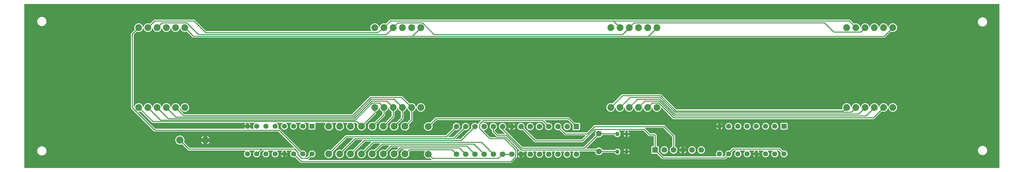
<source format=gtl>
G04 Layer: TopLayer*
G04 EasyEDA v6.1.34, Sun, 05 May 2019 19:16:01 GMT*
G04 77ecd07a251a4821b54f13b313e443d2,d2a06957bfed4711b46dd7a2d4eaa8b9,10*
G04 Gerber Generator version 0.2*
G04 Scale: 100 percent, Rotated: No, Reflected: No *
G04 Dimensions in millimeters *
G04 leading zeros omitted , absolute positions ,3 integer and 3 decimal *
%FSLAX33Y33*%
%MOMM*%
G90*
G71D02*

%ADD10C,0.254000*%
%ADD11C,1.879600*%
%ADD13C,1.397000*%
%ADD14C,1.499997*%
%ADD16C,1.599997*%
%ADD17C,1.193800*%
%ADD18C,1.574800*%
%ADD19R,1.574800X1.574800*%
%ADD20C,1.999996*%

%LPD*%
G36*
G01X268742Y45450D02*
G01X370Y45450D01*
G01X356Y45449D01*
G01X342Y45446D01*
G01X328Y45441D01*
G01X315Y45434D01*
G01X304Y45425D01*
G01X294Y45415D01*
G01X285Y45404D01*
G01X278Y45391D01*
G01X273Y45377D01*
G01X270Y45363D01*
G01X269Y45349D01*
G01X269Y370D01*
G01X270Y356D01*
G01X273Y342D01*
G01X278Y328D01*
G01X285Y315D01*
G01X294Y304D01*
G01X304Y294D01*
G01X315Y285D01*
G01X328Y278D01*
G01X342Y273D01*
G01X356Y270D01*
G01X370Y269D01*
G01X268742Y269D01*
G01X268756Y270D01*
G01X268770Y273D01*
G01X268784Y278D01*
G01X268797Y285D01*
G01X268808Y294D01*
G01X268818Y304D01*
G01X268827Y315D01*
G01X268834Y328D01*
G01X268839Y342D01*
G01X268842Y356D01*
G01X268843Y370D01*
G01X268843Y45349D01*
G01X268842Y45363D01*
G01X268839Y45377D01*
G01X268834Y45391D01*
G01X268827Y45404D01*
G01X268818Y45415D01*
G01X268808Y45425D01*
G01X268797Y45434D01*
G01X268784Y45441D01*
G01X268770Y45446D01*
G01X268756Y45449D01*
G01X268742Y45450D01*
G37*

%LPC*%
G36*
G01X46990Y41150D02*
G01X36118Y41150D01*
G01X36088Y41149D01*
G01X36058Y41145D01*
G01X36029Y41139D01*
G01X36000Y41131D01*
G01X35972Y41121D01*
G01X35944Y41108D01*
G01X35918Y41094D01*
G01X35893Y41077D01*
G01X35869Y41058D01*
G01X35847Y41038D01*
G01X34870Y40060D01*
G01X34857Y40050D01*
G01X34844Y40041D01*
G01X34829Y40035D01*
G01X34814Y40032D01*
G01X34798Y40030D01*
G01X34777Y40032D01*
G01X34758Y40039D01*
G01X34708Y40058D01*
G01X34658Y40076D01*
G01X34607Y40091D01*
G01X34555Y40104D01*
G01X34502Y40115D01*
G01X34449Y40123D01*
G01X34396Y40129D01*
G01X34343Y40133D01*
G01X34290Y40134D01*
G01X34240Y40133D01*
G01X34191Y40130D01*
G01X34142Y40125D01*
G01X34093Y40118D01*
G01X34044Y40109D01*
G01X33996Y40097D01*
G01X33948Y40084D01*
G01X33901Y40069D01*
G01X33855Y40052D01*
G01X33809Y40033D01*
G01X33764Y40013D01*
G01X33721Y39990D01*
G01X33678Y39966D01*
G01X33636Y39940D01*
G01X33595Y39912D01*
G01X33555Y39882D01*
G01X33517Y39851D01*
G01X33480Y39818D01*
G01X33444Y39784D01*
G01X33410Y39749D01*
G01X33377Y39712D01*
G01X33346Y39673D01*
G01X33316Y39634D01*
G01X33289Y39593D01*
G01X33262Y39551D01*
G01X33238Y39508D01*
G01X33215Y39464D01*
G01X33194Y39419D01*
G01X33175Y39374D01*
G01X33158Y39327D01*
G01X33143Y39280D01*
G01X33130Y39233D01*
G01X33119Y39185D01*
G01X33115Y39170D01*
G01X33108Y39156D01*
G01X33100Y39143D01*
G01X33089Y39132D01*
G01X33077Y39122D01*
G01X33064Y39114D01*
G01X33050Y39109D01*
G01X33035Y39105D01*
G01X33020Y39104D01*
G01X33004Y39105D01*
G01X32989Y39109D01*
G01X32975Y39114D01*
G01X32962Y39122D01*
G01X32950Y39132D01*
G01X32939Y39143D01*
G01X32931Y39156D01*
G01X32924Y39170D01*
G01X32920Y39185D01*
G01X32909Y39233D01*
G01X32896Y39280D01*
G01X32881Y39327D01*
G01X32864Y39374D01*
G01X32845Y39419D01*
G01X32824Y39464D01*
G01X32801Y39508D01*
G01X32777Y39551D01*
G01X32750Y39593D01*
G01X32723Y39634D01*
G01X32693Y39673D01*
G01X32662Y39712D01*
G01X32629Y39749D01*
G01X32595Y39784D01*
G01X32559Y39818D01*
G01X32522Y39851D01*
G01X32484Y39882D01*
G01X32444Y39912D01*
G01X32403Y39940D01*
G01X32361Y39966D01*
G01X32318Y39990D01*
G01X32275Y40013D01*
G01X32230Y40033D01*
G01X32184Y40052D01*
G01X32138Y40069D01*
G01X32091Y40084D01*
G01X32043Y40097D01*
G01X31995Y40109D01*
G01X31946Y40118D01*
G01X31897Y40125D01*
G01X31848Y40130D01*
G01X31799Y40133D01*
G01X31750Y40134D01*
G01X31700Y40133D01*
G01X31651Y40130D01*
G01X31602Y40125D01*
G01X31553Y40118D01*
G01X31504Y40109D01*
G01X31456Y40097D01*
G01X31408Y40084D01*
G01X31361Y40069D01*
G01X31315Y40052D01*
G01X31269Y40033D01*
G01X31224Y40012D01*
G01X31180Y39990D01*
G01X31137Y39965D01*
G01X31095Y39939D01*
G01X31054Y39911D01*
G01X31015Y39882D01*
G01X30976Y39851D01*
G01X30939Y39818D01*
G01X30904Y39784D01*
G01X30869Y39748D01*
G01X30837Y39711D01*
G01X30805Y39673D01*
G01X30776Y39633D01*
G01X30748Y39592D01*
G01X30722Y39550D01*
G01X30697Y39507D01*
G01X30675Y39463D01*
G01X30654Y39418D01*
G01X30635Y39373D01*
G01X30618Y39326D01*
G01X30603Y39279D01*
G01X30590Y39231D01*
G01X30579Y39183D01*
G01X30569Y39135D01*
G01X30562Y39086D01*
G01X30557Y39036D01*
G01X30554Y38987D01*
G01X30553Y38938D01*
G01X30554Y38884D01*
G01X30558Y38831D01*
G01X30564Y38778D01*
G01X30572Y38725D01*
G01X30583Y38673D01*
G01X30596Y38621D01*
G01X30611Y38569D01*
G01X30629Y38519D01*
G01X30649Y38469D01*
G01X30655Y38450D01*
G01X30657Y38429D01*
G01X30656Y38414D01*
G01X30652Y38398D01*
G01X30646Y38383D01*
G01X30637Y38370D01*
G01X30627Y38358D01*
G01X29700Y37431D01*
G01X29680Y37409D01*
G01X29661Y37385D01*
G01X29644Y37360D01*
G01X29630Y37334D01*
G01X29617Y37306D01*
G01X29607Y37278D01*
G01X29599Y37249D01*
G01X29593Y37220D01*
G01X29589Y37190D01*
G01X29588Y37160D01*
G01X29588Y16891D01*
G01X29589Y16860D01*
G01X29593Y16831D01*
G01X29599Y16801D01*
G01X29607Y16772D01*
G01X29617Y16744D01*
G01X29630Y16716D01*
G01X29644Y16690D01*
G01X29661Y16665D01*
G01X29680Y16641D01*
G01X29700Y16619D01*
G01X35923Y10396D01*
G01X35945Y10376D01*
G01X35969Y10357D01*
G01X35994Y10340D01*
G01X36020Y10326D01*
G01X36048Y10313D01*
G01X36076Y10303D01*
G01X36105Y10295D01*
G01X36135Y10289D01*
G01X36164Y10285D01*
G01X36194Y10284D01*
G01X70211Y10284D01*
G01X70226Y10283D01*
G01X70242Y10279D01*
G01X70257Y10273D01*
G01X70270Y10265D01*
G01X70282Y10254D01*
G01X74519Y6017D01*
G01X74529Y6005D01*
G01X74538Y5992D01*
G01X74544Y5977D01*
G01X74548Y5962D01*
G01X74549Y5946D01*
G01X74548Y5931D01*
G01X74545Y5917D01*
G01X74540Y5903D01*
G01X74533Y5891D01*
G01X74524Y5879D01*
G01X74514Y5869D01*
G01X74502Y5860D01*
G01X74489Y5853D01*
G01X74476Y5848D01*
G01X74462Y5845D01*
G01X74447Y5844D01*
G01X45779Y5844D01*
G01X45764Y5845D01*
G01X45748Y5849D01*
G01X45733Y5855D01*
G01X45720Y5863D01*
G01X45708Y5874D01*
G01X44268Y7314D01*
G01X44257Y7326D01*
G01X44249Y7339D01*
G01X44243Y7354D01*
G01X44239Y7370D01*
G01X44238Y7386D01*
G01X44240Y7407D01*
G01X44247Y7427D01*
G01X44267Y7476D01*
G01X44286Y7525D01*
G01X44302Y7575D01*
G01X44316Y7626D01*
G01X44328Y7678D01*
G01X44338Y7729D01*
G01X44346Y7782D01*
G01X44352Y7834D01*
G01X44355Y7887D01*
G01X44356Y7940D01*
G01X44355Y7990D01*
G01X44352Y8041D01*
G01X44347Y8091D01*
G01X44340Y8141D01*
G01X44331Y8191D01*
G01X44320Y8240D01*
G01X44306Y8289D01*
G01X44291Y8337D01*
G01X44274Y8385D01*
G01X44255Y8432D01*
G01X44235Y8478D01*
G01X44212Y8523D01*
G01X44188Y8568D01*
G01X44162Y8611D01*
G01X44134Y8653D01*
G01X44104Y8694D01*
G01X44073Y8734D01*
G01X44040Y8773D01*
G01X44006Y8810D01*
G01X43970Y8846D01*
G01X43933Y8880D01*
G01X43894Y8913D01*
G01X43854Y8944D01*
G01X43813Y8974D01*
G01X43771Y9002D01*
G01X43728Y9028D01*
G01X43683Y9052D01*
G01X43638Y9075D01*
G01X43592Y9096D01*
G01X43545Y9114D01*
G01X43497Y9131D01*
G01X43449Y9146D01*
G01X43400Y9160D01*
G01X43351Y9171D01*
G01X43301Y9180D01*
G01X43251Y9187D01*
G01X43201Y9192D01*
G01X43150Y9195D01*
G01X43099Y9196D01*
G01X43049Y9195D01*
G01X42998Y9192D01*
G01X42948Y9187D01*
G01X42898Y9180D01*
G01X42848Y9171D01*
G01X42799Y9160D01*
G01X42750Y9146D01*
G01X42702Y9131D01*
G01X42654Y9114D01*
G01X42607Y9096D01*
G01X42561Y9075D01*
G01X42516Y9052D01*
G01X42471Y9028D01*
G01X42428Y9002D01*
G01X42386Y8974D01*
G01X42345Y8944D01*
G01X42305Y8913D01*
G01X42266Y8880D01*
G01X42229Y8846D01*
G01X42193Y8810D01*
G01X42159Y8773D01*
G01X42126Y8734D01*
G01X42095Y8694D01*
G01X42065Y8653D01*
G01X42037Y8611D01*
G01X42011Y8568D01*
G01X41987Y8523D01*
G01X41964Y8478D01*
G01X41944Y8432D01*
G01X41925Y8385D01*
G01X41908Y8337D01*
G01X41893Y8289D01*
G01X41879Y8240D01*
G01X41868Y8191D01*
G01X41859Y8141D01*
G01X41852Y8091D01*
G01X41847Y8041D01*
G01X41844Y7990D01*
G01X41843Y7940D01*
G01X41844Y7889D01*
G01X41847Y7838D01*
G01X41852Y7788D01*
G01X41859Y7738D01*
G01X41868Y7688D01*
G01X41879Y7639D01*
G01X41893Y7590D01*
G01X41908Y7542D01*
G01X41925Y7494D01*
G01X41944Y7447D01*
G01X41964Y7401D01*
G01X41987Y7356D01*
G01X42011Y7311D01*
G01X42037Y7268D01*
G01X42065Y7226D01*
G01X42095Y7185D01*
G01X42126Y7145D01*
G01X42159Y7106D01*
G01X42193Y7069D01*
G01X42229Y7033D01*
G01X42266Y6999D01*
G01X42305Y6966D01*
G01X42345Y6935D01*
G01X42386Y6905D01*
G01X42428Y6878D01*
G01X42471Y6851D01*
G01X42516Y6827D01*
G01X42561Y6804D01*
G01X42607Y6784D01*
G01X42654Y6765D01*
G01X42702Y6748D01*
G01X42750Y6733D01*
G01X42799Y6720D01*
G01X42848Y6708D01*
G01X42898Y6699D01*
G01X42948Y6692D01*
G01X42998Y6687D01*
G01X43049Y6684D01*
G01X43099Y6683D01*
G01X43152Y6684D01*
G01X43205Y6687D01*
G01X43257Y6693D01*
G01X43310Y6701D01*
G01X43361Y6711D01*
G01X43413Y6723D01*
G01X43464Y6737D01*
G01X43514Y6753D01*
G01X43563Y6772D01*
G01X43612Y6792D01*
G01X43632Y6799D01*
G01X43653Y6801D01*
G01X43669Y6800D01*
G01X43685Y6796D01*
G01X43700Y6790D01*
G01X43713Y6782D01*
G01X43725Y6771D01*
G01X45307Y5189D01*
G01X45329Y5169D01*
G01X45353Y5150D01*
G01X45378Y5133D01*
G01X45404Y5119D01*
G01X45432Y5106D01*
G01X45460Y5096D01*
G01X45489Y5088D01*
G01X45518Y5082D01*
G01X45548Y5078D01*
G01X45578Y5077D01*
G01X61076Y5077D01*
G01X61091Y5076D01*
G01X61105Y5073D01*
G01X61118Y5068D01*
G01X61131Y5061D01*
G01X61143Y5052D01*
G01X61153Y5042D01*
G01X61162Y5030D01*
G01X61169Y5018D01*
G01X61174Y5004D01*
G01X61177Y4990D01*
G01X61178Y4975D01*
G01X61177Y4960D01*
G01X61173Y4944D01*
G01X61167Y4930D01*
G01X61159Y4916D01*
G01X61149Y4904D01*
G01X61137Y4894D01*
G01X61102Y4867D01*
G01X61069Y4838D01*
G01X61037Y4807D01*
G01X61006Y4775D01*
G01X60977Y4742D01*
G01X60949Y4707D01*
G01X60923Y4671D01*
G01X60899Y4634D01*
G01X60876Y4596D01*
G01X60856Y4557D01*
G01X60837Y4517D01*
G01X60820Y4476D01*
G01X60804Y4434D01*
G01X60791Y4392D01*
G01X60780Y4349D01*
G01X60771Y4306D01*
G01X60764Y4262D01*
G01X60759Y4218D01*
G01X60756Y4174D01*
G01X60755Y4130D01*
G01X60756Y4085D01*
G01X60759Y4041D01*
G01X60764Y3998D01*
G01X60771Y3954D01*
G01X60780Y3911D01*
G01X60791Y3868D01*
G01X60804Y3826D01*
G01X60819Y3785D01*
G01X60836Y3744D01*
G01X60855Y3704D01*
G01X60875Y3665D01*
G01X60898Y3627D01*
G01X60922Y3590D01*
G01X60947Y3554D01*
G01X60975Y3519D01*
G01X61004Y3486D01*
G01X61034Y3454D01*
G01X61066Y3424D01*
G01X61099Y3395D01*
G01X61134Y3367D01*
G01X61170Y3342D01*
G01X61207Y3318D01*
G01X61245Y3295D01*
G01X61284Y3275D01*
G01X61324Y3256D01*
G01X61365Y3239D01*
G01X61406Y3224D01*
G01X61448Y3211D01*
G01X61491Y3200D01*
G01X61534Y3191D01*
G01X61578Y3184D01*
G01X61621Y3179D01*
G01X61665Y3176D01*
G01X61710Y3175D01*
G01X61754Y3176D01*
G01X61798Y3179D01*
G01X61842Y3184D01*
G01X61885Y3191D01*
G01X61928Y3200D01*
G01X61971Y3211D01*
G01X62013Y3224D01*
G01X62055Y3239D01*
G01X62095Y3256D01*
G01X62135Y3275D01*
G01X62174Y3295D01*
G01X62212Y3318D01*
G01X62249Y3342D01*
G01X62285Y3367D01*
G01X62320Y3395D01*
G01X62353Y3424D01*
G01X62385Y3454D01*
G01X62415Y3486D01*
G01X62444Y3519D01*
G01X62472Y3554D01*
G01X62497Y3590D01*
G01X62522Y3627D01*
G01X62544Y3665D01*
G01X62564Y3704D01*
G01X62583Y3744D01*
G01X62600Y3785D01*
G01X62615Y3826D01*
G01X62628Y3868D01*
G01X62639Y3911D01*
G01X62648Y3954D01*
G01X62655Y3998D01*
G01X62661Y4041D01*
G01X62664Y4085D01*
G01X62665Y4130D01*
G01X62664Y4174D01*
G01X62660Y4218D01*
G01X62655Y4262D01*
G01X62648Y4306D01*
G01X62639Y4349D01*
G01X62628Y4392D01*
G01X62615Y4434D01*
G01X62600Y4476D01*
G01X62583Y4517D01*
G01X62564Y4557D01*
G01X62543Y4596D01*
G01X62520Y4634D01*
G01X62496Y4671D01*
G01X62470Y4707D01*
G01X62442Y4742D01*
G01X62413Y4775D01*
G01X62383Y4807D01*
G01X62350Y4838D01*
G01X62317Y4867D01*
G01X62282Y4894D01*
G01X62270Y4904D01*
G01X62260Y4916D01*
G01X62252Y4930D01*
G01X62246Y4944D01*
G01X62242Y4960D01*
G01X62241Y4975D01*
G01X62242Y4990D01*
G01X62245Y5004D01*
G01X62250Y5018D01*
G01X62257Y5030D01*
G01X62266Y5042D01*
G01X62276Y5052D01*
G01X62288Y5061D01*
G01X62301Y5068D01*
G01X62314Y5073D01*
G01X62328Y5076D01*
G01X62343Y5077D01*
G01X63616Y5077D01*
G01X63631Y5076D01*
G01X63645Y5073D01*
G01X63658Y5068D01*
G01X63671Y5061D01*
G01X63683Y5052D01*
G01X63693Y5042D01*
G01X63702Y5030D01*
G01X63709Y5018D01*
G01X63714Y5004D01*
G01X63717Y4990D01*
G01X63718Y4975D01*
G01X63717Y4960D01*
G01X63713Y4944D01*
G01X63707Y4930D01*
G01X63699Y4916D01*
G01X63689Y4904D01*
G01X63677Y4894D01*
G01X63642Y4867D01*
G01X63609Y4838D01*
G01X63577Y4807D01*
G01X63546Y4775D01*
G01X63517Y4742D01*
G01X63489Y4707D01*
G01X63463Y4671D01*
G01X63439Y4634D01*
G01X63416Y4596D01*
G01X63396Y4557D01*
G01X63377Y4517D01*
G01X63360Y4476D01*
G01X63344Y4434D01*
G01X63331Y4392D01*
G01X63320Y4349D01*
G01X63311Y4306D01*
G01X63304Y4262D01*
G01X63299Y4218D01*
G01X63296Y4174D01*
G01X63295Y4130D01*
G01X63296Y4085D01*
G01X63299Y4041D01*
G01X63304Y3998D01*
G01X63311Y3954D01*
G01X63320Y3911D01*
G01X63331Y3868D01*
G01X63344Y3826D01*
G01X63359Y3785D01*
G01X63376Y3744D01*
G01X63395Y3704D01*
G01X63415Y3665D01*
G01X63438Y3627D01*
G01X63462Y3590D01*
G01X63487Y3554D01*
G01X63515Y3519D01*
G01X63544Y3486D01*
G01X63574Y3454D01*
G01X63606Y3424D01*
G01X63639Y3395D01*
G01X63674Y3367D01*
G01X63710Y3342D01*
G01X63747Y3318D01*
G01X63785Y3295D01*
G01X63824Y3275D01*
G01X63864Y3256D01*
G01X63905Y3239D01*
G01X63946Y3224D01*
G01X63988Y3211D01*
G01X64031Y3200D01*
G01X64074Y3191D01*
G01X64118Y3184D01*
G01X64161Y3179D01*
G01X64205Y3176D01*
G01X64250Y3175D01*
G01X64294Y3176D01*
G01X64338Y3179D01*
G01X64382Y3184D01*
G01X64425Y3191D01*
G01X64468Y3200D01*
G01X64511Y3211D01*
G01X64553Y3224D01*
G01X64595Y3239D01*
G01X64635Y3256D01*
G01X64675Y3275D01*
G01X64714Y3295D01*
G01X64752Y3318D01*
G01X64789Y3342D01*
G01X64825Y3367D01*
G01X64860Y3395D01*
G01X64893Y3424D01*
G01X64925Y3454D01*
G01X64955Y3486D01*
G01X64984Y3519D01*
G01X65012Y3554D01*
G01X65037Y3590D01*
G01X65062Y3627D01*
G01X65084Y3665D01*
G01X65104Y3704D01*
G01X65123Y3744D01*
G01X65140Y3785D01*
G01X65155Y3826D01*
G01X65168Y3868D01*
G01X65179Y3911D01*
G01X65188Y3954D01*
G01X65195Y3998D01*
G01X65201Y4041D01*
G01X65204Y4085D01*
G01X65205Y4130D01*
G01X65203Y4179D01*
G01X65200Y4228D01*
G01X65193Y4276D01*
G01X65184Y4325D01*
G01X65173Y4372D01*
G01X65160Y4419D01*
G01X65156Y4435D01*
G01X65155Y4450D01*
G01X65156Y4466D01*
G01X65160Y4482D01*
G01X65166Y4496D01*
G01X65174Y4510D01*
G01X65185Y4522D01*
G01X65710Y5047D01*
G01X65722Y5058D01*
G01X65735Y5066D01*
G01X65750Y5072D01*
G01X65766Y5076D01*
G01X65781Y5077D01*
G01X66156Y5077D01*
G01X66171Y5076D01*
G01X66185Y5073D01*
G01X66198Y5068D01*
G01X66211Y5061D01*
G01X66223Y5052D01*
G01X66233Y5042D01*
G01X66242Y5030D01*
G01X66249Y5018D01*
G01X66254Y5004D01*
G01X66257Y4990D01*
G01X66258Y4975D01*
G01X66257Y4960D01*
G01X66253Y4944D01*
G01X66247Y4930D01*
G01X66239Y4916D01*
G01X66229Y4904D01*
G01X66217Y4894D01*
G01X66182Y4867D01*
G01X66149Y4838D01*
G01X66117Y4807D01*
G01X66086Y4775D01*
G01X66057Y4742D01*
G01X66029Y4707D01*
G01X66003Y4671D01*
G01X65979Y4634D01*
G01X65956Y4596D01*
G01X65936Y4557D01*
G01X65917Y4517D01*
G01X65900Y4476D01*
G01X65884Y4434D01*
G01X65871Y4392D01*
G01X65860Y4349D01*
G01X65851Y4306D01*
G01X65844Y4262D01*
G01X65839Y4218D01*
G01X65836Y4174D01*
G01X65835Y4130D01*
G01X65836Y4085D01*
G01X65839Y4041D01*
G01X65844Y3998D01*
G01X65851Y3954D01*
G01X65860Y3911D01*
G01X65871Y3868D01*
G01X65884Y3826D01*
G01X65899Y3785D01*
G01X65916Y3744D01*
G01X65935Y3704D01*
G01X65955Y3665D01*
G01X65978Y3627D01*
G01X66002Y3590D01*
G01X66027Y3554D01*
G01X66055Y3519D01*
G01X66084Y3486D01*
G01X66114Y3454D01*
G01X66146Y3424D01*
G01X66179Y3395D01*
G01X66214Y3367D01*
G01X66250Y3342D01*
G01X66287Y3318D01*
G01X66325Y3295D01*
G01X66364Y3275D01*
G01X66404Y3256D01*
G01X66445Y3239D01*
G01X66486Y3224D01*
G01X66528Y3211D01*
G01X66571Y3200D01*
G01X66614Y3191D01*
G01X66658Y3184D01*
G01X66701Y3179D01*
G01X66745Y3176D01*
G01X66790Y3175D01*
G01X66834Y3176D01*
G01X66878Y3179D01*
G01X66922Y3184D01*
G01X66965Y3191D01*
G01X67008Y3200D01*
G01X67051Y3211D01*
G01X67093Y3224D01*
G01X67135Y3239D01*
G01X67175Y3256D01*
G01X67215Y3275D01*
G01X67254Y3295D01*
G01X67292Y3318D01*
G01X67329Y3342D01*
G01X67365Y3367D01*
G01X67400Y3395D01*
G01X67433Y3424D01*
G01X67465Y3454D01*
G01X67495Y3486D01*
G01X67524Y3519D01*
G01X67552Y3554D01*
G01X67577Y3590D01*
G01X67602Y3627D01*
G01X67624Y3665D01*
G01X67644Y3704D01*
G01X67663Y3744D01*
G01X67680Y3785D01*
G01X67695Y3826D01*
G01X67708Y3868D01*
G01X67719Y3911D01*
G01X67728Y3954D01*
G01X67735Y3998D01*
G01X67741Y4041D01*
G01X67744Y4085D01*
G01X67745Y4130D01*
G01X67744Y4174D01*
G01X67740Y4218D01*
G01X67735Y4262D01*
G01X67728Y4306D01*
G01X67719Y4349D01*
G01X67708Y4392D01*
G01X67695Y4434D01*
G01X67680Y4476D01*
G01X67663Y4517D01*
G01X67644Y4557D01*
G01X67623Y4596D01*
G01X67600Y4634D01*
G01X67576Y4671D01*
G01X67550Y4707D01*
G01X67522Y4742D01*
G01X67493Y4775D01*
G01X67463Y4807D01*
G01X67430Y4838D01*
G01X67397Y4867D01*
G01X67362Y4894D01*
G01X67350Y4904D01*
G01X67340Y4916D01*
G01X67332Y4930D01*
G01X67326Y4944D01*
G01X67322Y4960D01*
G01X67321Y4975D01*
G01X67322Y4990D01*
G01X67325Y5004D01*
G01X67330Y5018D01*
G01X67337Y5030D01*
G01X67346Y5042D01*
G01X67356Y5052D01*
G01X67368Y5061D01*
G01X67381Y5068D01*
G01X67394Y5073D01*
G01X67408Y5076D01*
G01X67423Y5077D01*
G01X68696Y5077D01*
G01X68711Y5076D01*
G01X68725Y5073D01*
G01X68738Y5068D01*
G01X68751Y5061D01*
G01X68763Y5052D01*
G01X68773Y5042D01*
G01X68782Y5030D01*
G01X68789Y5018D01*
G01X68794Y5004D01*
G01X68797Y4990D01*
G01X68798Y4975D01*
G01X68797Y4960D01*
G01X68793Y4944D01*
G01X68787Y4930D01*
G01X68779Y4916D01*
G01X68769Y4904D01*
G01X68757Y4894D01*
G01X68722Y4867D01*
G01X68689Y4838D01*
G01X68657Y4807D01*
G01X68626Y4775D01*
G01X68597Y4742D01*
G01X68569Y4707D01*
G01X68543Y4671D01*
G01X68519Y4634D01*
G01X68496Y4596D01*
G01X68476Y4557D01*
G01X68457Y4517D01*
G01X68440Y4476D01*
G01X68424Y4434D01*
G01X68411Y4392D01*
G01X68400Y4349D01*
G01X68391Y4306D01*
G01X68384Y4262D01*
G01X68379Y4218D01*
G01X68376Y4174D01*
G01X68375Y4130D01*
G01X68376Y4085D01*
G01X68379Y4041D01*
G01X68384Y3998D01*
G01X68391Y3954D01*
G01X68400Y3911D01*
G01X68411Y3868D01*
G01X68424Y3826D01*
G01X68439Y3785D01*
G01X68456Y3744D01*
G01X68475Y3704D01*
G01X68495Y3665D01*
G01X68518Y3627D01*
G01X68542Y3590D01*
G01X68567Y3554D01*
G01X68595Y3519D01*
G01X68624Y3486D01*
G01X68654Y3454D01*
G01X68686Y3424D01*
G01X68719Y3395D01*
G01X68754Y3367D01*
G01X68790Y3342D01*
G01X68827Y3318D01*
G01X68865Y3295D01*
G01X68904Y3275D01*
G01X68944Y3256D01*
G01X68985Y3239D01*
G01X69026Y3224D01*
G01X69068Y3211D01*
G01X69111Y3200D01*
G01X69154Y3191D01*
G01X69198Y3184D01*
G01X69241Y3179D01*
G01X69285Y3176D01*
G01X69330Y3175D01*
G01X69374Y3176D01*
G01X69418Y3179D01*
G01X69462Y3184D01*
G01X69505Y3191D01*
G01X69548Y3200D01*
G01X69591Y3211D01*
G01X69633Y3224D01*
G01X69675Y3239D01*
G01X69715Y3256D01*
G01X69755Y3275D01*
G01X69794Y3295D01*
G01X69832Y3318D01*
G01X69869Y3342D01*
G01X69905Y3367D01*
G01X69940Y3395D01*
G01X69973Y3424D01*
G01X70005Y3454D01*
G01X70035Y3486D01*
G01X70064Y3519D01*
G01X70092Y3554D01*
G01X70117Y3590D01*
G01X70142Y3627D01*
G01X70164Y3665D01*
G01X70184Y3704D01*
G01X70203Y3744D01*
G01X70220Y3785D01*
G01X70235Y3826D01*
G01X70248Y3868D01*
G01X70259Y3911D01*
G01X70268Y3954D01*
G01X70275Y3998D01*
G01X70281Y4041D01*
G01X70284Y4085D01*
G01X70285Y4130D01*
G01X70284Y4174D01*
G01X70280Y4218D01*
G01X70275Y4262D01*
G01X70268Y4306D01*
G01X70259Y4349D01*
G01X70248Y4392D01*
G01X70235Y4434D01*
G01X70220Y4476D01*
G01X70203Y4517D01*
G01X70184Y4557D01*
G01X70163Y4596D01*
G01X70140Y4634D01*
G01X70116Y4671D01*
G01X70090Y4707D01*
G01X70062Y4742D01*
G01X70033Y4775D01*
G01X70003Y4807D01*
G01X69970Y4838D01*
G01X69937Y4867D01*
G01X69902Y4894D01*
G01X69890Y4904D01*
G01X69880Y4916D01*
G01X69872Y4930D01*
G01X69866Y4944D01*
G01X69862Y4960D01*
G01X69861Y4975D01*
G01X69862Y4990D01*
G01X69865Y5004D01*
G01X69870Y5018D01*
G01X69877Y5030D01*
G01X69886Y5042D01*
G01X69896Y5052D01*
G01X69908Y5061D01*
G01X69921Y5068D01*
G01X69934Y5073D01*
G01X69948Y5076D01*
G01X69963Y5077D01*
G01X71236Y5077D01*
G01X71251Y5076D01*
G01X71265Y5073D01*
G01X71278Y5068D01*
G01X71291Y5061D01*
G01X71303Y5052D01*
G01X71313Y5042D01*
G01X71322Y5030D01*
G01X71329Y5018D01*
G01X71334Y5004D01*
G01X71337Y4990D01*
G01X71338Y4975D01*
G01X71337Y4960D01*
G01X71333Y4944D01*
G01X71327Y4930D01*
G01X71319Y4916D01*
G01X71309Y4904D01*
G01X71297Y4894D01*
G01X71262Y4867D01*
G01X71229Y4838D01*
G01X71197Y4808D01*
G01X71167Y4776D01*
G01X71137Y4743D01*
G01X71110Y4708D01*
G01X71084Y4673D01*
G01X71060Y4636D01*
G01X71037Y4598D01*
G01X71017Y4559D01*
G01X70998Y4519D01*
G01X70981Y4479D01*
G01X71520Y4479D01*
G01X71520Y4975D01*
G01X71521Y4990D01*
G01X71524Y5004D01*
G01X71529Y5018D01*
G01X71536Y5030D01*
G01X71545Y5042D01*
G01X71555Y5052D01*
G01X71567Y5061D01*
G01X71580Y5068D01*
G01X71593Y5073D01*
G01X71607Y5076D01*
G01X71622Y5077D01*
G01X72117Y5077D01*
G01X72132Y5076D01*
G01X72146Y5073D01*
G01X72159Y5068D01*
G01X72172Y5061D01*
G01X72184Y5052D01*
G01X72194Y5042D01*
G01X72203Y5030D01*
G01X72210Y5018D01*
G01X72215Y5004D01*
G01X72218Y4990D01*
G01X72219Y4975D01*
G01X72219Y4479D01*
G01X72758Y4479D01*
G01X72741Y4519D01*
G01X72722Y4559D01*
G01X72702Y4598D01*
G01X72679Y4636D01*
G01X72655Y4673D01*
G01X72629Y4708D01*
G01X72602Y4743D01*
G01X72573Y4776D01*
G01X72542Y4808D01*
G01X72510Y4838D01*
G01X72477Y4867D01*
G01X72442Y4894D01*
G01X72430Y4904D01*
G01X72420Y4916D01*
G01X72412Y4930D01*
G01X72406Y4944D01*
G01X72402Y4960D01*
G01X72401Y4975D01*
G01X72402Y4990D01*
G01X72405Y5004D01*
G01X72410Y5018D01*
G01X72417Y5030D01*
G01X72426Y5042D01*
G01X72436Y5052D01*
G01X72448Y5061D01*
G01X72461Y5068D01*
G01X72474Y5073D01*
G01X72488Y5076D01*
G01X72503Y5077D01*
G01X73776Y5077D01*
G01X73791Y5076D01*
G01X73805Y5073D01*
G01X73818Y5068D01*
G01X73831Y5061D01*
G01X73843Y5052D01*
G01X73853Y5042D01*
G01X73862Y5030D01*
G01X73869Y5018D01*
G01X73874Y5004D01*
G01X73877Y4990D01*
G01X73878Y4975D01*
G01X73877Y4960D01*
G01X73873Y4944D01*
G01X73867Y4930D01*
G01X73859Y4916D01*
G01X73849Y4904D01*
G01X73837Y4894D01*
G01X73802Y4867D01*
G01X73769Y4838D01*
G01X73737Y4807D01*
G01X73706Y4775D01*
G01X73677Y4742D01*
G01X73649Y4707D01*
G01X73623Y4671D01*
G01X73599Y4634D01*
G01X73576Y4596D01*
G01X73556Y4557D01*
G01X73537Y4517D01*
G01X73520Y4476D01*
G01X73504Y4434D01*
G01X73491Y4392D01*
G01X73480Y4349D01*
G01X73471Y4306D01*
G01X73464Y4262D01*
G01X73459Y4218D01*
G01X73456Y4174D01*
G01X73455Y4130D01*
G01X73456Y4085D01*
G01X73459Y4041D01*
G01X73464Y3998D01*
G01X73471Y3954D01*
G01X73480Y3911D01*
G01X73491Y3868D01*
G01X73504Y3826D01*
G01X73519Y3785D01*
G01X73536Y3744D01*
G01X73555Y3704D01*
G01X73575Y3665D01*
G01X73598Y3627D01*
G01X73622Y3590D01*
G01X73647Y3554D01*
G01X73675Y3519D01*
G01X73704Y3486D01*
G01X73734Y3454D01*
G01X73766Y3424D01*
G01X73799Y3395D01*
G01X73834Y3367D01*
G01X73870Y3342D01*
G01X73907Y3318D01*
G01X73945Y3295D01*
G01X73984Y3275D01*
G01X74024Y3256D01*
G01X74065Y3239D01*
G01X74106Y3224D01*
G01X74148Y3211D01*
G01X74191Y3200D01*
G01X74234Y3191D01*
G01X74278Y3184D01*
G01X74321Y3179D01*
G01X74365Y3176D01*
G01X74410Y3174D01*
G01X74459Y3176D01*
G01X74507Y3180D01*
G01X74556Y3186D01*
G01X74604Y3195D01*
G01X74652Y3206D01*
G01X74699Y3219D01*
G01X74714Y3223D01*
G01X74730Y3224D01*
G01X74746Y3223D01*
G01X74761Y3219D01*
G01X74776Y3213D01*
G01X74789Y3205D01*
G01X74802Y3194D01*
G01X76236Y1760D01*
G01X76258Y1740D01*
G01X76281Y1721D01*
G01X76306Y1704D01*
G01X76333Y1690D01*
G01X76360Y1677D01*
G01X76388Y1667D01*
G01X76417Y1659D01*
G01X76447Y1653D01*
G01X76477Y1649D01*
G01X76507Y1648D01*
G01X134297Y1648D01*
G01X134327Y1649D01*
G01X134357Y1653D01*
G01X134386Y1659D01*
G01X134415Y1667D01*
G01X134444Y1677D01*
G01X134471Y1690D01*
G01X134497Y1704D01*
G01X134522Y1721D01*
G01X134546Y1740D01*
G01X134568Y1760D01*
G01X135838Y3030D01*
G01X135859Y3052D01*
G01X135877Y3076D01*
G01X135894Y3101D01*
G01X135909Y3127D01*
G01X135921Y3155D01*
G01X135932Y3183D01*
G01X135940Y3212D01*
G01X135946Y3242D01*
G01X135949Y3271D01*
G01X135950Y3301D01*
G01X135950Y3547D01*
G01X135951Y3562D01*
G01X135955Y3576D01*
G01X135960Y3589D01*
G01X135967Y3602D01*
G01X135975Y3614D01*
G01X135986Y3624D01*
G01X135997Y3633D01*
G01X136023Y3645D01*
G01X136038Y3648D01*
G01X136052Y3649D01*
G01X136068Y3647D01*
G01X136083Y3644D01*
G01X136098Y3638D01*
G01X136111Y3630D01*
G01X136123Y3620D01*
G01X136134Y3608D01*
G01X136142Y3594D01*
G01X136165Y3553D01*
G01X136190Y3513D01*
G01X136217Y3474D01*
G01X136245Y3436D01*
G01X136275Y3400D01*
G01X136307Y3365D01*
G01X136341Y3332D01*
G01X136376Y3300D01*
G01X136413Y3270D01*
G01X136451Y3242D01*
G01X136490Y3216D01*
G01X136530Y3191D01*
G01X136572Y3169D01*
G01X136614Y3148D01*
G01X136657Y3129D01*
G01X136657Y3689D01*
G01X136052Y3689D01*
G01X136038Y3690D01*
G01X136023Y3693D01*
G01X136010Y3698D01*
G01X135997Y3705D01*
G01X135986Y3713D01*
G01X135975Y3724D01*
G01X135967Y3735D01*
G01X135960Y3748D01*
G01X135955Y3761D01*
G01X135951Y3776D01*
G01X135950Y3790D01*
G01X135950Y4337D01*
G01X135951Y4351D01*
G01X135955Y4366D01*
G01X135960Y4379D01*
G01X135967Y4392D01*
G01X135975Y4403D01*
G01X135986Y4414D01*
G01X135997Y4422D01*
G01X136010Y4429D01*
G01X136023Y4434D01*
G01X136038Y4437D01*
G01X136052Y4438D01*
G01X136657Y4438D01*
G01X136657Y4806D01*
G01X136659Y4820D01*
G01X136662Y4834D01*
G01X136667Y4848D01*
G01X136674Y4861D01*
G01X136682Y4872D01*
G01X136693Y4883D01*
G01X136704Y4891D01*
G01X136717Y4898D01*
G01X136730Y4903D01*
G01X136745Y4906D01*
G01X136759Y4907D01*
G01X136774Y4906D01*
G01X136789Y4903D01*
G01X136803Y4897D01*
G01X136816Y4890D01*
G01X136841Y4874D01*
G01X136866Y4861D01*
G01X136892Y4849D01*
G01X136919Y4840D01*
G01X136947Y4833D01*
G01X136975Y4827D01*
G01X137004Y4824D01*
G01X137033Y4823D01*
G01X137306Y4823D01*
G01X137320Y4822D01*
G01X137335Y4819D01*
G01X137348Y4814D01*
G01X137361Y4807D01*
G01X137372Y4798D01*
G01X137383Y4788D01*
G01X137391Y4776D01*
G01X137398Y4764D01*
G01X137403Y4750D01*
G01X137406Y4736D01*
G01X137408Y4721D01*
G01X137408Y4438D01*
G01X137967Y4438D01*
G01X137946Y4485D01*
G01X137924Y4531D01*
G01X137899Y4576D01*
G01X137872Y4619D01*
G01X137842Y4661D01*
G01X137834Y4675D01*
G01X137828Y4690D01*
G01X137824Y4705D01*
G01X137823Y4721D01*
G01X137824Y4736D01*
G01X137827Y4750D01*
G01X137832Y4764D01*
G01X137839Y4776D01*
G01X137847Y4788D01*
G01X137858Y4798D01*
G01X137869Y4807D01*
G01X137882Y4814D01*
G01X137896Y4819D01*
G01X137910Y4822D01*
G01X137924Y4823D01*
G01X138681Y4823D01*
G01X138695Y4822D01*
G01X138709Y4819D01*
G01X138723Y4814D01*
G01X138736Y4807D01*
G01X138747Y4798D01*
G01X138758Y4788D01*
G01X138766Y4776D01*
G01X138773Y4764D01*
G01X138778Y4750D01*
G01X138781Y4736D01*
G01X138782Y4721D01*
G01X138781Y4705D01*
G01X138777Y4690D01*
G01X138771Y4675D01*
G01X138763Y4661D01*
G01X138736Y4624D01*
G01X138712Y4585D01*
G01X138689Y4546D01*
G01X138668Y4505D01*
G01X138649Y4463D01*
G01X138632Y4421D01*
G01X138616Y4378D01*
G01X138603Y4334D01*
G01X138592Y4290D01*
G01X138583Y4245D01*
G01X138575Y4200D01*
G01X138570Y4155D01*
G01X138567Y4109D01*
G01X138566Y4063D01*
G01X138567Y4017D01*
G01X138570Y3971D01*
G01X138576Y3924D01*
G01X138583Y3879D01*
G01X138593Y3833D01*
G01X138604Y3788D01*
G01X138618Y3744D01*
G01X138634Y3700D01*
G01X138652Y3657D01*
G01X138671Y3615D01*
G01X138693Y3574D01*
G01X138717Y3534D01*
G01X138742Y3495D01*
G01X138769Y3457D01*
G01X138798Y3420D01*
G01X138829Y3385D01*
G01X138861Y3352D01*
G01X138894Y3320D01*
G01X138929Y3289D01*
G01X138966Y3260D01*
G01X139004Y3233D01*
G01X139043Y3208D01*
G01X139083Y3184D01*
G01X139124Y3162D01*
G01X139166Y3143D01*
G01X139209Y3125D01*
G01X139253Y3109D01*
G01X139297Y3095D01*
G01X139342Y3084D01*
G01X139388Y3074D01*
G01X139433Y3067D01*
G01X139480Y3061D01*
G01X139526Y3058D01*
G01X139572Y3057D01*
G01X139619Y3058D01*
G01X139665Y3061D01*
G01X139712Y3067D01*
G01X139757Y3074D01*
G01X139803Y3084D01*
G01X139848Y3095D01*
G01X139892Y3109D01*
G01X139936Y3125D01*
G01X139979Y3143D01*
G01X140021Y3162D01*
G01X140062Y3184D01*
G01X140102Y3208D01*
G01X140141Y3233D01*
G01X140179Y3260D01*
G01X140216Y3289D01*
G01X140251Y3320D01*
G01X140284Y3352D01*
G01X140316Y3385D01*
G01X140347Y3420D01*
G01X140376Y3457D01*
G01X140403Y3495D01*
G01X140428Y3534D01*
G01X140452Y3574D01*
G01X140474Y3615D01*
G01X140493Y3657D01*
G01X140511Y3700D01*
G01X140527Y3744D01*
G01X140541Y3788D01*
G01X140552Y3833D01*
G01X140562Y3879D01*
G01X140569Y3924D01*
G01X140575Y3971D01*
G01X140578Y4017D01*
G01X140579Y4064D01*
G01X140578Y4109D01*
G01X140575Y4155D01*
G01X140570Y4200D01*
G01X140562Y4245D01*
G01X140553Y4290D01*
G01X140542Y4334D01*
G01X140529Y4378D01*
G01X140513Y4421D01*
G01X140496Y4463D01*
G01X140477Y4505D01*
G01X140456Y4546D01*
G01X140433Y4585D01*
G01X140409Y4624D01*
G01X140382Y4661D01*
G01X140374Y4675D01*
G01X140368Y4690D01*
G01X140364Y4705D01*
G01X140363Y4721D01*
G01X140364Y4736D01*
G01X140367Y4750D01*
G01X140372Y4764D01*
G01X140379Y4776D01*
G01X140387Y4788D01*
G01X140398Y4798D01*
G01X140409Y4807D01*
G01X140422Y4814D01*
G01X140436Y4819D01*
G01X140450Y4822D01*
G01X140464Y4823D01*
G01X141221Y4823D01*
G01X141235Y4822D01*
G01X141249Y4819D01*
G01X141263Y4814D01*
G01X141276Y4807D01*
G01X141287Y4798D01*
G01X141298Y4788D01*
G01X141306Y4776D01*
G01X141313Y4764D01*
G01X141318Y4750D01*
G01X141321Y4736D01*
G01X141322Y4721D01*
G01X141321Y4705D01*
G01X141317Y4690D01*
G01X141311Y4675D01*
G01X141303Y4661D01*
G01X141276Y4624D01*
G01X141252Y4585D01*
G01X141229Y4546D01*
G01X141208Y4505D01*
G01X141189Y4463D01*
G01X141172Y4421D01*
G01X141156Y4378D01*
G01X141143Y4334D01*
G01X141132Y4290D01*
G01X141123Y4245D01*
G01X141115Y4200D01*
G01X141110Y4155D01*
G01X141107Y4109D01*
G01X141106Y4063D01*
G01X141107Y4017D01*
G01X141110Y3971D01*
G01X141116Y3924D01*
G01X141123Y3879D01*
G01X141133Y3833D01*
G01X141144Y3788D01*
G01X141158Y3744D01*
G01X141174Y3700D01*
G01X141192Y3657D01*
G01X141211Y3615D01*
G01X141233Y3574D01*
G01X141257Y3534D01*
G01X141282Y3495D01*
G01X141309Y3457D01*
G01X141338Y3420D01*
G01X141369Y3385D01*
G01X141401Y3352D01*
G01X141434Y3320D01*
G01X141469Y3289D01*
G01X141506Y3260D01*
G01X141544Y3233D01*
G01X141583Y3208D01*
G01X141623Y3184D01*
G01X141664Y3162D01*
G01X141706Y3143D01*
G01X141749Y3125D01*
G01X141793Y3109D01*
G01X141837Y3095D01*
G01X141882Y3084D01*
G01X141928Y3074D01*
G01X141973Y3067D01*
G01X142020Y3061D01*
G01X142066Y3058D01*
G01X142112Y3057D01*
G01X142159Y3058D01*
G01X142205Y3061D01*
G01X142252Y3067D01*
G01X142297Y3074D01*
G01X142343Y3084D01*
G01X142388Y3095D01*
G01X142432Y3109D01*
G01X142476Y3125D01*
G01X142519Y3143D01*
G01X142561Y3162D01*
G01X142602Y3184D01*
G01X142642Y3208D01*
G01X142681Y3233D01*
G01X142719Y3260D01*
G01X142756Y3289D01*
G01X142791Y3320D01*
G01X142824Y3352D01*
G01X142856Y3385D01*
G01X142887Y3420D01*
G01X142916Y3457D01*
G01X142943Y3495D01*
G01X142968Y3534D01*
G01X142992Y3574D01*
G01X143014Y3615D01*
G01X143033Y3657D01*
G01X143051Y3700D01*
G01X143067Y3744D01*
G01X143081Y3788D01*
G01X143092Y3833D01*
G01X143102Y3879D01*
G01X143109Y3924D01*
G01X143115Y3971D01*
G01X143118Y4017D01*
G01X143119Y4064D01*
G01X143118Y4109D01*
G01X143115Y4155D01*
G01X143110Y4200D01*
G01X143102Y4245D01*
G01X143093Y4290D01*
G01X143082Y4334D01*
G01X143069Y4378D01*
G01X143053Y4421D01*
G01X143036Y4463D01*
G01X143017Y4505D01*
G01X142996Y4546D01*
G01X142973Y4585D01*
G01X142949Y4624D01*
G01X142922Y4661D01*
G01X142914Y4675D01*
G01X142908Y4690D01*
G01X142904Y4705D01*
G01X142903Y4721D01*
G01X142904Y4736D01*
G01X142907Y4750D01*
G01X142912Y4764D01*
G01X142919Y4776D01*
G01X142927Y4788D01*
G01X142938Y4798D01*
G01X142949Y4807D01*
G01X142962Y4814D01*
G01X142976Y4819D01*
G01X142990Y4822D01*
G01X143004Y4823D01*
G01X143761Y4823D01*
G01X143775Y4822D01*
G01X143789Y4819D01*
G01X143803Y4814D01*
G01X143816Y4807D01*
G01X143827Y4798D01*
G01X143838Y4788D01*
G01X143846Y4776D01*
G01X143853Y4764D01*
G01X143858Y4750D01*
G01X143861Y4736D01*
G01X143862Y4721D01*
G01X143861Y4705D01*
G01X143857Y4690D01*
G01X143851Y4675D01*
G01X143843Y4661D01*
G01X143816Y4624D01*
G01X143792Y4585D01*
G01X143769Y4546D01*
G01X143748Y4505D01*
G01X143729Y4463D01*
G01X143712Y4421D01*
G01X143696Y4378D01*
G01X143683Y4334D01*
G01X143672Y4290D01*
G01X143663Y4245D01*
G01X143655Y4200D01*
G01X143650Y4155D01*
G01X143647Y4109D01*
G01X143646Y4063D01*
G01X143647Y4017D01*
G01X143650Y3971D01*
G01X143656Y3924D01*
G01X143663Y3879D01*
G01X143673Y3833D01*
G01X143684Y3788D01*
G01X143698Y3744D01*
G01X143714Y3700D01*
G01X143732Y3657D01*
G01X143751Y3615D01*
G01X143773Y3574D01*
G01X143797Y3534D01*
G01X143822Y3495D01*
G01X143849Y3457D01*
G01X143878Y3420D01*
G01X143909Y3385D01*
G01X143941Y3352D01*
G01X143974Y3320D01*
G01X144009Y3289D01*
G01X144046Y3260D01*
G01X144084Y3233D01*
G01X144123Y3208D01*
G01X144163Y3184D01*
G01X144204Y3162D01*
G01X144246Y3143D01*
G01X144289Y3125D01*
G01X144333Y3109D01*
G01X144377Y3095D01*
G01X144422Y3084D01*
G01X144468Y3074D01*
G01X144513Y3067D01*
G01X144560Y3061D01*
G01X144606Y3058D01*
G01X144652Y3057D01*
G01X144699Y3058D01*
G01X144745Y3061D01*
G01X144792Y3067D01*
G01X144837Y3074D01*
G01X144883Y3084D01*
G01X144928Y3095D01*
G01X144972Y3109D01*
G01X145016Y3125D01*
G01X145059Y3143D01*
G01X145101Y3162D01*
G01X145142Y3184D01*
G01X145182Y3208D01*
G01X145221Y3233D01*
G01X145259Y3260D01*
G01X145296Y3289D01*
G01X145331Y3320D01*
G01X145364Y3352D01*
G01X145396Y3385D01*
G01X145427Y3420D01*
G01X145456Y3457D01*
G01X145483Y3495D01*
G01X145508Y3534D01*
G01X145532Y3574D01*
G01X145554Y3615D01*
G01X145573Y3657D01*
G01X145591Y3700D01*
G01X145607Y3744D01*
G01X145621Y3788D01*
G01X145632Y3833D01*
G01X145642Y3879D01*
G01X145649Y3924D01*
G01X145655Y3971D01*
G01X145658Y4017D01*
G01X145659Y4064D01*
G01X145658Y4109D01*
G01X145655Y4155D01*
G01X145650Y4200D01*
G01X145642Y4245D01*
G01X145633Y4290D01*
G01X145622Y4334D01*
G01X145609Y4378D01*
G01X145593Y4421D01*
G01X145576Y4463D01*
G01X145557Y4505D01*
G01X145536Y4546D01*
G01X145513Y4585D01*
G01X145489Y4624D01*
G01X145462Y4661D01*
G01X145454Y4675D01*
G01X145448Y4690D01*
G01X145444Y4705D01*
G01X145443Y4721D01*
G01X145444Y4736D01*
G01X145447Y4750D01*
G01X145452Y4764D01*
G01X145459Y4776D01*
G01X145467Y4788D01*
G01X145478Y4798D01*
G01X145489Y4807D01*
G01X145502Y4814D01*
G01X145516Y4819D01*
G01X145530Y4822D01*
G01X145544Y4823D01*
G01X146301Y4823D01*
G01X146315Y4822D01*
G01X146329Y4819D01*
G01X146343Y4814D01*
G01X146356Y4807D01*
G01X146367Y4798D01*
G01X146378Y4788D01*
G01X146386Y4776D01*
G01X146393Y4764D01*
G01X146398Y4750D01*
G01X146401Y4736D01*
G01X146402Y4721D01*
G01X146401Y4705D01*
G01X146397Y4690D01*
G01X146391Y4675D01*
G01X146383Y4661D01*
G01X146356Y4624D01*
G01X146332Y4585D01*
G01X146309Y4546D01*
G01X146288Y4505D01*
G01X146269Y4463D01*
G01X146252Y4421D01*
G01X146236Y4378D01*
G01X146223Y4334D01*
G01X146212Y4290D01*
G01X146203Y4245D01*
G01X146195Y4200D01*
G01X146190Y4155D01*
G01X146187Y4109D01*
G01X146186Y4063D01*
G01X146187Y4017D01*
G01X146190Y3971D01*
G01X146196Y3924D01*
G01X146203Y3879D01*
G01X146213Y3833D01*
G01X146224Y3788D01*
G01X146238Y3744D01*
G01X146254Y3700D01*
G01X146272Y3657D01*
G01X146291Y3615D01*
G01X146313Y3574D01*
G01X146337Y3534D01*
G01X146362Y3495D01*
G01X146389Y3457D01*
G01X146418Y3420D01*
G01X146449Y3385D01*
G01X146481Y3352D01*
G01X146514Y3320D01*
G01X146549Y3289D01*
G01X146586Y3260D01*
G01X146624Y3233D01*
G01X146663Y3208D01*
G01X146703Y3184D01*
G01X146744Y3162D01*
G01X146786Y3143D01*
G01X146829Y3125D01*
G01X146873Y3109D01*
G01X146917Y3095D01*
G01X146962Y3084D01*
G01X147008Y3074D01*
G01X147053Y3067D01*
G01X147100Y3061D01*
G01X147146Y3058D01*
G01X147192Y3057D01*
G01X147239Y3058D01*
G01X147285Y3061D01*
G01X147332Y3067D01*
G01X147377Y3074D01*
G01X147423Y3084D01*
G01X147468Y3095D01*
G01X147512Y3109D01*
G01X147556Y3125D01*
G01X147599Y3143D01*
G01X147641Y3162D01*
G01X147682Y3184D01*
G01X147722Y3208D01*
G01X147761Y3233D01*
G01X147799Y3260D01*
G01X147836Y3289D01*
G01X147871Y3320D01*
G01X147904Y3352D01*
G01X147936Y3385D01*
G01X147967Y3420D01*
G01X147996Y3457D01*
G01X148023Y3495D01*
G01X148048Y3534D01*
G01X148072Y3574D01*
G01X148094Y3615D01*
G01X148113Y3657D01*
G01X148131Y3700D01*
G01X148147Y3744D01*
G01X148161Y3788D01*
G01X148172Y3833D01*
G01X148182Y3879D01*
G01X148189Y3924D01*
G01X148195Y3971D01*
G01X148198Y4017D01*
G01X148199Y4064D01*
G01X148198Y4109D01*
G01X148195Y4155D01*
G01X148190Y4200D01*
G01X148182Y4245D01*
G01X148173Y4290D01*
G01X148162Y4334D01*
G01X148149Y4378D01*
G01X148133Y4421D01*
G01X148116Y4463D01*
G01X148097Y4505D01*
G01X148076Y4546D01*
G01X148053Y4585D01*
G01X148029Y4624D01*
G01X148002Y4661D01*
G01X147994Y4675D01*
G01X147988Y4690D01*
G01X147984Y4705D01*
G01X147983Y4721D01*
G01X147984Y4736D01*
G01X147987Y4750D01*
G01X147992Y4764D01*
G01X147999Y4776D01*
G01X148007Y4788D01*
G01X148018Y4798D01*
G01X148029Y4807D01*
G01X148042Y4814D01*
G01X148056Y4819D01*
G01X148070Y4822D01*
G01X148084Y4823D01*
G01X148841Y4823D01*
G01X148855Y4822D01*
G01X148869Y4819D01*
G01X148883Y4814D01*
G01X148896Y4807D01*
G01X148907Y4798D01*
G01X148918Y4788D01*
G01X148926Y4776D01*
G01X148933Y4764D01*
G01X148938Y4750D01*
G01X148941Y4736D01*
G01X148942Y4721D01*
G01X148941Y4705D01*
G01X148937Y4690D01*
G01X148931Y4675D01*
G01X148923Y4661D01*
G01X148896Y4624D01*
G01X148872Y4585D01*
G01X148849Y4546D01*
G01X148828Y4505D01*
G01X148809Y4463D01*
G01X148792Y4421D01*
G01X148776Y4378D01*
G01X148763Y4334D01*
G01X148752Y4290D01*
G01X148743Y4245D01*
G01X148735Y4200D01*
G01X148730Y4155D01*
G01X148727Y4109D01*
G01X148726Y4063D01*
G01X148727Y4017D01*
G01X148730Y3971D01*
G01X148736Y3924D01*
G01X148743Y3879D01*
G01X148753Y3833D01*
G01X148764Y3788D01*
G01X148778Y3744D01*
G01X148794Y3700D01*
G01X148812Y3657D01*
G01X148831Y3615D01*
G01X148853Y3574D01*
G01X148877Y3534D01*
G01X148902Y3495D01*
G01X148929Y3457D01*
G01X148958Y3420D01*
G01X148989Y3385D01*
G01X149021Y3352D01*
G01X149054Y3320D01*
G01X149089Y3289D01*
G01X149126Y3260D01*
G01X149164Y3233D01*
G01X149203Y3208D01*
G01X149243Y3184D01*
G01X149284Y3162D01*
G01X149326Y3143D01*
G01X149369Y3125D01*
G01X149413Y3109D01*
G01X149457Y3095D01*
G01X149502Y3084D01*
G01X149548Y3074D01*
G01X149593Y3067D01*
G01X149640Y3061D01*
G01X149686Y3058D01*
G01X149732Y3057D01*
G01X149779Y3058D01*
G01X149825Y3061D01*
G01X149872Y3067D01*
G01X149917Y3074D01*
G01X149963Y3084D01*
G01X150008Y3095D01*
G01X150052Y3109D01*
G01X150096Y3125D01*
G01X150139Y3143D01*
G01X150181Y3162D01*
G01X150222Y3184D01*
G01X150262Y3208D01*
G01X150301Y3233D01*
G01X150339Y3260D01*
G01X150376Y3289D01*
G01X150411Y3320D01*
G01X150444Y3352D01*
G01X150476Y3385D01*
G01X150507Y3420D01*
G01X150536Y3457D01*
G01X150563Y3495D01*
G01X150588Y3534D01*
G01X150612Y3574D01*
G01X150634Y3615D01*
G01X150653Y3657D01*
G01X150671Y3700D01*
G01X150687Y3744D01*
G01X150701Y3788D01*
G01X150712Y3833D01*
G01X150722Y3879D01*
G01X150729Y3924D01*
G01X150735Y3971D01*
G01X150738Y4017D01*
G01X150739Y4064D01*
G01X150738Y4109D01*
G01X150735Y4155D01*
G01X150730Y4200D01*
G01X150722Y4245D01*
G01X150713Y4290D01*
G01X150702Y4334D01*
G01X150689Y4378D01*
G01X150673Y4421D01*
G01X150656Y4463D01*
G01X150637Y4505D01*
G01X150616Y4546D01*
G01X150593Y4585D01*
G01X150569Y4624D01*
G01X150542Y4661D01*
G01X150534Y4675D01*
G01X150528Y4690D01*
G01X150524Y4705D01*
G01X150523Y4721D01*
G01X150524Y4736D01*
G01X150527Y4750D01*
G01X150532Y4764D01*
G01X150539Y4776D01*
G01X150547Y4788D01*
G01X150558Y4798D01*
G01X150569Y4807D01*
G01X150582Y4814D01*
G01X150596Y4819D01*
G01X150610Y4822D01*
G01X150624Y4823D01*
G01X151381Y4823D01*
G01X151395Y4822D01*
G01X151409Y4819D01*
G01X151423Y4814D01*
G01X151436Y4807D01*
G01X151447Y4798D01*
G01X151458Y4788D01*
G01X151466Y4776D01*
G01X151473Y4764D01*
G01X151478Y4750D01*
G01X151481Y4736D01*
G01X151482Y4721D01*
G01X151481Y4705D01*
G01X151477Y4690D01*
G01X151471Y4675D01*
G01X151463Y4661D01*
G01X151436Y4624D01*
G01X151412Y4585D01*
G01X151389Y4546D01*
G01X151368Y4505D01*
G01X151349Y4463D01*
G01X151332Y4421D01*
G01X151316Y4378D01*
G01X151303Y4334D01*
G01X151292Y4290D01*
G01X151283Y4245D01*
G01X151275Y4200D01*
G01X151270Y4155D01*
G01X151267Y4109D01*
G01X151266Y4063D01*
G01X151267Y4017D01*
G01X151270Y3971D01*
G01X151276Y3924D01*
G01X151283Y3879D01*
G01X151293Y3833D01*
G01X151304Y3788D01*
G01X151318Y3744D01*
G01X151334Y3700D01*
G01X151352Y3657D01*
G01X151371Y3615D01*
G01X151393Y3574D01*
G01X151417Y3534D01*
G01X151442Y3495D01*
G01X151469Y3457D01*
G01X151498Y3420D01*
G01X151529Y3385D01*
G01X151561Y3352D01*
G01X151594Y3320D01*
G01X151629Y3289D01*
G01X151666Y3260D01*
G01X151704Y3233D01*
G01X151743Y3208D01*
G01X151783Y3184D01*
G01X151824Y3162D01*
G01X151866Y3143D01*
G01X151909Y3125D01*
G01X151953Y3109D01*
G01X151997Y3095D01*
G01X152042Y3084D01*
G01X152088Y3074D01*
G01X152133Y3067D01*
G01X152180Y3061D01*
G01X152226Y3058D01*
G01X152272Y3057D01*
G01X152319Y3058D01*
G01X152365Y3061D01*
G01X152412Y3067D01*
G01X152457Y3074D01*
G01X152503Y3084D01*
G01X152548Y3095D01*
G01X152592Y3109D01*
G01X152636Y3125D01*
G01X152679Y3143D01*
G01X152721Y3162D01*
G01X152762Y3184D01*
G01X152802Y3208D01*
G01X152841Y3233D01*
G01X152879Y3260D01*
G01X152916Y3289D01*
G01X152951Y3320D01*
G01X152984Y3352D01*
G01X153016Y3385D01*
G01X153047Y3420D01*
G01X153076Y3457D01*
G01X153103Y3495D01*
G01X153128Y3534D01*
G01X153152Y3574D01*
G01X153174Y3615D01*
G01X153193Y3657D01*
G01X153211Y3700D01*
G01X153227Y3744D01*
G01X153241Y3788D01*
G01X153252Y3833D01*
G01X153262Y3879D01*
G01X153269Y3924D01*
G01X153275Y3971D01*
G01X153278Y4017D01*
G01X153279Y4064D01*
G01X153278Y4109D01*
G01X153275Y4155D01*
G01X153270Y4200D01*
G01X153262Y4245D01*
G01X153253Y4290D01*
G01X153242Y4334D01*
G01X153229Y4378D01*
G01X153213Y4421D01*
G01X153196Y4463D01*
G01X153177Y4505D01*
G01X153156Y4546D01*
G01X153133Y4585D01*
G01X153109Y4624D01*
G01X153082Y4661D01*
G01X153074Y4675D01*
G01X153068Y4690D01*
G01X153064Y4705D01*
G01X153063Y4721D01*
G01X153064Y4736D01*
G01X153067Y4750D01*
G01X153072Y4764D01*
G01X153079Y4776D01*
G01X153087Y4788D01*
G01X153098Y4798D01*
G01X153109Y4807D01*
G01X153122Y4814D01*
G01X153136Y4819D01*
G01X153150Y4822D01*
G01X153164Y4823D01*
G01X157342Y4823D01*
G01X157357Y4822D01*
G01X157372Y4819D01*
G01X157386Y4813D01*
G01X157399Y4806D01*
G01X157411Y4796D01*
G01X157421Y4785D01*
G01X157429Y4773D01*
G01X157436Y4760D01*
G01X157441Y4745D01*
G01X157443Y4730D01*
G01X157449Y4683D01*
G01X157456Y4637D01*
G01X157466Y4590D01*
G01X157477Y4544D01*
G01X157491Y4499D01*
G01X157506Y4454D01*
G01X157524Y4410D01*
G01X157544Y4367D01*
G01X157565Y4325D01*
G01X157589Y4283D01*
G01X157614Y4243D01*
G01X157641Y4204D01*
G01X157670Y4167D01*
G01X157700Y4130D01*
G01X157732Y4095D01*
G01X157765Y4062D01*
G01X157800Y4030D01*
G01X157837Y3999D01*
G01X157875Y3971D01*
G01X157914Y3944D01*
G01X157954Y3918D01*
G01X157995Y3895D01*
G01X158037Y3874D01*
G01X158080Y3854D01*
G01X158124Y3836D01*
G01X158169Y3821D01*
G01X158214Y3807D01*
G01X158260Y3795D01*
G01X158307Y3786D01*
G01X158354Y3779D01*
G01X158401Y3773D01*
G01X158448Y3770D01*
G01X158496Y3769D01*
G01X158544Y3770D01*
G01X158592Y3773D01*
G01X158639Y3779D01*
G01X158687Y3786D01*
G01X158734Y3796D01*
G01X158781Y3808D01*
G01X158827Y3822D01*
G01X158872Y3838D01*
G01X158917Y3856D01*
G01X158960Y3877D01*
G01X159003Y3899D01*
G01X159045Y3923D01*
G01X159085Y3949D01*
G01X159124Y3977D01*
G01X159162Y4006D01*
G01X159199Y4037D01*
G01X159234Y4070D01*
G01X159268Y4104D01*
G01X159300Y4140D01*
G01X159330Y4178D01*
G01X159359Y4216D01*
G01X159386Y4256D01*
G01X159411Y4297D01*
G01X159434Y4340D01*
G01X159455Y4383D01*
G01X159462Y4396D01*
G01X159471Y4407D01*
G01X159481Y4417D01*
G01X159492Y4426D01*
G01X159505Y4433D01*
G01X159519Y4438D01*
G01X159533Y4441D01*
G01X159547Y4442D01*
G01X162744Y4442D01*
G01X162760Y4441D01*
G01X162776Y4437D01*
G01X162791Y4431D01*
G01X162804Y4422D01*
G01X162816Y4411D01*
G01X162827Y4399D01*
G01X162835Y4385D01*
G01X162855Y4347D01*
G01X162877Y4310D01*
G01X162901Y4274D01*
G01X162926Y4239D01*
G01X162954Y4205D01*
G01X162983Y4173D01*
G01X163013Y4143D01*
G01X163045Y4114D01*
G01X163079Y4087D01*
G01X163114Y4061D01*
G01X163150Y4037D01*
G01X163187Y4015D01*
G01X163225Y3995D01*
G01X163265Y3977D01*
G01X163305Y3961D01*
G01X163346Y3947D01*
G01X163387Y3936D01*
G01X163429Y3926D01*
G01X163472Y3918D01*
G01X163515Y3913D01*
G01X163558Y3909D01*
G01X163601Y3908D01*
G01X163643Y3909D01*
G01X163685Y3912D01*
G01X163726Y3918D01*
G01X163767Y3925D01*
G01X163808Y3934D01*
G01X163849Y3945D01*
G01X163888Y3958D01*
G01X163927Y3973D01*
G01X163966Y3990D01*
G01X164003Y4009D01*
G01X164040Y4030D01*
G01X164075Y4052D01*
G01X164109Y4076D01*
G01X164142Y4102D01*
G01X164174Y4129D01*
G01X164204Y4158D01*
G01X164233Y4189D01*
G01X164261Y4220D01*
G01X164286Y4253D01*
G01X164311Y4288D01*
G01X164333Y4323D01*
G01X164354Y4359D01*
G01X164372Y4397D01*
G01X164389Y4435D01*
G01X164404Y4474D01*
G01X164418Y4514D01*
G01X164429Y4554D01*
G01X164438Y4595D01*
G01X164445Y4637D01*
G01X164450Y4678D01*
G01X164453Y4720D01*
G01X164454Y4762D01*
G01X164453Y4804D01*
G01X164450Y4845D01*
G01X164445Y4887D01*
G01X164438Y4928D01*
G01X164429Y4969D01*
G01X164418Y5009D01*
G01X164404Y5049D01*
G01X164389Y5088D01*
G01X164372Y5127D01*
G01X164354Y5164D01*
G01X164333Y5201D01*
G01X164311Y5236D01*
G01X164286Y5270D01*
G01X164261Y5303D01*
G01X164233Y5335D01*
G01X164204Y5365D01*
G01X164174Y5394D01*
G01X164142Y5421D01*
G01X164109Y5447D01*
G01X164075Y5471D01*
G01X164040Y5494D01*
G01X164003Y5514D01*
G01X163966Y5533D01*
G01X163927Y5550D01*
G01X163888Y5565D01*
G01X163849Y5578D01*
G01X163808Y5590D01*
G01X163767Y5599D01*
G01X163726Y5606D01*
G01X163685Y5611D01*
G01X163643Y5614D01*
G01X163601Y5615D01*
G01X163558Y5614D01*
G01X163515Y5611D01*
G01X163472Y5605D01*
G01X163430Y5598D01*
G01X163388Y5588D01*
G01X163346Y5576D01*
G01X163306Y5563D01*
G01X163266Y5547D01*
G01X163227Y5529D01*
G01X163188Y5509D01*
G01X163151Y5487D01*
G01X163115Y5463D01*
G01X163080Y5438D01*
G01X163047Y5411D01*
G01X163015Y5382D01*
G01X162984Y5352D01*
G01X162955Y5320D01*
G01X162928Y5287D01*
G01X162902Y5252D01*
G01X162892Y5240D01*
G01X162880Y5229D01*
G01X162866Y5220D01*
G01X162851Y5214D01*
G01X162835Y5210D01*
G01X162819Y5209D01*
G01X159547Y5209D01*
G01X159533Y5210D01*
G01X159519Y5213D01*
G01X159505Y5218D01*
G01X159492Y5225D01*
G01X159481Y5234D01*
G01X159471Y5244D01*
G01X159462Y5255D01*
G01X159455Y5268D01*
G01X159434Y5311D01*
G01X159411Y5353D01*
G01X159386Y5395D01*
G01X159359Y5435D01*
G01X159330Y5473D01*
G01X159300Y5511D01*
G01X159268Y5546D01*
G01X159234Y5581D01*
G01X159199Y5614D01*
G01X159162Y5645D01*
G01X159124Y5674D01*
G01X159085Y5702D01*
G01X159045Y5728D01*
G01X159003Y5752D01*
G01X158960Y5774D01*
G01X158917Y5795D01*
G01X158872Y5813D01*
G01X158827Y5829D01*
G01X158781Y5843D01*
G01X158734Y5855D01*
G01X158687Y5865D01*
G01X158639Y5872D01*
G01X158592Y5878D01*
G01X158544Y5881D01*
G01X158496Y5882D01*
G01X158448Y5881D01*
G01X158400Y5878D01*
G01X158352Y5872D01*
G01X158305Y5865D01*
G01X158258Y5855D01*
G01X158211Y5843D01*
G01X158166Y5829D01*
G01X158120Y5813D01*
G01X158076Y5795D01*
G01X158032Y5775D01*
G01X157990Y5753D01*
G01X157948Y5729D01*
G01X157908Y5704D01*
G01X157869Y5676D01*
G01X157831Y5647D01*
G01X157794Y5616D01*
G01X157782Y5607D01*
G01X157770Y5600D01*
G01X157756Y5594D01*
G01X157741Y5591D01*
G01X157727Y5590D01*
G01X155148Y5590D01*
G01X155133Y5591D01*
G01X155119Y5594D01*
G01X155105Y5599D01*
G01X155093Y5606D01*
G01X155081Y5615D01*
G01X155071Y5625D01*
G01X155062Y5637D01*
G01X155055Y5649D01*
G01X155050Y5663D01*
G01X155047Y5677D01*
G01X155046Y5692D01*
G01X155047Y5708D01*
G01X155051Y5723D01*
G01X155057Y5738D01*
G01X155065Y5751D01*
G01X155076Y5763D01*
G01X158023Y8711D01*
G01X158035Y8721D01*
G01X158049Y8730D01*
G01X158064Y8736D01*
G01X158079Y8739D01*
G01X158095Y8741D01*
G01X158113Y8739D01*
G01X158130Y8734D01*
G01X158174Y8719D01*
G01X158219Y8706D01*
G01X158264Y8695D01*
G01X158310Y8686D01*
G01X158356Y8678D01*
G01X158402Y8673D01*
G01X158449Y8670D01*
G01X158496Y8669D01*
G01X158544Y8670D01*
G01X158592Y8674D01*
G01X158639Y8679D01*
G01X158687Y8687D01*
G01X158734Y8696D01*
G01X158781Y8708D01*
G01X158827Y8722D01*
G01X158872Y8738D01*
G01X158917Y8757D01*
G01X158960Y8777D01*
G01X159003Y8799D01*
G01X159045Y8823D01*
G01X159085Y8849D01*
G01X159124Y8877D01*
G01X159162Y8906D01*
G01X159199Y8937D01*
G01X159234Y8970D01*
G01X159268Y9005D01*
G01X159300Y9041D01*
G01X159330Y9078D01*
G01X159359Y9117D01*
G01X159386Y9156D01*
G01X159411Y9198D01*
G01X159434Y9240D01*
G01X159455Y9283D01*
G01X159462Y9296D01*
G01X159471Y9307D01*
G01X159481Y9317D01*
G01X159492Y9326D01*
G01X159505Y9333D01*
G01X159519Y9338D01*
G01X159533Y9341D01*
G01X159547Y9342D01*
G01X162716Y9342D01*
G01X162731Y9341D01*
G01X162746Y9338D01*
G01X162760Y9332D01*
G01X162773Y9325D01*
G01X162785Y9315D01*
G01X162795Y9305D01*
G01X162804Y9292D01*
G01X162811Y9279D01*
G01X162827Y9240D01*
G01X162846Y9202D01*
G01X162867Y9166D01*
G01X162889Y9130D01*
G01X162913Y9096D01*
G01X162939Y9062D01*
G01X162966Y9030D01*
G01X162995Y9000D01*
G01X163025Y8970D01*
G01X163057Y8943D01*
G01X163090Y8917D01*
G01X163125Y8892D01*
G01X163160Y8870D01*
G01X163197Y8849D01*
G01X163234Y8830D01*
G01X163273Y8813D01*
G01X163312Y8798D01*
G01X163352Y8784D01*
G01X163393Y8773D01*
G01X163434Y8764D01*
G01X163475Y8757D01*
G01X163517Y8751D01*
G01X163559Y8748D01*
G01X163601Y8747D01*
G01X163643Y8748D01*
G01X163685Y8751D01*
G01X163726Y8756D01*
G01X163767Y8764D01*
G01X163808Y8773D01*
G01X163849Y8784D01*
G01X163888Y8797D01*
G01X163927Y8812D01*
G01X163966Y8829D01*
G01X164003Y8848D01*
G01X164040Y8869D01*
G01X164075Y8891D01*
G01X164109Y8915D01*
G01X164142Y8941D01*
G01X164174Y8968D01*
G01X164204Y8997D01*
G01X164233Y9028D01*
G01X164261Y9059D01*
G01X164286Y9092D01*
G01X164311Y9127D01*
G01X164333Y9162D01*
G01X164354Y9198D01*
G01X164372Y9236D01*
G01X164389Y9274D01*
G01X164404Y9313D01*
G01X164418Y9353D01*
G01X164429Y9393D01*
G01X164438Y9434D01*
G01X164445Y9475D01*
G01X164450Y9517D01*
G01X164453Y9559D01*
G01X164454Y9601D01*
G01X164453Y9644D01*
G01X164450Y9687D01*
G01X164444Y9730D01*
G01X164437Y9773D01*
G01X164427Y9815D01*
G01X164415Y9857D01*
G01X164401Y9897D01*
G01X164385Y9938D01*
G01X164367Y9977D01*
G01X164347Y10015D01*
G01X164325Y10053D01*
G01X164301Y10089D01*
G01X164275Y10124D01*
G01X164248Y10157D01*
G01X164219Y10189D01*
G01X164188Y10220D01*
G01X164156Y10249D01*
G01X164123Y10276D01*
G01X164088Y10302D01*
G01X164051Y10326D01*
G01X164014Y10347D01*
G01X164001Y10356D01*
G01X163990Y10366D01*
G01X163980Y10378D01*
G01X163972Y10392D01*
G01X163966Y10406D01*
G01X163963Y10421D01*
G01X163962Y10436D01*
G01X163963Y10451D01*
G01X163966Y10465D01*
G01X163971Y10479D01*
G01X163978Y10491D01*
G01X163986Y10503D01*
G01X163997Y10513D01*
G01X164008Y10522D01*
G01X164021Y10529D01*
G01X164035Y10534D01*
G01X164049Y10537D01*
G01X164063Y10538D01*
G01X165679Y10538D01*
G01X165693Y10537D01*
G01X165707Y10534D01*
G01X165721Y10529D01*
G01X165733Y10522D01*
G01X165745Y10513D01*
G01X165755Y10503D01*
G01X165764Y10491D01*
G01X165771Y10479D01*
G01X165776Y10465D01*
G01X165779Y10451D01*
G01X165780Y10436D01*
G01X165779Y10421D01*
G01X165775Y10406D01*
G01X165770Y10392D01*
G01X165762Y10378D01*
G01X165752Y10366D01*
G01X165741Y10356D01*
G01X165728Y10347D01*
G01X165691Y10326D01*
G01X165654Y10302D01*
G01X165620Y10276D01*
G01X165586Y10249D01*
G01X165554Y10220D01*
G01X165523Y10190D01*
G01X165494Y10158D01*
G01X165467Y10124D01*
G01X165441Y10090D01*
G01X165418Y10054D01*
G01X165396Y10017D01*
G01X165376Y9978D01*
G01X165357Y9939D01*
G01X165341Y9899D01*
G01X165842Y9899D01*
G01X165842Y10436D01*
G01X165843Y10451D01*
G01X165847Y10465D01*
G01X165852Y10479D01*
G01X165859Y10491D01*
G01X165867Y10503D01*
G01X165878Y10513D01*
G01X165889Y10522D01*
G01X165902Y10529D01*
G01X165915Y10534D01*
G01X165930Y10537D01*
G01X165944Y10538D01*
G01X166338Y10538D01*
G01X166352Y10537D01*
G01X166366Y10534D01*
G01X166380Y10529D01*
G01X166393Y10522D01*
G01X166404Y10513D01*
G01X166415Y10503D01*
G01X166423Y10491D01*
G01X166430Y10479D01*
G01X166435Y10465D01*
G01X166438Y10451D01*
G01X166439Y10436D01*
G01X166439Y9899D01*
G01X166940Y9899D01*
G01X166924Y9939D01*
G01X166906Y9978D01*
G01X166886Y10017D01*
G01X166864Y10054D01*
G01X166840Y10090D01*
G01X166815Y10124D01*
G01X166787Y10158D01*
G01X166758Y10190D01*
G01X166728Y10220D01*
G01X166696Y10249D01*
G01X166662Y10276D01*
G01X166627Y10302D01*
G01X166591Y10326D01*
G01X166554Y10347D01*
G01X166541Y10356D01*
G01X166530Y10366D01*
G01X166520Y10378D01*
G01X166512Y10392D01*
G01X166506Y10406D01*
G01X166503Y10421D01*
G01X166502Y10436D01*
G01X166503Y10451D01*
G01X166506Y10465D01*
G01X166511Y10479D01*
G01X166518Y10491D01*
G01X166526Y10503D01*
G01X166537Y10513D01*
G01X166548Y10522D01*
G01X166561Y10529D01*
G01X166575Y10534D01*
G01X166589Y10537D01*
G01X166603Y10538D01*
G01X170741Y10538D01*
G01X170756Y10537D01*
G01X170772Y10533D01*
G01X170787Y10527D01*
G01X170800Y10519D01*
G01X170812Y10508D01*
G01X172194Y9126D01*
G01X172216Y9106D01*
G01X172240Y9087D01*
G01X172265Y9070D01*
G01X172291Y9056D01*
G01X172319Y9043D01*
G01X172347Y9033D01*
G01X172376Y9025D01*
G01X172406Y9019D01*
G01X172435Y9015D01*
G01X172466Y9014D01*
G01X173504Y9014D01*
G01X173519Y9013D01*
G01X173533Y9010D01*
G01X173547Y9005D01*
G01X173559Y8998D01*
G01X173571Y8989D01*
G01X173581Y8979D01*
G01X173590Y8967D01*
G01X173597Y8955D01*
G01X173602Y8941D01*
G01X173605Y8927D01*
G01X173606Y8912D01*
G01X173606Y6352D01*
G01X173605Y6338D01*
G01X173602Y6323D01*
G01X173597Y6310D01*
G01X173590Y6297D01*
G01X173581Y6286D01*
G01X173571Y6275D01*
G01X173559Y6267D01*
G01X173547Y6260D01*
G01X173533Y6255D01*
G01X173519Y6251D01*
G01X173504Y6250D01*
G01X173202Y6250D01*
G01X173178Y6249D01*
G01X173155Y6246D01*
G01X173132Y6241D01*
G01X173109Y6233D01*
G01X173088Y6224D01*
G01X173067Y6212D01*
G01X173048Y6199D01*
G01X173029Y6183D01*
G01X173013Y6167D01*
G01X172997Y6148D01*
G01X172984Y6129D01*
G01X172972Y6108D01*
G01X172963Y6087D01*
G01X172955Y6064D01*
G01X172950Y6041D01*
G01X172947Y6018D01*
G01X172946Y5994D01*
G01X172946Y4419D01*
G01X172947Y4395D01*
G01X172950Y4372D01*
G01X172955Y4349D01*
G01X172963Y4326D01*
G01X172972Y4305D01*
G01X172984Y4284D01*
G01X172997Y4265D01*
G01X173013Y4246D01*
G01X173029Y4230D01*
G01X173048Y4214D01*
G01X173067Y4201D01*
G01X173088Y4189D01*
G01X173109Y4180D01*
G01X173132Y4172D01*
G01X173155Y4167D01*
G01X173178Y4164D01*
G01X173202Y4163D01*
G01X174449Y4163D01*
G01X174465Y4161D01*
G01X174480Y4158D01*
G01X174495Y4151D01*
G01X174509Y4143D01*
G01X174521Y4133D01*
G01X175877Y2776D01*
G01X175899Y2756D01*
G01X175923Y2737D01*
G01X175948Y2720D01*
G01X175974Y2706D01*
G01X176002Y2693D01*
G01X176030Y2683D01*
G01X176059Y2675D01*
G01X176089Y2669D01*
G01X176118Y2665D01*
G01X176149Y2664D01*
G01X193167Y2664D01*
G01X193198Y2665D01*
G01X193227Y2669D01*
G01X193257Y2675D01*
G01X193286Y2683D01*
G01X193314Y2693D01*
G01X193342Y2706D01*
G01X193368Y2720D01*
G01X193393Y2737D01*
G01X193417Y2756D01*
G01X193439Y2776D01*
G01X193857Y3195D01*
G01X193869Y3205D01*
G01X193883Y3213D01*
G01X193897Y3219D01*
G01X193913Y3223D01*
G01X193929Y3224D01*
G01X193944Y3223D01*
G01X193960Y3220D01*
G01X194007Y3206D01*
G01X194055Y3195D01*
G01X194103Y3186D01*
G01X194152Y3180D01*
G01X194200Y3176D01*
G01X194250Y3175D01*
G01X194294Y3176D01*
G01X194338Y3179D01*
G01X194382Y3184D01*
G01X194425Y3191D01*
G01X194468Y3200D01*
G01X194511Y3211D01*
G01X194553Y3224D01*
G01X194595Y3239D01*
G01X194635Y3256D01*
G01X194675Y3275D01*
G01X194714Y3295D01*
G01X194752Y3318D01*
G01X194789Y3342D01*
G01X194825Y3367D01*
G01X194860Y3395D01*
G01X194893Y3424D01*
G01X194925Y3454D01*
G01X194955Y3486D01*
G01X194984Y3519D01*
G01X195012Y3554D01*
G01X195037Y3590D01*
G01X195062Y3627D01*
G01X195084Y3665D01*
G01X195104Y3704D01*
G01X195123Y3744D01*
G01X195140Y3785D01*
G01X195155Y3826D01*
G01X195168Y3868D01*
G01X195179Y3911D01*
G01X195188Y3954D01*
G01X195195Y3998D01*
G01X195201Y4041D01*
G01X195204Y4085D01*
G01X195205Y4130D01*
G01X195203Y4178D01*
G01X195200Y4226D01*
G01X195194Y4273D01*
G01X195185Y4321D01*
G01X195175Y4367D01*
G01X195161Y4414D01*
G01X195146Y4459D01*
G01X195128Y4504D01*
G01X195122Y4523D01*
G01X195120Y4544D01*
G01X195121Y4559D01*
G01X195125Y4575D01*
G01X195131Y4590D01*
G01X195139Y4603D01*
G01X195150Y4615D01*
G01X195582Y5047D01*
G01X195594Y5058D01*
G01X195607Y5066D01*
G01X195622Y5072D01*
G01X195638Y5076D01*
G01X195653Y5077D01*
G01X196156Y5077D01*
G01X196171Y5076D01*
G01X196185Y5073D01*
G01X196198Y5068D01*
G01X196211Y5061D01*
G01X196223Y5052D01*
G01X196233Y5042D01*
G01X196242Y5030D01*
G01X196249Y5018D01*
G01X196254Y5004D01*
G01X196257Y4990D01*
G01X196258Y4975D01*
G01X196257Y4960D01*
G01X196253Y4944D01*
G01X196247Y4930D01*
G01X196239Y4916D01*
G01X196229Y4904D01*
G01X196217Y4894D01*
G01X196182Y4867D01*
G01X196149Y4838D01*
G01X196117Y4807D01*
G01X196086Y4775D01*
G01X196057Y4742D01*
G01X196029Y4707D01*
G01X196003Y4671D01*
G01X195979Y4634D01*
G01X195956Y4596D01*
G01X195936Y4557D01*
G01X195917Y4517D01*
G01X195900Y4476D01*
G01X195884Y4434D01*
G01X195871Y4392D01*
G01X195860Y4349D01*
G01X195851Y4306D01*
G01X195844Y4262D01*
G01X195839Y4218D01*
G01X195836Y4174D01*
G01X195835Y4130D01*
G01X195836Y4085D01*
G01X195839Y4041D01*
G01X195844Y3998D01*
G01X195851Y3954D01*
G01X195860Y3911D01*
G01X195871Y3868D01*
G01X195884Y3826D01*
G01X195899Y3785D01*
G01X195916Y3744D01*
G01X195935Y3704D01*
G01X195955Y3665D01*
G01X195978Y3627D01*
G01X196002Y3590D01*
G01X196027Y3554D01*
G01X196055Y3519D01*
G01X196084Y3486D01*
G01X196114Y3454D01*
G01X196146Y3424D01*
G01X196179Y3395D01*
G01X196214Y3367D01*
G01X196250Y3342D01*
G01X196287Y3318D01*
G01X196325Y3295D01*
G01X196364Y3275D01*
G01X196404Y3256D01*
G01X196445Y3239D01*
G01X196486Y3224D01*
G01X196528Y3211D01*
G01X196571Y3200D01*
G01X196614Y3191D01*
G01X196658Y3184D01*
G01X196701Y3179D01*
G01X196745Y3176D01*
G01X196790Y3175D01*
G01X196834Y3176D01*
G01X196878Y3179D01*
G01X196922Y3184D01*
G01X196965Y3191D01*
G01X197008Y3200D01*
G01X197051Y3211D01*
G01X197093Y3224D01*
G01X197135Y3239D01*
G01X197175Y3256D01*
G01X197215Y3275D01*
G01X197254Y3295D01*
G01X197292Y3318D01*
G01X197329Y3342D01*
G01X197365Y3367D01*
G01X197400Y3395D01*
G01X197433Y3424D01*
G01X197465Y3454D01*
G01X197495Y3486D01*
G01X197524Y3519D01*
G01X197552Y3554D01*
G01X197577Y3590D01*
G01X197602Y3627D01*
G01X197624Y3665D01*
G01X197644Y3704D01*
G01X197663Y3744D01*
G01X197680Y3785D01*
G01X197695Y3826D01*
G01X197708Y3868D01*
G01X197719Y3911D01*
G01X197728Y3954D01*
G01X197735Y3998D01*
G01X197741Y4041D01*
G01X197744Y4085D01*
G01X197745Y4130D01*
G01X197744Y4174D01*
G01X197740Y4218D01*
G01X197735Y4262D01*
G01X197728Y4306D01*
G01X197719Y4349D01*
G01X197708Y4392D01*
G01X197695Y4434D01*
G01X197680Y4476D01*
G01X197663Y4517D01*
G01X197644Y4557D01*
G01X197623Y4596D01*
G01X197600Y4634D01*
G01X197576Y4671D01*
G01X197550Y4707D01*
G01X197522Y4742D01*
G01X197493Y4775D01*
G01X197463Y4807D01*
G01X197430Y4838D01*
G01X197397Y4867D01*
G01X197362Y4894D01*
G01X197350Y4904D01*
G01X197340Y4916D01*
G01X197332Y4930D01*
G01X197326Y4944D01*
G01X197322Y4960D01*
G01X197321Y4975D01*
G01X197322Y4990D01*
G01X197325Y5004D01*
G01X197330Y5018D01*
G01X197337Y5030D01*
G01X197346Y5042D01*
G01X197356Y5052D01*
G01X197368Y5061D01*
G01X197381Y5068D01*
G01X197394Y5073D01*
G01X197408Y5076D01*
G01X197423Y5077D01*
G01X198696Y5077D01*
G01X198711Y5076D01*
G01X198725Y5073D01*
G01X198738Y5068D01*
G01X198751Y5061D01*
G01X198763Y5052D01*
G01X198773Y5042D01*
G01X198782Y5030D01*
G01X198789Y5018D01*
G01X198794Y5004D01*
G01X198797Y4990D01*
G01X198798Y4975D01*
G01X198797Y4960D01*
G01X198793Y4944D01*
G01X198787Y4930D01*
G01X198779Y4916D01*
G01X198769Y4904D01*
G01X198757Y4894D01*
G01X198722Y4867D01*
G01X198689Y4838D01*
G01X198657Y4807D01*
G01X198626Y4775D01*
G01X198597Y4742D01*
G01X198569Y4707D01*
G01X198543Y4671D01*
G01X198519Y4634D01*
G01X198496Y4596D01*
G01X198476Y4557D01*
G01X198457Y4517D01*
G01X198440Y4476D01*
G01X198424Y4434D01*
G01X198411Y4392D01*
G01X198400Y4349D01*
G01X198391Y4306D01*
G01X198384Y4262D01*
G01X198379Y4218D01*
G01X198376Y4174D01*
G01X198375Y4130D01*
G01X198376Y4085D01*
G01X198379Y4041D01*
G01X198384Y3998D01*
G01X198391Y3954D01*
G01X198400Y3911D01*
G01X198411Y3868D01*
G01X198424Y3826D01*
G01X198439Y3785D01*
G01X198456Y3744D01*
G01X198475Y3704D01*
G01X198495Y3665D01*
G01X198518Y3627D01*
G01X198542Y3590D01*
G01X198567Y3554D01*
G01X198595Y3519D01*
G01X198624Y3486D01*
G01X198654Y3454D01*
G01X198686Y3424D01*
G01X198719Y3395D01*
G01X198754Y3367D01*
G01X198790Y3342D01*
G01X198827Y3318D01*
G01X198865Y3295D01*
G01X198904Y3275D01*
G01X198944Y3256D01*
G01X198985Y3239D01*
G01X199026Y3224D01*
G01X199068Y3211D01*
G01X199111Y3200D01*
G01X199154Y3191D01*
G01X199198Y3184D01*
G01X199241Y3179D01*
G01X199285Y3176D01*
G01X199330Y3175D01*
G01X199374Y3176D01*
G01X199418Y3179D01*
G01X199462Y3184D01*
G01X199505Y3191D01*
G01X199548Y3200D01*
G01X199591Y3211D01*
G01X199633Y3224D01*
G01X199675Y3239D01*
G01X199715Y3256D01*
G01X199755Y3275D01*
G01X199794Y3295D01*
G01X199832Y3318D01*
G01X199869Y3342D01*
G01X199905Y3367D01*
G01X199940Y3395D01*
G01X199973Y3424D01*
G01X200005Y3454D01*
G01X200035Y3486D01*
G01X200064Y3519D01*
G01X200092Y3554D01*
G01X200117Y3590D01*
G01X200142Y3627D01*
G01X200164Y3665D01*
G01X200184Y3704D01*
G01X200203Y3744D01*
G01X200220Y3785D01*
G01X200235Y3826D01*
G01X200248Y3868D01*
G01X200259Y3911D01*
G01X200268Y3954D01*
G01X200275Y3998D01*
G01X200281Y4041D01*
G01X200284Y4085D01*
G01X200285Y4130D01*
G01X200284Y4174D01*
G01X200280Y4218D01*
G01X200275Y4262D01*
G01X200268Y4306D01*
G01X200259Y4349D01*
G01X200248Y4392D01*
G01X200235Y4434D01*
G01X200220Y4476D01*
G01X200203Y4517D01*
G01X200184Y4557D01*
G01X200163Y4596D01*
G01X200140Y4634D01*
G01X200116Y4671D01*
G01X200090Y4707D01*
G01X200062Y4742D01*
G01X200033Y4775D01*
G01X200003Y4807D01*
G01X199970Y4838D01*
G01X199937Y4867D01*
G01X199902Y4894D01*
G01X199890Y4904D01*
G01X199880Y4916D01*
G01X199872Y4930D01*
G01X199866Y4944D01*
G01X199862Y4960D01*
G01X199861Y4975D01*
G01X199862Y4990D01*
G01X199865Y5004D01*
G01X199870Y5018D01*
G01X199877Y5030D01*
G01X199886Y5042D01*
G01X199896Y5052D01*
G01X199908Y5061D01*
G01X199921Y5068D01*
G01X199934Y5073D01*
G01X199948Y5076D01*
G01X199963Y5077D01*
G01X201236Y5077D01*
G01X201251Y5076D01*
G01X201265Y5073D01*
G01X201278Y5068D01*
G01X201291Y5061D01*
G01X201303Y5052D01*
G01X201313Y5042D01*
G01X201322Y5030D01*
G01X201329Y5018D01*
G01X201334Y5004D01*
G01X201337Y4990D01*
G01X201338Y4975D01*
G01X201337Y4960D01*
G01X201333Y4944D01*
G01X201327Y4930D01*
G01X201319Y4916D01*
G01X201309Y4904D01*
G01X201297Y4894D01*
G01X201262Y4867D01*
G01X201229Y4838D01*
G01X201197Y4808D01*
G01X201167Y4776D01*
G01X201137Y4743D01*
G01X201110Y4708D01*
G01X201084Y4673D01*
G01X201060Y4636D01*
G01X201037Y4598D01*
G01X201017Y4559D01*
G01X200998Y4519D01*
G01X200981Y4479D01*
G01X201520Y4479D01*
G01X201520Y4975D01*
G01X201521Y4990D01*
G01X201524Y5004D01*
G01X201529Y5018D01*
G01X201536Y5030D01*
G01X201545Y5042D01*
G01X201555Y5052D01*
G01X201567Y5061D01*
G01X201580Y5068D01*
G01X201593Y5073D01*
G01X201607Y5076D01*
G01X201622Y5077D01*
G01X202117Y5077D01*
G01X202132Y5076D01*
G01X202146Y5073D01*
G01X202159Y5068D01*
G01X202172Y5061D01*
G01X202184Y5052D01*
G01X202194Y5042D01*
G01X202203Y5030D01*
G01X202210Y5018D01*
G01X202215Y5004D01*
G01X202218Y4990D01*
G01X202219Y4975D01*
G01X202219Y4479D01*
G01X202758Y4479D01*
G01X202741Y4519D01*
G01X202722Y4559D01*
G01X202702Y4598D01*
G01X202679Y4636D01*
G01X202655Y4673D01*
G01X202629Y4708D01*
G01X202602Y4743D01*
G01X202573Y4776D01*
G01X202542Y4808D01*
G01X202510Y4838D01*
G01X202477Y4867D01*
G01X202442Y4894D01*
G01X202430Y4904D01*
G01X202420Y4916D01*
G01X202412Y4930D01*
G01X202406Y4944D01*
G01X202402Y4960D01*
G01X202401Y4975D01*
G01X202402Y4990D01*
G01X202405Y5004D01*
G01X202410Y5018D01*
G01X202417Y5030D01*
G01X202426Y5042D01*
G01X202436Y5052D01*
G01X202448Y5061D01*
G01X202461Y5068D01*
G01X202474Y5073D01*
G01X202488Y5076D01*
G01X202503Y5077D01*
G01X203776Y5077D01*
G01X203791Y5076D01*
G01X203805Y5073D01*
G01X203818Y5068D01*
G01X203831Y5061D01*
G01X203843Y5052D01*
G01X203853Y5042D01*
G01X203862Y5030D01*
G01X203869Y5018D01*
G01X203874Y5004D01*
G01X203877Y4990D01*
G01X203878Y4975D01*
G01X203877Y4960D01*
G01X203873Y4944D01*
G01X203867Y4930D01*
G01X203859Y4916D01*
G01X203849Y4904D01*
G01X203837Y4894D01*
G01X203802Y4867D01*
G01X203769Y4838D01*
G01X203737Y4807D01*
G01X203706Y4775D01*
G01X203677Y4742D01*
G01X203649Y4707D01*
G01X203623Y4671D01*
G01X203599Y4634D01*
G01X203576Y4596D01*
G01X203556Y4557D01*
G01X203537Y4517D01*
G01X203520Y4476D01*
G01X203504Y4434D01*
G01X203491Y4392D01*
G01X203480Y4349D01*
G01X203471Y4306D01*
G01X203464Y4262D01*
G01X203459Y4218D01*
G01X203456Y4174D01*
G01X203455Y4130D01*
G01X203456Y4085D01*
G01X203459Y4041D01*
G01X203464Y3998D01*
G01X203471Y3954D01*
G01X203480Y3911D01*
G01X203491Y3868D01*
G01X203504Y3826D01*
G01X203519Y3785D01*
G01X203536Y3744D01*
G01X203555Y3704D01*
G01X203575Y3665D01*
G01X203598Y3627D01*
G01X203622Y3590D01*
G01X203647Y3554D01*
G01X203675Y3519D01*
G01X203704Y3486D01*
G01X203734Y3454D01*
G01X203766Y3424D01*
G01X203799Y3395D01*
G01X203834Y3367D01*
G01X203870Y3342D01*
G01X203907Y3318D01*
G01X203945Y3295D01*
G01X203984Y3275D01*
G01X204024Y3256D01*
G01X204065Y3239D01*
G01X204106Y3224D01*
G01X204148Y3211D01*
G01X204191Y3200D01*
G01X204234Y3191D01*
G01X204278Y3184D01*
G01X204321Y3179D01*
G01X204365Y3176D01*
G01X204410Y3175D01*
G01X204454Y3176D01*
G01X204498Y3179D01*
G01X204542Y3184D01*
G01X204585Y3191D01*
G01X204628Y3200D01*
G01X204671Y3211D01*
G01X204713Y3224D01*
G01X204755Y3239D01*
G01X204795Y3256D01*
G01X204835Y3275D01*
G01X204874Y3295D01*
G01X204912Y3318D01*
G01X204949Y3342D01*
G01X204985Y3367D01*
G01X205020Y3395D01*
G01X205053Y3424D01*
G01X205085Y3454D01*
G01X205115Y3486D01*
G01X205144Y3519D01*
G01X205172Y3554D01*
G01X205197Y3590D01*
G01X205222Y3627D01*
G01X205244Y3665D01*
G01X205264Y3704D01*
G01X205283Y3744D01*
G01X205300Y3785D01*
G01X205315Y3826D01*
G01X205328Y3868D01*
G01X205339Y3911D01*
G01X205348Y3954D01*
G01X205355Y3998D01*
G01X205361Y4041D01*
G01X205364Y4085D01*
G01X205365Y4130D01*
G01X205364Y4174D01*
G01X205360Y4218D01*
G01X205355Y4262D01*
G01X205348Y4306D01*
G01X205339Y4349D01*
G01X205328Y4392D01*
G01X205315Y4434D01*
G01X205300Y4476D01*
G01X205283Y4517D01*
G01X205264Y4557D01*
G01X205243Y4596D01*
G01X205220Y4634D01*
G01X205196Y4671D01*
G01X205170Y4707D01*
G01X205142Y4742D01*
G01X205113Y4775D01*
G01X205083Y4807D01*
G01X205050Y4838D01*
G01X205017Y4867D01*
G01X204982Y4894D01*
G01X204970Y4904D01*
G01X204960Y4916D01*
G01X204952Y4930D01*
G01X204946Y4944D01*
G01X204942Y4960D01*
G01X204941Y4975D01*
G01X204942Y4990D01*
G01X204945Y5004D01*
G01X204950Y5018D01*
G01X204957Y5030D01*
G01X204966Y5042D01*
G01X204976Y5052D01*
G01X204988Y5061D01*
G01X205001Y5068D01*
G01X205014Y5073D01*
G01X205028Y5076D01*
G01X205043Y5077D01*
G01X206316Y5077D01*
G01X206331Y5076D01*
G01X206345Y5073D01*
G01X206358Y5068D01*
G01X206371Y5061D01*
G01X206383Y5052D01*
G01X206393Y5042D01*
G01X206402Y5030D01*
G01X206409Y5018D01*
G01X206414Y5004D01*
G01X206417Y4990D01*
G01X206418Y4975D01*
G01X206417Y4960D01*
G01X206413Y4944D01*
G01X206407Y4930D01*
G01X206399Y4916D01*
G01X206389Y4904D01*
G01X206377Y4894D01*
G01X206342Y4867D01*
G01X206309Y4838D01*
G01X206277Y4807D01*
G01X206246Y4775D01*
G01X206217Y4742D01*
G01X206189Y4707D01*
G01X206163Y4671D01*
G01X206139Y4634D01*
G01X206116Y4596D01*
G01X206096Y4557D01*
G01X206077Y4517D01*
G01X206060Y4476D01*
G01X206044Y4434D01*
G01X206031Y4392D01*
G01X206020Y4349D01*
G01X206011Y4306D01*
G01X206004Y4262D01*
G01X205999Y4218D01*
G01X205996Y4174D01*
G01X205995Y4130D01*
G01X205996Y4085D01*
G01X205999Y4041D01*
G01X206004Y3998D01*
G01X206011Y3954D01*
G01X206020Y3911D01*
G01X206031Y3868D01*
G01X206044Y3826D01*
G01X206059Y3785D01*
G01X206076Y3744D01*
G01X206095Y3704D01*
G01X206115Y3665D01*
G01X206138Y3627D01*
G01X206162Y3590D01*
G01X206187Y3554D01*
G01X206215Y3519D01*
G01X206244Y3486D01*
G01X206274Y3454D01*
G01X206306Y3424D01*
G01X206339Y3395D01*
G01X206374Y3367D01*
G01X206410Y3342D01*
G01X206447Y3318D01*
G01X206485Y3295D01*
G01X206524Y3275D01*
G01X206564Y3256D01*
G01X206605Y3239D01*
G01X206646Y3224D01*
G01X206688Y3211D01*
G01X206731Y3200D01*
G01X206774Y3191D01*
G01X206818Y3184D01*
G01X206861Y3179D01*
G01X206905Y3176D01*
G01X206950Y3175D01*
G01X206994Y3176D01*
G01X207038Y3179D01*
G01X207082Y3184D01*
G01X207125Y3191D01*
G01X207168Y3200D01*
G01X207211Y3211D01*
G01X207253Y3224D01*
G01X207295Y3239D01*
G01X207335Y3256D01*
G01X207375Y3275D01*
G01X207414Y3295D01*
G01X207452Y3318D01*
G01X207489Y3342D01*
G01X207525Y3367D01*
G01X207560Y3395D01*
G01X207593Y3424D01*
G01X207625Y3454D01*
G01X207655Y3486D01*
G01X207684Y3519D01*
G01X207712Y3554D01*
G01X207737Y3590D01*
G01X207762Y3627D01*
G01X207784Y3665D01*
G01X207804Y3704D01*
G01X207823Y3744D01*
G01X207840Y3785D01*
G01X207855Y3826D01*
G01X207868Y3868D01*
G01X207879Y3911D01*
G01X207888Y3954D01*
G01X207895Y3998D01*
G01X207901Y4041D01*
G01X207904Y4085D01*
G01X207905Y4130D01*
G01X207904Y4174D01*
G01X207900Y4218D01*
G01X207895Y4262D01*
G01X207888Y4306D01*
G01X207879Y4349D01*
G01X207868Y4392D01*
G01X207855Y4434D01*
G01X207840Y4476D01*
G01X207823Y4517D01*
G01X207804Y4557D01*
G01X207783Y4596D01*
G01X207760Y4634D01*
G01X207736Y4671D01*
G01X207710Y4707D01*
G01X207682Y4742D01*
G01X207653Y4775D01*
G01X207623Y4807D01*
G01X207590Y4838D01*
G01X207557Y4867D01*
G01X207522Y4894D01*
G01X207510Y4904D01*
G01X207500Y4916D01*
G01X207492Y4930D01*
G01X207486Y4944D01*
G01X207482Y4960D01*
G01X207481Y4975D01*
G01X207482Y4990D01*
G01X207485Y5004D01*
G01X207490Y5018D01*
G01X207497Y5030D01*
G01X207506Y5042D01*
G01X207516Y5052D01*
G01X207528Y5061D01*
G01X207541Y5068D01*
G01X207554Y5073D01*
G01X207568Y5076D01*
G01X207583Y5077D01*
G01X207958Y5077D01*
G01X207973Y5076D01*
G01X207989Y5072D01*
G01X208004Y5066D01*
G01X208017Y5058D01*
G01X208029Y5047D01*
G01X208555Y4522D01*
G01X208565Y4510D01*
G01X208573Y4496D01*
G01X208579Y4482D01*
G01X208583Y4466D01*
G01X208584Y4450D01*
G01X208583Y4435D01*
G01X208580Y4419D01*
G01X208566Y4372D01*
G01X208555Y4324D01*
G01X208546Y4276D01*
G01X208540Y4228D01*
G01X208536Y4179D01*
G01X208535Y4130D01*
G01X208536Y4085D01*
G01X208539Y4041D01*
G01X208544Y3998D01*
G01X208551Y3954D01*
G01X208560Y3911D01*
G01X208571Y3868D01*
G01X208584Y3826D01*
G01X208599Y3785D01*
G01X208616Y3744D01*
G01X208635Y3704D01*
G01X208655Y3665D01*
G01X208678Y3627D01*
G01X208702Y3590D01*
G01X208727Y3554D01*
G01X208755Y3519D01*
G01X208784Y3486D01*
G01X208814Y3454D01*
G01X208846Y3424D01*
G01X208879Y3395D01*
G01X208914Y3367D01*
G01X208950Y3342D01*
G01X208987Y3318D01*
G01X209025Y3295D01*
G01X209064Y3275D01*
G01X209104Y3256D01*
G01X209145Y3239D01*
G01X209186Y3224D01*
G01X209228Y3211D01*
G01X209271Y3200D01*
G01X209314Y3191D01*
G01X209358Y3184D01*
G01X209401Y3179D01*
G01X209445Y3176D01*
G01X209490Y3175D01*
G01X209534Y3176D01*
G01X209578Y3179D01*
G01X209622Y3184D01*
G01X209665Y3191D01*
G01X209708Y3200D01*
G01X209751Y3211D01*
G01X209793Y3224D01*
G01X209835Y3239D01*
G01X209875Y3256D01*
G01X209915Y3275D01*
G01X209954Y3295D01*
G01X209992Y3318D01*
G01X210029Y3342D01*
G01X210065Y3367D01*
G01X210100Y3395D01*
G01X210133Y3424D01*
G01X210165Y3454D01*
G01X210195Y3486D01*
G01X210224Y3519D01*
G01X210252Y3554D01*
G01X210277Y3590D01*
G01X210302Y3627D01*
G01X210324Y3665D01*
G01X210344Y3704D01*
G01X210363Y3744D01*
G01X210380Y3785D01*
G01X210395Y3826D01*
G01X210408Y3868D01*
G01X210419Y3911D01*
G01X210428Y3954D01*
G01X210435Y3998D01*
G01X210441Y4041D01*
G01X210444Y4085D01*
G01X210445Y4130D01*
G01X210444Y4174D01*
G01X210441Y4218D01*
G01X210435Y4261D01*
G01X210428Y4305D01*
G01X210419Y4348D01*
G01X210408Y4391D01*
G01X210395Y4433D01*
G01X210380Y4475D01*
G01X210363Y4515D01*
G01X210344Y4555D01*
G01X210324Y4594D01*
G01X210302Y4632D01*
G01X210277Y4669D01*
G01X210252Y4705D01*
G01X210224Y4740D01*
G01X210195Y4773D01*
G01X210165Y4805D01*
G01X210133Y4835D01*
G01X210100Y4864D01*
G01X210065Y4892D01*
G01X210029Y4917D01*
G01X209992Y4942D01*
G01X209954Y4964D01*
G01X209915Y4984D01*
G01X209875Y5003D01*
G01X209835Y5020D01*
G01X209793Y5035D01*
G01X209751Y5048D01*
G01X209708Y5059D01*
G01X209665Y5068D01*
G01X209622Y5075D01*
G01X209578Y5081D01*
G01X209534Y5084D01*
G01X209490Y5085D01*
G01X209440Y5083D01*
G01X209392Y5080D01*
G01X209343Y5073D01*
G01X209295Y5064D01*
G01X209247Y5053D01*
G01X209200Y5040D01*
G01X209184Y5036D01*
G01X209169Y5035D01*
G01X209153Y5036D01*
G01X209137Y5040D01*
G01X209123Y5046D01*
G01X209109Y5054D01*
G01X209097Y5064D01*
G01X208430Y5732D01*
G01X208408Y5752D01*
G01X208384Y5771D01*
G01X208359Y5788D01*
G01X208333Y5802D01*
G01X208305Y5815D01*
G01X208277Y5825D01*
G01X208248Y5833D01*
G01X208219Y5839D01*
G01X208189Y5843D01*
G01X208159Y5844D01*
G01X195453Y5844D01*
G01X195422Y5843D01*
G01X195393Y5839D01*
G01X195363Y5833D01*
G01X195334Y5825D01*
G01X195306Y5815D01*
G01X195278Y5802D01*
G01X195252Y5788D01*
G01X195227Y5771D01*
G01X195203Y5752D01*
G01X195181Y5732D01*
G01X194541Y5091D01*
G01X194529Y5081D01*
G01X194515Y5073D01*
G01X194500Y5067D01*
G01X194485Y5063D01*
G01X194469Y5062D01*
G01X194448Y5064D01*
G01X194399Y5073D01*
G01X194349Y5079D01*
G01X194299Y5083D01*
G01X194250Y5085D01*
G01X194205Y5084D01*
G01X194161Y5081D01*
G01X194118Y5075D01*
G01X194074Y5068D01*
G01X194031Y5059D01*
G01X193988Y5048D01*
G01X193946Y5035D01*
G01X193905Y5020D01*
G01X193864Y5003D01*
G01X193824Y4984D01*
G01X193785Y4964D01*
G01X193747Y4942D01*
G01X193710Y4917D01*
G01X193674Y4892D01*
G01X193639Y4864D01*
G01X193606Y4835D01*
G01X193574Y4805D01*
G01X193544Y4773D01*
G01X193515Y4740D01*
G01X193487Y4705D01*
G01X193462Y4669D01*
G01X193438Y4632D01*
G01X193415Y4594D01*
G01X193395Y4555D01*
G01X193376Y4515D01*
G01X193359Y4475D01*
G01X193344Y4433D01*
G01X193331Y4391D01*
G01X193320Y4348D01*
G01X193311Y4305D01*
G01X193304Y4261D01*
G01X193299Y4218D01*
G01X193296Y4174D01*
G01X193295Y4130D01*
G01X193296Y4080D01*
G01X193300Y4032D01*
G01X193306Y3983D01*
G01X193315Y3935D01*
G01X193326Y3887D01*
G01X193340Y3840D01*
G01X193343Y3824D01*
G01X193344Y3809D01*
G01X193343Y3793D01*
G01X193339Y3777D01*
G01X193333Y3763D01*
G01X193325Y3749D01*
G01X193315Y3737D01*
G01X193038Y3461D01*
G01X193026Y3450D01*
G01X193013Y3442D01*
G01X192998Y3436D01*
G01X192982Y3432D01*
G01X192967Y3431D01*
G01X192581Y3431D01*
G01X192567Y3432D01*
G01X192553Y3435D01*
G01X192539Y3440D01*
G01X192527Y3447D01*
G01X192515Y3456D01*
G01X192505Y3466D01*
G01X192496Y3478D01*
G01X192489Y3490D01*
G01X192484Y3504D01*
G01X192481Y3518D01*
G01X192480Y3533D01*
G01X192481Y3548D01*
G01X192484Y3563D01*
G01X192490Y3577D01*
G01X192498Y3590D01*
G01X192522Y3627D01*
G01X192544Y3665D01*
G01X192565Y3704D01*
G01X192583Y3744D01*
G01X192600Y3785D01*
G01X192615Y3826D01*
G01X192628Y3868D01*
G01X192639Y3911D01*
G01X192648Y3954D01*
G01X192655Y3998D01*
G01X192661Y4041D01*
G01X192664Y4085D01*
G01X192665Y4130D01*
G01X192664Y4174D01*
G01X192661Y4218D01*
G01X192655Y4261D01*
G01X192648Y4305D01*
G01X192639Y4348D01*
G01X192628Y4391D01*
G01X192615Y4433D01*
G01X192600Y4475D01*
G01X192583Y4515D01*
G01X192564Y4555D01*
G01X192544Y4594D01*
G01X192522Y4632D01*
G01X192497Y4669D01*
G01X192472Y4705D01*
G01X192444Y4740D01*
G01X192415Y4773D01*
G01X192385Y4805D01*
G01X192353Y4835D01*
G01X192320Y4864D01*
G01X192285Y4892D01*
G01X192249Y4917D01*
G01X192212Y4942D01*
G01X192174Y4964D01*
G01X192135Y4984D01*
G01X192095Y5003D01*
G01X192055Y5020D01*
G01X192013Y5035D01*
G01X191971Y5048D01*
G01X191928Y5059D01*
G01X191885Y5068D01*
G01X191842Y5075D01*
G01X191798Y5081D01*
G01X191754Y5084D01*
G01X191710Y5085D01*
G01X191665Y5084D01*
G01X191621Y5081D01*
G01X191578Y5075D01*
G01X191534Y5068D01*
G01X191491Y5059D01*
G01X191448Y5048D01*
G01X191406Y5035D01*
G01X191365Y5020D01*
G01X191324Y5003D01*
G01X191284Y4984D01*
G01X191245Y4964D01*
G01X191207Y4942D01*
G01X191170Y4917D01*
G01X191134Y4892D01*
G01X191099Y4864D01*
G01X191066Y4835D01*
G01X191034Y4805D01*
G01X191004Y4773D01*
G01X190975Y4740D01*
G01X190947Y4705D01*
G01X190922Y4669D01*
G01X190898Y4632D01*
G01X190875Y4594D01*
G01X190855Y4555D01*
G01X190836Y4515D01*
G01X190819Y4475D01*
G01X190804Y4433D01*
G01X190791Y4391D01*
G01X190780Y4348D01*
G01X190771Y4305D01*
G01X190764Y4261D01*
G01X190759Y4218D01*
G01X190756Y4174D01*
G01X190755Y4130D01*
G01X190756Y4085D01*
G01X190759Y4041D01*
G01X190764Y3998D01*
G01X190771Y3954D01*
G01X190780Y3911D01*
G01X190791Y3868D01*
G01X190804Y3826D01*
G01X190819Y3785D01*
G01X190836Y3744D01*
G01X190855Y3704D01*
G01X190875Y3665D01*
G01X190897Y3627D01*
G01X190921Y3590D01*
G01X190929Y3577D01*
G01X190935Y3563D01*
G01X190938Y3548D01*
G01X190939Y3533D01*
G01X190938Y3518D01*
G01X190935Y3504D01*
G01X190930Y3490D01*
G01X190923Y3478D01*
G01X190914Y3466D01*
G01X190904Y3456D01*
G01X190893Y3447D01*
G01X190880Y3440D01*
G01X190866Y3435D01*
G01X190852Y3432D01*
G01X190838Y3431D01*
G01X176349Y3431D01*
G01X176334Y3432D01*
G01X176318Y3436D01*
G01X176303Y3442D01*
G01X176290Y3450D01*
G01X176278Y3461D01*
G01X175063Y4675D01*
G01X175053Y4687D01*
G01X175045Y4701D01*
G01X175038Y4716D01*
G01X175035Y4731D01*
G01X175033Y4747D01*
G01X175033Y5994D01*
G01X175032Y6018D01*
G01X175029Y6041D01*
G01X175024Y6064D01*
G01X175016Y6087D01*
G01X175007Y6108D01*
G01X174995Y6129D01*
G01X174982Y6148D01*
G01X174966Y6167D01*
G01X174950Y6183D01*
G01X174931Y6199D01*
G01X174912Y6212D01*
G01X174891Y6224D01*
G01X174870Y6233D01*
G01X174847Y6241D01*
G01X174824Y6246D01*
G01X174801Y6249D01*
G01X174777Y6250D01*
G01X174475Y6250D01*
G01X174460Y6251D01*
G01X174446Y6255D01*
G01X174432Y6260D01*
G01X174420Y6267D01*
G01X174408Y6275D01*
G01X174398Y6286D01*
G01X174389Y6297D01*
G01X174382Y6310D01*
G01X174377Y6323D01*
G01X174374Y6338D01*
G01X174373Y6352D01*
G01X174373Y9270D01*
G01X174372Y9301D01*
G01X174368Y9330D01*
G01X174362Y9360D01*
G01X174354Y9389D01*
G01X174344Y9417D01*
G01X174331Y9445D01*
G01X174317Y9471D01*
G01X174300Y9496D01*
G01X174281Y9520D01*
G01X174261Y9542D01*
G01X174134Y9669D01*
G01X174112Y9689D01*
G01X174088Y9708D01*
G01X174063Y9725D01*
G01X174037Y9739D01*
G01X174009Y9752D01*
G01X173981Y9762D01*
G01X173952Y9770D01*
G01X173922Y9776D01*
G01X173893Y9780D01*
G01X173863Y9781D01*
G01X172666Y9781D01*
G01X172651Y9782D01*
G01X172635Y9786D01*
G01X172620Y9792D01*
G01X172607Y9800D01*
G01X172595Y9811D01*
G01X171279Y11127D01*
G01X171269Y11139D01*
G01X171260Y11152D01*
G01X171254Y11167D01*
G01X171250Y11182D01*
G01X171249Y11198D01*
G01X171250Y11213D01*
G01X171253Y11227D01*
G01X171258Y11241D01*
G01X171265Y11253D01*
G01X171274Y11265D01*
G01X171284Y11275D01*
G01X171296Y11284D01*
G01X171309Y11291D01*
G01X171322Y11296D01*
G01X171336Y11299D01*
G01X171351Y11300D01*
G01X176202Y11300D01*
G01X176217Y11299D01*
G01X176233Y11295D01*
G01X176248Y11289D01*
G01X176261Y11281D01*
G01X176273Y11270D01*
G01X178656Y8887D01*
G01X178667Y8875D01*
G01X178675Y8862D01*
G01X178681Y8847D01*
G01X178685Y8831D01*
G01X178686Y8816D01*
G01X178686Y6244D01*
G01X178685Y6230D01*
G01X178682Y6216D01*
G01X178677Y6202D01*
G01X178670Y6190D01*
G01X178662Y6178D01*
G01X178651Y6168D01*
G01X178640Y6159D01*
G01X178627Y6152D01*
G01X178585Y6131D01*
G01X178544Y6108D01*
G01X178503Y6084D01*
G01X178464Y6057D01*
G01X178426Y6029D01*
G01X178390Y5999D01*
G01X178354Y5967D01*
G01X178321Y5934D01*
G01X178288Y5899D01*
G01X178258Y5863D01*
G01X178229Y5826D01*
G01X178202Y5787D01*
G01X178176Y5747D01*
G01X178153Y5706D01*
G01X178131Y5664D01*
G01X178111Y5621D01*
G01X178093Y5577D01*
G01X178078Y5532D01*
G01X178064Y5487D01*
G01X178052Y5441D01*
G01X178043Y5395D01*
G01X178035Y5348D01*
G01X178030Y5301D01*
G01X178027Y5254D01*
G01X178026Y5206D01*
G01X178027Y5160D01*
G01X178030Y5113D01*
G01X178035Y5066D01*
G01X178042Y5020D01*
G01X178052Y4974D01*
G01X178063Y4929D01*
G01X178077Y4884D01*
G01X178092Y4840D01*
G01X178110Y4796D01*
G01X178129Y4754D01*
G01X178150Y4712D01*
G01X178173Y4671D01*
G01X178198Y4631D01*
G01X178225Y4593D01*
G01X178253Y4556D01*
G01X178283Y4520D01*
G01X178315Y4485D01*
G01X178348Y4452D01*
G01X178383Y4420D01*
G01X178419Y4390D01*
G01X178456Y4362D01*
G01X178494Y4335D01*
G01X178534Y4310D01*
G01X178575Y4287D01*
G01X178617Y4266D01*
G01X178659Y4247D01*
G01X178703Y4229D01*
G01X178747Y4214D01*
G01X178792Y4200D01*
G01X178837Y4189D01*
G01X178883Y4179D01*
G01X178929Y4172D01*
G01X178976Y4167D01*
G01X179023Y4164D01*
G01X179070Y4163D01*
G01X179116Y4164D01*
G01X179163Y4167D01*
G01X179210Y4172D01*
G01X179256Y4179D01*
G01X179302Y4189D01*
G01X179347Y4200D01*
G01X179392Y4214D01*
G01X179436Y4229D01*
G01X179480Y4247D01*
G01X179522Y4266D01*
G01X179564Y4287D01*
G01X179605Y4310D01*
G01X179645Y4335D01*
G01X179683Y4362D01*
G01X179720Y4390D01*
G01X179756Y4420D01*
G01X179791Y4452D01*
G01X179824Y4485D01*
G01X179856Y4520D01*
G01X179886Y4556D01*
G01X179914Y4593D01*
G01X179941Y4631D01*
G01X179966Y4671D01*
G01X179989Y4712D01*
G01X180010Y4754D01*
G01X180029Y4796D01*
G01X180047Y4840D01*
G01X180062Y4884D01*
G01X180076Y4929D01*
G01X180087Y4974D01*
G01X180097Y5020D01*
G01X180104Y5066D01*
G01X180109Y5113D01*
G01X180112Y5160D01*
G01X180113Y5207D01*
G01X180112Y5254D01*
G01X180109Y5301D01*
G01X180104Y5348D01*
G01X180096Y5395D01*
G01X180087Y5441D01*
G01X180075Y5487D01*
G01X180061Y5532D01*
G01X180046Y5577D01*
G01X180028Y5621D01*
G01X180008Y5664D01*
G01X179986Y5706D01*
G01X179963Y5747D01*
G01X179937Y5787D01*
G01X179910Y5826D01*
G01X179881Y5863D01*
G01X179851Y5899D01*
G01X179818Y5934D01*
G01X179785Y5967D01*
G01X179749Y5999D01*
G01X179713Y6029D01*
G01X179675Y6057D01*
G01X179636Y6084D01*
G01X179595Y6108D01*
G01X179554Y6131D01*
G01X179512Y6152D01*
G01X179499Y6159D01*
G01X179488Y6168D01*
G01X179477Y6178D01*
G01X179469Y6190D01*
G01X179462Y6202D01*
G01X179457Y6216D01*
G01X179454Y6230D01*
G01X179453Y6244D01*
G01X179453Y9016D01*
G01X179452Y9047D01*
G01X179448Y9076D01*
G01X179442Y9106D01*
G01X179434Y9135D01*
G01X179424Y9163D01*
G01X179411Y9191D01*
G01X179397Y9217D01*
G01X179380Y9242D01*
G01X179361Y9266D01*
G01X179341Y9288D01*
G01X176674Y11955D01*
G01X176652Y11975D01*
G01X176628Y11994D01*
G01X176603Y12011D01*
G01X176577Y12025D01*
G01X176549Y12038D01*
G01X176521Y12048D01*
G01X176492Y12056D01*
G01X176462Y12062D01*
G01X176433Y12066D01*
G01X176403Y12067D01*
G01X157284Y12067D01*
G01X157254Y12066D01*
G01X157224Y12062D01*
G01X157194Y12056D01*
G01X157165Y12048D01*
G01X157137Y12038D01*
G01X157110Y12025D01*
G01X157083Y12011D01*
G01X157058Y11994D01*
G01X157035Y11975D01*
G01X157012Y11955D01*
G01X155143Y10085D01*
G01X155131Y10075D01*
G01X155117Y10066D01*
G01X155102Y10060D01*
G01X155087Y10057D01*
G01X155071Y10055D01*
G01X149405Y10055D01*
G01X149389Y10057D01*
G01X149374Y10060D01*
G01X149359Y10066D01*
G01X149345Y10075D01*
G01X149333Y10085D01*
G01X148168Y11250D01*
G01X148158Y11262D01*
G01X148150Y11276D01*
G01X148143Y11291D01*
G01X148140Y11306D01*
G01X148138Y11322D01*
G01X148140Y11339D01*
G01X148144Y11355D01*
G01X148158Y11401D01*
G01X148171Y11447D01*
G01X148181Y11494D01*
G01X148189Y11541D01*
G01X148195Y11588D01*
G01X148198Y11636D01*
G01X148199Y11684D01*
G01X148198Y11730D01*
G01X148195Y11776D01*
G01X148189Y11823D01*
G01X148182Y11868D01*
G01X148172Y11914D01*
G01X148161Y11959D01*
G01X148147Y12003D01*
G01X148131Y12047D01*
G01X148113Y12090D01*
G01X148094Y12132D01*
G01X148072Y12173D01*
G01X148048Y12213D01*
G01X148023Y12252D01*
G01X147996Y12290D01*
G01X147967Y12327D01*
G01X147936Y12362D01*
G01X147904Y12395D01*
G01X147871Y12427D01*
G01X147836Y12458D01*
G01X147799Y12487D01*
G01X147761Y12514D01*
G01X147722Y12539D01*
G01X147682Y12563D01*
G01X147641Y12585D01*
G01X147599Y12604D01*
G01X147556Y12622D01*
G01X147512Y12638D01*
G01X147468Y12652D01*
G01X147423Y12663D01*
G01X147377Y12673D01*
G01X147332Y12680D01*
G01X147285Y12686D01*
G01X147239Y12689D01*
G01X147193Y12690D01*
G01X147146Y12689D01*
G01X147100Y12686D01*
G01X147053Y12680D01*
G01X147008Y12673D01*
G01X146962Y12663D01*
G01X146917Y12652D01*
G01X146873Y12638D01*
G01X146829Y12622D01*
G01X146786Y12604D01*
G01X146744Y12585D01*
G01X146703Y12563D01*
G01X146663Y12539D01*
G01X146624Y12514D01*
G01X146586Y12487D01*
G01X146549Y12458D01*
G01X146514Y12427D01*
G01X146481Y12395D01*
G01X146449Y12362D01*
G01X146418Y12327D01*
G01X146389Y12290D01*
G01X146362Y12252D01*
G01X146337Y12213D01*
G01X146313Y12173D01*
G01X146291Y12132D01*
G01X146272Y12090D01*
G01X146254Y12047D01*
G01X146238Y12003D01*
G01X146224Y11959D01*
G01X146213Y11914D01*
G01X146203Y11868D01*
G01X146196Y11823D01*
G01X146190Y11776D01*
G01X146187Y11730D01*
G01X146186Y11683D01*
G01X146187Y11637D01*
G01X146190Y11591D01*
G01X146196Y11544D01*
G01X146203Y11499D01*
G01X146213Y11453D01*
G01X146224Y11408D01*
G01X146238Y11364D01*
G01X146254Y11320D01*
G01X146272Y11277D01*
G01X146291Y11235D01*
G01X146313Y11194D01*
G01X146337Y11154D01*
G01X146362Y11115D01*
G01X146389Y11077D01*
G01X146418Y11040D01*
G01X146449Y11005D01*
G01X146481Y10972D01*
G01X146514Y10940D01*
G01X146549Y10909D01*
G01X146586Y10880D01*
G01X146624Y10853D01*
G01X146663Y10828D01*
G01X146703Y10804D01*
G01X146744Y10782D01*
G01X146786Y10763D01*
G01X146829Y10745D01*
G01X146873Y10729D01*
G01X146917Y10715D01*
G01X146962Y10704D01*
G01X147008Y10694D01*
G01X147053Y10687D01*
G01X147100Y10681D01*
G01X147146Y10678D01*
G01X147193Y10677D01*
G01X147240Y10678D01*
G01X147288Y10681D01*
G01X147335Y10687D01*
G01X147382Y10695D01*
G01X147429Y10705D01*
G01X147475Y10718D01*
G01X147521Y10732D01*
G01X147537Y10736D01*
G01X147554Y10738D01*
G01X147570Y10736D01*
G01X147585Y10733D01*
G01X147600Y10726D01*
G01X147614Y10718D01*
G01X147626Y10708D01*
G01X148933Y9401D01*
G01X148955Y9380D01*
G01X148979Y9362D01*
G01X149004Y9345D01*
G01X149030Y9330D01*
G01X149057Y9317D01*
G01X149086Y9307D01*
G01X149115Y9299D01*
G01X149144Y9293D01*
G01X149174Y9289D01*
G01X149204Y9288D01*
G01X154678Y9288D01*
G01X154692Y9287D01*
G01X154706Y9284D01*
G01X154720Y9279D01*
G01X154733Y9272D01*
G01X154744Y9263D01*
G01X154754Y9253D01*
G01X154763Y9242D01*
G01X154770Y9229D01*
G01X154775Y9215D01*
G01X154778Y9201D01*
G01X154779Y9187D01*
G01X154778Y9171D01*
G01X154774Y9155D01*
G01X154768Y9141D01*
G01X154760Y9127D01*
G01X154749Y9115D01*
G01X153794Y8160D01*
G01X153782Y8149D01*
G01X153769Y8141D01*
G01X153754Y8135D01*
G01X153738Y8131D01*
G01X153723Y8130D01*
G01X141170Y8130D01*
G01X141155Y8131D01*
G01X141139Y8135D01*
G01X141124Y8141D01*
G01X141111Y8149D01*
G01X141099Y8160D01*
G01X138008Y11250D01*
G01X137998Y11262D01*
G01X137990Y11276D01*
G01X137983Y11291D01*
G01X137980Y11306D01*
G01X137978Y11322D01*
G01X137980Y11339D01*
G01X137984Y11355D01*
G01X137998Y11401D01*
G01X138011Y11447D01*
G01X138021Y11494D01*
G01X138029Y11541D01*
G01X138035Y11588D01*
G01X138038Y11636D01*
G01X138039Y11684D01*
G01X138038Y11730D01*
G01X138035Y11776D01*
G01X138029Y11823D01*
G01X138022Y11868D01*
G01X138012Y11914D01*
G01X138001Y11959D01*
G01X137987Y12003D01*
G01X137971Y12047D01*
G01X137953Y12090D01*
G01X137934Y12132D01*
G01X137912Y12173D01*
G01X137888Y12213D01*
G01X137863Y12252D01*
G01X137836Y12290D01*
G01X137807Y12327D01*
G01X137776Y12362D01*
G01X137744Y12395D01*
G01X137711Y12427D01*
G01X137676Y12458D01*
G01X137639Y12487D01*
G01X137601Y12514D01*
G01X137562Y12539D01*
G01X137522Y12563D01*
G01X137481Y12585D01*
G01X137439Y12604D01*
G01X137396Y12622D01*
G01X137352Y12638D01*
G01X137308Y12652D01*
G01X137263Y12663D01*
G01X137217Y12673D01*
G01X137172Y12680D01*
G01X137125Y12686D01*
G01X137079Y12689D01*
G01X137033Y12690D01*
G01X136986Y12689D01*
G01X136940Y12686D01*
G01X136893Y12680D01*
G01X136848Y12673D01*
G01X136802Y12663D01*
G01X136757Y12652D01*
G01X136713Y12638D01*
G01X136669Y12622D01*
G01X136626Y12604D01*
G01X136584Y12585D01*
G01X136543Y12563D01*
G01X136503Y12539D01*
G01X136464Y12514D01*
G01X136426Y12487D01*
G01X136389Y12458D01*
G01X136354Y12427D01*
G01X136321Y12395D01*
G01X136289Y12362D01*
G01X136258Y12327D01*
G01X136229Y12290D01*
G01X136202Y12252D01*
G01X136177Y12213D01*
G01X136153Y12173D01*
G01X136131Y12132D01*
G01X136112Y12090D01*
G01X136094Y12047D01*
G01X136078Y12003D01*
G01X136064Y11959D01*
G01X136053Y11914D01*
G01X136043Y11868D01*
G01X136036Y11823D01*
G01X136030Y11776D01*
G01X136027Y11730D01*
G01X136026Y11683D01*
G01X136027Y11637D01*
G01X136030Y11591D01*
G01X136036Y11544D01*
G01X136043Y11499D01*
G01X136053Y11453D01*
G01X136064Y11408D01*
G01X136078Y11364D01*
G01X136094Y11320D01*
G01X136112Y11277D01*
G01X136131Y11235D01*
G01X136153Y11194D01*
G01X136177Y11154D01*
G01X136202Y11115D01*
G01X136229Y11077D01*
G01X136258Y11040D01*
G01X136289Y11005D01*
G01X136321Y10972D01*
G01X136354Y10940D01*
G01X136389Y10909D01*
G01X136426Y10880D01*
G01X136464Y10853D01*
G01X136503Y10828D01*
G01X136543Y10804D01*
G01X136584Y10782D01*
G01X136626Y10763D01*
G01X136669Y10745D01*
G01X136713Y10729D01*
G01X136757Y10715D01*
G01X136802Y10704D01*
G01X136848Y10694D01*
G01X136893Y10687D01*
G01X136940Y10681D01*
G01X136986Y10678D01*
G01X137033Y10677D01*
G01X137080Y10678D01*
G01X137128Y10681D01*
G01X137175Y10687D01*
G01X137222Y10695D01*
G01X137269Y10705D01*
G01X137315Y10718D01*
G01X137361Y10732D01*
G01X137377Y10736D01*
G01X137394Y10738D01*
G01X137410Y10736D01*
G01X137425Y10733D01*
G01X137440Y10726D01*
G01X137454Y10718D01*
G01X137466Y10708D01*
G01X140698Y7475D01*
G01X140720Y7455D01*
G01X140744Y7436D01*
G01X140769Y7419D01*
G01X140795Y7405D01*
G01X140823Y7392D01*
G01X140851Y7382D01*
G01X140880Y7374D01*
G01X140910Y7368D01*
G01X140939Y7364D01*
G01X140970Y7363D01*
G01X153924Y7363D01*
G01X153954Y7364D01*
G01X153983Y7368D01*
G01X154013Y7374D01*
G01X154042Y7382D01*
G01X154070Y7392D01*
G01X154098Y7405D01*
G01X154124Y7419D01*
G01X154149Y7436D01*
G01X154173Y7455D01*
G01X154195Y7475D01*
G01X157228Y10508D01*
G01X157240Y10519D01*
G01X157253Y10527D01*
G01X157268Y10533D01*
G01X157284Y10537D01*
G01X157299Y10538D01*
G01X157581Y10538D01*
G01X157596Y10537D01*
G01X157610Y10534D01*
G01X157623Y10529D01*
G01X157636Y10522D01*
G01X157648Y10513D01*
G01X157658Y10503D01*
G01X157667Y10491D01*
G01X157673Y10479D01*
G01X157679Y10465D01*
G01X157682Y10451D01*
G01X157683Y10436D01*
G01X157681Y10420D01*
G01X157677Y10403D01*
G01X157670Y10388D01*
G01X157661Y10374D01*
G01X157634Y10337D01*
G01X157607Y10298D01*
G01X157583Y10258D01*
G01X157561Y10218D01*
G01X157540Y10176D01*
G01X157521Y10134D01*
G01X157504Y10090D01*
G01X157489Y10046D01*
G01X157476Y10002D01*
G01X157464Y9956D01*
G01X157455Y9911D01*
G01X157448Y9865D01*
G01X157443Y9819D01*
G01X157440Y9772D01*
G01X157439Y9726D01*
G01X157440Y9679D01*
G01X157443Y9632D01*
G01X157448Y9586D01*
G01X157455Y9540D01*
G01X157465Y9494D01*
G01X157476Y9449D01*
G01X157489Y9404D01*
G01X157504Y9360D01*
G01X157509Y9343D01*
G01X157510Y9325D01*
G01X157509Y9309D01*
G01X157505Y9294D01*
G01X157499Y9279D01*
G01X157491Y9265D01*
G01X157481Y9253D01*
G01X154355Y6128D01*
G01X154343Y6117D01*
G01X154330Y6109D01*
G01X154315Y6103D01*
G01X154299Y6099D01*
G01X154283Y6098D01*
G01X137360Y6098D01*
G01X137345Y6099D01*
G01X137329Y6103D01*
G01X137314Y6109D01*
G01X137301Y6117D01*
G01X137289Y6128D01*
G01X132625Y10791D01*
G01X132615Y10803D01*
G01X132607Y10817D01*
G01X132601Y10831D01*
G01X132597Y10847D01*
G01X132596Y10863D01*
G01X132597Y10880D01*
G01X132601Y10896D01*
G01X132608Y10912D01*
G01X132617Y10926D01*
G01X132629Y10938D01*
G01X132663Y10970D01*
G01X132695Y11004D01*
G01X132726Y11039D01*
G01X132755Y11076D01*
G01X132782Y11113D01*
G01X132807Y11152D01*
G01X132831Y11193D01*
G01X132853Y11234D01*
G01X132873Y11276D01*
G01X132891Y11319D01*
G01X132907Y11363D01*
G01X132920Y11407D01*
G01X132932Y11452D01*
G01X132942Y11498D01*
G01X132949Y11544D01*
G01X132955Y11590D01*
G01X132958Y11637D01*
G01X132959Y11684D01*
G01X132958Y11730D01*
G01X132955Y11776D01*
G01X132949Y11823D01*
G01X132942Y11868D01*
G01X132932Y11914D01*
G01X132921Y11959D01*
G01X132907Y12003D01*
G01X132891Y12047D01*
G01X132873Y12090D01*
G01X132854Y12132D01*
G01X132832Y12173D01*
G01X132808Y12213D01*
G01X132783Y12252D01*
G01X132756Y12290D01*
G01X132727Y12327D01*
G01X132696Y12362D01*
G01X132664Y12395D01*
G01X132631Y12427D01*
G01X132596Y12458D01*
G01X132559Y12487D01*
G01X132521Y12514D01*
G01X132482Y12539D01*
G01X132442Y12563D01*
G01X132401Y12585D01*
G01X132359Y12604D01*
G01X132316Y12622D01*
G01X132272Y12638D01*
G01X132228Y12652D01*
G01X132183Y12663D01*
G01X132137Y12673D01*
G01X132092Y12680D01*
G01X132045Y12686D01*
G01X131999Y12689D01*
G01X131953Y12690D01*
G01X131906Y12689D01*
G01X131860Y12686D01*
G01X131813Y12680D01*
G01X131768Y12673D01*
G01X131722Y12663D01*
G01X131677Y12652D01*
G01X131633Y12638D01*
G01X131589Y12622D01*
G01X131546Y12604D01*
G01X131504Y12585D01*
G01X131463Y12563D01*
G01X131423Y12539D01*
G01X131384Y12514D01*
G01X131346Y12487D01*
G01X131309Y12458D01*
G01X131274Y12427D01*
G01X131241Y12395D01*
G01X131209Y12362D01*
G01X131178Y12327D01*
G01X131149Y12290D01*
G01X131122Y12252D01*
G01X131097Y12213D01*
G01X131073Y12173D01*
G01X131051Y12132D01*
G01X131032Y12090D01*
G01X131014Y12047D01*
G01X130998Y12003D01*
G01X130984Y11959D01*
G01X130973Y11914D01*
G01X130963Y11868D01*
G01X130956Y11823D01*
G01X130950Y11776D01*
G01X130947Y11730D01*
G01X130946Y11684D01*
G01X130947Y11637D01*
G01X130950Y11591D01*
G01X130956Y11545D01*
G01X130963Y11499D01*
G01X130973Y11454D01*
G01X130984Y11409D01*
G01X130998Y11364D01*
G01X131014Y11321D01*
G01X131031Y11278D01*
G01X131051Y11236D01*
G01X131073Y11195D01*
G01X131096Y11155D01*
G01X131121Y11116D01*
G01X131148Y11078D01*
G01X131177Y11042D01*
G01X131208Y11007D01*
G01X131240Y10973D01*
G01X131273Y10941D01*
G01X131308Y10910D01*
G01X131344Y10881D01*
G01X131382Y10854D01*
G01X131421Y10829D01*
G01X131461Y10805D01*
G01X131502Y10784D01*
G01X131544Y10764D01*
G01X131587Y10746D01*
G01X131600Y10739D01*
G01X131613Y10730D01*
G01X131624Y10720D01*
G01X131634Y10708D01*
G01X131656Y10678D01*
G01X131681Y10650D01*
G01X132504Y9827D01*
G01X132514Y9815D01*
G01X132523Y9802D01*
G01X132529Y9787D01*
G01X132533Y9772D01*
G01X132534Y9756D01*
G01X132533Y9741D01*
G01X132530Y9727D01*
G01X132525Y9713D01*
G01X132518Y9701D01*
G01X132509Y9689D01*
G01X132499Y9679D01*
G01X132487Y9670D01*
G01X132474Y9663D01*
G01X132461Y9658D01*
G01X132447Y9655D01*
G01X132432Y9654D01*
G01X130629Y9654D01*
G01X130614Y9655D01*
G01X130598Y9659D01*
G01X130583Y9665D01*
G01X130570Y9673D01*
G01X130558Y9684D01*
G01X129826Y10416D01*
G01X129815Y10428D01*
G01X129807Y10441D01*
G01X129801Y10456D01*
G01X129797Y10472D01*
G01X129796Y10487D01*
G01X129796Y10687D01*
G01X129797Y10703D01*
G01X129801Y10719D01*
G01X129807Y10734D01*
G01X129816Y10748D01*
G01X129827Y10760D01*
G01X129839Y10770D01*
G01X129853Y10779D01*
G01X129895Y10800D01*
G01X129935Y10823D01*
G01X129975Y10849D01*
G01X130013Y10876D01*
G01X130050Y10905D01*
G01X130086Y10935D01*
G01X130120Y10967D01*
G01X130152Y11001D01*
G01X130183Y11036D01*
G01X130213Y11073D01*
G01X130240Y11111D01*
G01X130266Y11150D01*
G01X130290Y11190D01*
G01X130312Y11232D01*
G01X130332Y11274D01*
G01X130350Y11317D01*
G01X130366Y11361D01*
G01X130380Y11406D01*
G01X130392Y11451D01*
G01X130402Y11497D01*
G01X130409Y11543D01*
G01X130415Y11590D01*
G01X130418Y11637D01*
G01X130419Y11684D01*
G01X130418Y11730D01*
G01X130415Y11776D01*
G01X130409Y11823D01*
G01X130402Y11868D01*
G01X130392Y11914D01*
G01X130381Y11959D01*
G01X130367Y12003D01*
G01X130351Y12047D01*
G01X130333Y12090D01*
G01X130314Y12132D01*
G01X130292Y12173D01*
G01X130268Y12213D01*
G01X130243Y12252D01*
G01X130216Y12290D01*
G01X130187Y12327D01*
G01X130156Y12362D01*
G01X130124Y12395D01*
G01X130091Y12427D01*
G01X130056Y12458D01*
G01X130019Y12487D01*
G01X129981Y12514D01*
G01X129942Y12539D01*
G01X129902Y12563D01*
G01X129861Y12585D01*
G01X129819Y12604D01*
G01X129776Y12622D01*
G01X129732Y12638D01*
G01X129688Y12652D01*
G01X129643Y12663D01*
G01X129597Y12673D01*
G01X129552Y12680D01*
G01X129505Y12686D01*
G01X129459Y12689D01*
G01X129413Y12690D01*
G01X129366Y12689D01*
G01X129320Y12686D01*
G01X129273Y12680D01*
G01X129228Y12673D01*
G01X129182Y12663D01*
G01X129137Y12652D01*
G01X129093Y12638D01*
G01X129049Y12622D01*
G01X129006Y12604D01*
G01X128964Y12585D01*
G01X128923Y12563D01*
G01X128883Y12539D01*
G01X128844Y12514D01*
G01X128806Y12487D01*
G01X128769Y12458D01*
G01X128734Y12427D01*
G01X128701Y12395D01*
G01X128669Y12362D01*
G01X128638Y12327D01*
G01X128609Y12290D01*
G01X128582Y12252D01*
G01X128557Y12213D01*
G01X128533Y12173D01*
G01X128511Y12132D01*
G01X128492Y12090D01*
G01X128474Y12047D01*
G01X128458Y12003D01*
G01X128444Y11959D01*
G01X128433Y11914D01*
G01X128423Y11868D01*
G01X128416Y11823D01*
G01X128410Y11776D01*
G01X128407Y11730D01*
G01X128406Y11684D01*
G01X128407Y11637D01*
G01X128410Y11590D01*
G01X128416Y11543D01*
G01X128423Y11497D01*
G01X128433Y11451D01*
G01X128445Y11406D01*
G01X128459Y11361D01*
G01X128475Y11317D01*
G01X128493Y11274D01*
G01X128513Y11232D01*
G01X128535Y11190D01*
G01X128559Y11150D01*
G01X128585Y11111D01*
G01X128612Y11073D01*
G01X128642Y11036D01*
G01X128673Y11001D01*
G01X128705Y10967D01*
G01X128739Y10935D01*
G01X128775Y10905D01*
G01X128812Y10876D01*
G01X128850Y10849D01*
G01X128890Y10823D01*
G01X128930Y10800D01*
G01X128972Y10779D01*
G01X128986Y10770D01*
G01X128998Y10760D01*
G01X129009Y10748D01*
G01X129018Y10734D01*
G01X129024Y10719D01*
G01X129028Y10703D01*
G01X129029Y10687D01*
G01X129029Y10287D01*
G01X129030Y10256D01*
G01X129034Y10227D01*
G01X129040Y10197D01*
G01X129048Y10168D01*
G01X129058Y10140D01*
G01X129071Y10112D01*
G01X129085Y10086D01*
G01X129102Y10061D01*
G01X129121Y10037D01*
G01X129141Y10015D01*
G01X130157Y8999D01*
G01X130178Y8980D01*
G01X130201Y8962D01*
G01X130225Y8946D01*
G01X130250Y8931D01*
G01X130263Y8923D01*
G01X130275Y8912D01*
G01X130285Y8900D01*
G01X130293Y8887D01*
G01X130299Y8872D01*
G01X130303Y8857D01*
G01X130304Y8841D01*
G01X130303Y8827D01*
G01X130300Y8813D01*
G01X130295Y8799D01*
G01X130288Y8786D01*
G01X130279Y8775D01*
G01X130269Y8764D01*
G01X130257Y8756D01*
G01X130245Y8749D01*
G01X130231Y8744D01*
G01X130217Y8741D01*
G01X130202Y8740D01*
G01X128623Y8740D01*
G01X128607Y8741D01*
G01X128591Y8745D01*
G01X128577Y8751D01*
G01X128563Y8759D01*
G01X128551Y8769D01*
G01X126817Y10504D01*
G01X126806Y10516D01*
G01X126798Y10529D01*
G01X126792Y10544D01*
G01X126788Y10560D01*
G01X126787Y10575D01*
G01X126788Y10590D01*
G01X126791Y10604D01*
G01X126796Y10617D01*
G01X126803Y10630D01*
G01X126811Y10642D01*
G01X126821Y10652D01*
G01X126833Y10660D01*
G01X126845Y10667D01*
G01X126859Y10673D01*
G01X126873Y10676D01*
G01X126887Y10677D01*
G01X126933Y10679D01*
G01X126979Y10683D01*
G01X127025Y10689D01*
G01X127070Y10697D01*
G01X127115Y10707D01*
G01X127160Y10719D01*
G01X127203Y10733D01*
G01X127247Y10749D01*
G01X127289Y10767D01*
G01X127330Y10787D01*
G01X127371Y10809D01*
G01X127410Y10833D01*
G01X127449Y10858D01*
G01X127486Y10885D01*
G01X127522Y10914D01*
G01X127556Y10945D01*
G01X127589Y10977D01*
G01X127621Y11011D01*
G01X127651Y11045D01*
G01X127679Y11082D01*
G01X127706Y11119D01*
G01X127731Y11158D01*
G01X127754Y11198D01*
G01X127775Y11239D01*
G01X127795Y11280D01*
G01X127812Y11323D01*
G01X127828Y11366D01*
G01X127841Y11411D01*
G01X127853Y11455D01*
G01X127862Y11500D01*
G01X127870Y11546D01*
G01X127875Y11591D01*
G01X127878Y11637D01*
G01X127879Y11684D01*
G01X127878Y11730D01*
G01X127875Y11776D01*
G01X127869Y11823D01*
G01X127862Y11868D01*
G01X127852Y11914D01*
G01X127841Y11959D01*
G01X127827Y12003D01*
G01X127811Y12047D01*
G01X127793Y12090D01*
G01X127774Y12132D01*
G01X127752Y12173D01*
G01X127728Y12213D01*
G01X127703Y12252D01*
G01X127676Y12290D01*
G01X127647Y12327D01*
G01X127616Y12362D01*
G01X127584Y12395D01*
G01X127551Y12427D01*
G01X127516Y12458D01*
G01X127479Y12487D01*
G01X127441Y12514D01*
G01X127402Y12539D01*
G01X127362Y12563D01*
G01X127321Y12585D01*
G01X127279Y12604D01*
G01X127236Y12622D01*
G01X127192Y12638D01*
G01X127148Y12652D01*
G01X127103Y12663D01*
G01X127057Y12673D01*
G01X127012Y12680D01*
G01X126965Y12686D01*
G01X126919Y12689D01*
G01X126873Y12690D01*
G01X126819Y12689D01*
G01X126766Y12684D01*
G01X126756Y12684D01*
G01X126741Y12685D01*
G01X126727Y12688D01*
G01X126713Y12693D01*
G01X126701Y12700D01*
G01X126689Y12709D01*
G01X126679Y12719D01*
G01X126670Y12731D01*
G01X126663Y12743D01*
G01X126658Y12757D01*
G01X126655Y12771D01*
G01X126654Y12785D01*
G01X126655Y12801D01*
G01X126659Y12817D01*
G01X126665Y12832D01*
G01X126673Y12845D01*
G01X126684Y12857D01*
G01X126748Y12921D01*
G01X126760Y12932D01*
G01X126773Y12940D01*
G01X126788Y12946D01*
G01X126804Y12950D01*
G01X126819Y12951D01*
G01X142801Y12951D01*
G01X142816Y12950D01*
G01X142832Y12946D01*
G01X142847Y12940D01*
G01X142860Y12932D01*
G01X142872Y12921D01*
G01X143677Y12117D01*
G01X143687Y12105D01*
G01X143695Y12091D01*
G01X143702Y12076D01*
G01X143705Y12061D01*
G01X143707Y12045D01*
G01X143705Y12028D01*
G01X143701Y12012D01*
G01X143687Y11966D01*
G01X143674Y11920D01*
G01X143664Y11873D01*
G01X143656Y11826D01*
G01X143650Y11779D01*
G01X143647Y11731D01*
G01X143646Y11683D01*
G01X143647Y11637D01*
G01X143650Y11591D01*
G01X143656Y11544D01*
G01X143663Y11499D01*
G01X143673Y11453D01*
G01X143684Y11408D01*
G01X143698Y11364D01*
G01X143714Y11320D01*
G01X143732Y11277D01*
G01X143751Y11235D01*
G01X143773Y11194D01*
G01X143797Y11154D01*
G01X143822Y11115D01*
G01X143849Y11077D01*
G01X143878Y11040D01*
G01X143909Y11005D01*
G01X143941Y10972D01*
G01X143974Y10940D01*
G01X144009Y10909D01*
G01X144046Y10880D01*
G01X144084Y10853D01*
G01X144123Y10828D01*
G01X144163Y10804D01*
G01X144204Y10782D01*
G01X144246Y10763D01*
G01X144289Y10745D01*
G01X144333Y10729D01*
G01X144377Y10715D01*
G01X144422Y10704D01*
G01X144468Y10694D01*
G01X144513Y10687D01*
G01X144560Y10681D01*
G01X144606Y10678D01*
G01X144652Y10677D01*
G01X144699Y10678D01*
G01X144745Y10681D01*
G01X144792Y10687D01*
G01X144837Y10694D01*
G01X144883Y10704D01*
G01X144928Y10715D01*
G01X144972Y10729D01*
G01X145016Y10745D01*
G01X145059Y10763D01*
G01X145101Y10782D01*
G01X145142Y10804D01*
G01X145182Y10828D01*
G01X145221Y10853D01*
G01X145259Y10880D01*
G01X145296Y10909D01*
G01X145331Y10940D01*
G01X145364Y10972D01*
G01X145396Y11005D01*
G01X145427Y11040D01*
G01X145456Y11077D01*
G01X145483Y11115D01*
G01X145508Y11154D01*
G01X145532Y11194D01*
G01X145554Y11235D01*
G01X145573Y11277D01*
G01X145591Y11320D01*
G01X145607Y11364D01*
G01X145621Y11408D01*
G01X145632Y11453D01*
G01X145642Y11499D01*
G01X145649Y11544D01*
G01X145655Y11591D01*
G01X145658Y11637D01*
G01X145659Y11684D01*
G01X145658Y11730D01*
G01X145655Y11776D01*
G01X145649Y11823D01*
G01X145642Y11868D01*
G01X145632Y11914D01*
G01X145621Y11959D01*
G01X145607Y12003D01*
G01X145591Y12047D01*
G01X145573Y12090D01*
G01X145554Y12132D01*
G01X145532Y12173D01*
G01X145508Y12213D01*
G01X145483Y12252D01*
G01X145456Y12290D01*
G01X145427Y12327D01*
G01X145396Y12362D01*
G01X145364Y12395D01*
G01X145331Y12427D01*
G01X145296Y12458D01*
G01X145259Y12487D01*
G01X145221Y12514D01*
G01X145182Y12539D01*
G01X145142Y12563D01*
G01X145101Y12585D01*
G01X145059Y12604D01*
G01X145016Y12622D01*
G01X144972Y12638D01*
G01X144928Y12652D01*
G01X144883Y12663D01*
G01X144837Y12673D01*
G01X144792Y12680D01*
G01X144745Y12686D01*
G01X144699Y12689D01*
G01X144653Y12690D01*
G01X144605Y12689D01*
G01X144557Y12686D01*
G01X144510Y12680D01*
G01X144463Y12672D01*
G01X144416Y12662D01*
G01X144370Y12649D01*
G01X144324Y12635D01*
G01X144308Y12631D01*
G01X144291Y12629D01*
G01X144275Y12631D01*
G01X144260Y12634D01*
G01X144245Y12641D01*
G01X144231Y12649D01*
G01X144219Y12659D01*
G01X143593Y13286D01*
G01X143583Y13298D01*
G01X143574Y13311D01*
G01X143568Y13326D01*
G01X143564Y13341D01*
G01X143563Y13357D01*
G01X143564Y13372D01*
G01X143567Y13386D01*
G01X143572Y13400D01*
G01X143579Y13412D01*
G01X143588Y13424D01*
G01X143598Y13434D01*
G01X143610Y13443D01*
G01X143623Y13450D01*
G01X143636Y13455D01*
G01X143650Y13458D01*
G01X143665Y13459D01*
G01X149913Y13459D01*
G01X149928Y13458D01*
G01X149944Y13454D01*
G01X149959Y13448D01*
G01X149972Y13440D01*
G01X149984Y13429D01*
G01X151236Y12177D01*
G01X151247Y12165D01*
G01X151255Y12152D01*
G01X151261Y12137D01*
G01X151265Y12121D01*
G01X151266Y12106D01*
G01X151266Y10933D01*
G01X151267Y10910D01*
G01X151270Y10886D01*
G01X151276Y10863D01*
G01X151283Y10841D01*
G01X151293Y10819D01*
G01X151304Y10798D01*
G01X151318Y10779D01*
G01X151333Y10761D01*
G01X151350Y10744D01*
G01X151368Y10729D01*
G01X151387Y10715D01*
G01X151408Y10704D01*
G01X151430Y10694D01*
G01X151452Y10687D01*
G01X151475Y10681D01*
G01X151499Y10678D01*
G01X151522Y10677D01*
G01X153023Y10677D01*
G01X153046Y10678D01*
G01X153070Y10681D01*
G01X153093Y10687D01*
G01X153115Y10694D01*
G01X153137Y10704D01*
G01X153158Y10715D01*
G01X153177Y10729D01*
G01X153195Y10744D01*
G01X153212Y10761D01*
G01X153227Y10779D01*
G01X153241Y10798D01*
G01X153252Y10819D01*
G01X153262Y10841D01*
G01X153269Y10863D01*
G01X153275Y10886D01*
G01X153278Y10910D01*
G01X153279Y10933D01*
G01X153279Y12434D01*
G01X153278Y12457D01*
G01X153275Y12481D01*
G01X153269Y12504D01*
G01X153262Y12526D01*
G01X153252Y12548D01*
G01X153241Y12569D01*
G01X153227Y12588D01*
G01X153212Y12606D01*
G01X153195Y12623D01*
G01X153177Y12638D01*
G01X153158Y12652D01*
G01X153137Y12663D01*
G01X153115Y12673D01*
G01X153093Y12680D01*
G01X153070Y12686D01*
G01X153046Y12689D01*
G01X153023Y12690D01*
G01X151850Y12690D01*
G01X151835Y12691D01*
G01X151819Y12695D01*
G01X151804Y12701D01*
G01X151791Y12709D01*
G01X151779Y12720D01*
G01X150385Y14114D01*
G01X150363Y14134D01*
G01X150339Y14153D01*
G01X150314Y14170D01*
G01X150288Y14184D01*
G01X150260Y14197D01*
G01X150232Y14207D01*
G01X150203Y14215D01*
G01X150173Y14221D01*
G01X150144Y14225D01*
G01X150114Y14226D01*
G01X113665Y14226D01*
G01X113634Y14225D01*
G01X113605Y14221D01*
G01X113575Y14215D01*
G01X113546Y14207D01*
G01X113518Y14197D01*
G01X113490Y14184D01*
G01X113464Y14170D01*
G01X113439Y14153D01*
G01X113415Y14134D01*
G01X113393Y14114D01*
G01X112086Y12806D01*
G01X112073Y12796D01*
G01X112060Y12787D01*
G01X112045Y12781D01*
G01X112030Y12777D01*
G01X112014Y12776D01*
G01X111993Y12778D01*
G01X111974Y12784D01*
G01X111924Y12804D01*
G01X111874Y12822D01*
G01X111823Y12837D01*
G01X111771Y12850D01*
G01X111718Y12861D01*
G01X111665Y12869D01*
G01X111612Y12875D01*
G01X111559Y12879D01*
G01X111506Y12880D01*
G01X111456Y12879D01*
G01X111407Y12876D01*
G01X111358Y12871D01*
G01X111309Y12864D01*
G01X111260Y12854D01*
G01X111212Y12843D01*
G01X111164Y12830D01*
G01X111117Y12815D01*
G01X111071Y12798D01*
G01X111025Y12779D01*
G01X110980Y12758D01*
G01X110936Y12736D01*
G01X110893Y12711D01*
G01X110851Y12685D01*
G01X110810Y12657D01*
G01X110771Y12628D01*
G01X110732Y12596D01*
G01X110695Y12564D01*
G01X110625Y12494D01*
G01X110593Y12457D01*
G01X110561Y12418D01*
G01X110532Y12379D01*
G01X110504Y12338D01*
G01X110478Y12296D01*
G01X110453Y12253D01*
G01X110431Y12209D01*
G01X110410Y12164D01*
G01X110391Y12118D01*
G01X110374Y12072D01*
G01X110359Y12025D01*
G01X110346Y11977D01*
G01X110335Y11929D01*
G01X110325Y11880D01*
G01X110318Y11831D01*
G01X110313Y11782D01*
G01X110310Y11733D01*
G01X110309Y11684D01*
G01X110310Y11634D01*
G01X110313Y11585D01*
G01X110318Y11536D01*
G01X110325Y11487D01*
G01X110335Y11438D01*
G01X110346Y11390D01*
G01X110359Y11342D01*
G01X110374Y11295D01*
G01X110391Y11249D01*
G01X110410Y11203D01*
G01X110431Y11158D01*
G01X110453Y11114D01*
G01X110478Y11071D01*
G01X110504Y11029D01*
G01X110532Y10988D01*
G01X110561Y10949D01*
G01X110593Y10910D01*
G01X110625Y10873D01*
G01X110695Y10803D01*
G01X110732Y10771D01*
G01X110771Y10739D01*
G01X110810Y10710D01*
G01X110851Y10682D01*
G01X110893Y10656D01*
G01X110936Y10631D01*
G01X110980Y10609D01*
G01X111025Y10588D01*
G01X111071Y10569D01*
G01X111117Y10552D01*
G01X111164Y10537D01*
G01X111212Y10524D01*
G01X111260Y10513D01*
G01X111309Y10503D01*
G01X111358Y10496D01*
G01X111407Y10491D01*
G01X111456Y10488D01*
G01X111506Y10487D01*
G01X111555Y10488D01*
G01X111604Y10491D01*
G01X111653Y10496D01*
G01X111702Y10503D01*
G01X111751Y10513D01*
G01X111799Y10524D01*
G01X111847Y10537D01*
G01X111894Y10552D01*
G01X111940Y10569D01*
G01X111986Y10588D01*
G01X112031Y10609D01*
G01X112075Y10631D01*
G01X112118Y10656D01*
G01X112160Y10682D01*
G01X112201Y10710D01*
G01X112240Y10739D01*
G01X112279Y10771D01*
G01X112316Y10803D01*
G01X112386Y10873D01*
G01X112418Y10910D01*
G01X112450Y10949D01*
G01X112479Y10988D01*
G01X112507Y11029D01*
G01X112533Y11071D01*
G01X112558Y11114D01*
G01X112580Y11158D01*
G01X112601Y11203D01*
G01X112620Y11249D01*
G01X112637Y11295D01*
G01X112652Y11342D01*
G01X112665Y11390D01*
G01X112676Y11438D01*
G01X112686Y11487D01*
G01X112693Y11536D01*
G01X112698Y11585D01*
G01X112701Y11634D01*
G01X112702Y11683D01*
G01X112701Y11737D01*
G01X112697Y11790D01*
G01X112691Y11843D01*
G01X112683Y11896D01*
G01X112672Y11949D01*
G01X112659Y12001D01*
G01X112644Y12052D01*
G01X112626Y12102D01*
G01X112606Y12152D01*
G01X112600Y12171D01*
G01X112598Y12192D01*
G01X112599Y12208D01*
G01X112603Y12223D01*
G01X112609Y12238D01*
G01X112618Y12251D01*
G01X112628Y12264D01*
G01X113794Y13429D01*
G01X113806Y13440D01*
G01X113819Y13448D01*
G01X113834Y13454D01*
G01X113850Y13458D01*
G01X113865Y13459D01*
G01X125955Y13459D01*
G01X125970Y13458D01*
G01X125984Y13455D01*
G01X125997Y13450D01*
G01X126010Y13443D01*
G01X126022Y13434D01*
G01X126032Y13424D01*
G01X126041Y13412D01*
G01X126048Y13400D01*
G01X126053Y13386D01*
G01X126056Y13372D01*
G01X126057Y13357D01*
G01X126056Y13341D01*
G01X126052Y13326D01*
G01X126046Y13311D01*
G01X126037Y13298D01*
G01X126027Y13286D01*
G01X125331Y12590D01*
G01X125312Y12569D01*
G01X125294Y12547D01*
G01X125278Y12524D01*
G01X125264Y12499D01*
G01X125252Y12474D01*
G01X125241Y12448D01*
G01X125233Y12421D01*
G01X125228Y12407D01*
G01X125221Y12394D01*
G01X125212Y12382D01*
G01X125202Y12372D01*
G01X125190Y12363D01*
G01X125178Y12356D01*
G01X125164Y12350D01*
G01X125150Y12347D01*
G01X125135Y12346D01*
G01X125119Y12348D01*
G01X125103Y12351D01*
G01X125087Y12358D01*
G01X125074Y12367D01*
G01X125061Y12378D01*
G01X125029Y12410D01*
G01X124996Y12440D01*
G01X124961Y12469D01*
G01X124925Y12497D01*
G01X124888Y12523D01*
G01X124850Y12547D01*
G01X124810Y12569D01*
G01X124770Y12590D01*
G01X124729Y12609D01*
G01X124687Y12626D01*
G01X124644Y12641D01*
G01X124601Y12654D01*
G01X124557Y12665D01*
G01X124513Y12674D01*
G01X124468Y12681D01*
G01X124423Y12686D01*
G01X124378Y12689D01*
G01X124333Y12690D01*
G01X124286Y12689D01*
G01X124240Y12686D01*
G01X124193Y12680D01*
G01X124148Y12673D01*
G01X124102Y12663D01*
G01X124057Y12652D01*
G01X124013Y12638D01*
G01X123969Y12622D01*
G01X123926Y12604D01*
G01X123884Y12585D01*
G01X123843Y12563D01*
G01X123803Y12539D01*
G01X123764Y12514D01*
G01X123726Y12487D01*
G01X123689Y12458D01*
G01X123654Y12427D01*
G01X123621Y12395D01*
G01X123589Y12362D01*
G01X123558Y12327D01*
G01X123529Y12290D01*
G01X123502Y12252D01*
G01X123477Y12213D01*
G01X123453Y12173D01*
G01X123431Y12132D01*
G01X123412Y12090D01*
G01X123394Y12047D01*
G01X123378Y12003D01*
G01X123364Y11959D01*
G01X123353Y11914D01*
G01X123343Y11868D01*
G01X123336Y11823D01*
G01X123330Y11776D01*
G01X123327Y11730D01*
G01X123326Y11683D01*
G01X123327Y11636D01*
G01X123330Y11588D01*
G01X123336Y11541D01*
G01X123344Y11494D01*
G01X123354Y11447D01*
G01X123367Y11401D01*
G01X123381Y11355D01*
G01X123385Y11339D01*
G01X123387Y11322D01*
G01X123385Y11306D01*
G01X123382Y11291D01*
G01X123375Y11276D01*
G01X123367Y11262D01*
G01X123357Y11250D01*
G01X120393Y8287D01*
G01X120381Y8276D01*
G01X120368Y8268D01*
G01X120353Y8262D01*
G01X120337Y8258D01*
G01X120322Y8257D01*
G01X119154Y8257D01*
G01X119139Y8258D01*
G01X119125Y8261D01*
G01X119112Y8266D01*
G01X119099Y8273D01*
G01X119087Y8282D01*
G01X119077Y8292D01*
G01X119068Y8304D01*
G01X119061Y8316D01*
G01X119056Y8330D01*
G01X119053Y8344D01*
G01X119052Y8359D01*
G01X119053Y8375D01*
G01X119057Y8390D01*
G01X119063Y8405D01*
G01X119072Y8418D01*
G01X119082Y8430D01*
G01X121359Y10708D01*
G01X121371Y10718D01*
G01X121385Y10726D01*
G01X121400Y10733D01*
G01X121415Y10736D01*
G01X121431Y10738D01*
G01X121448Y10736D01*
G01X121464Y10732D01*
G01X121510Y10718D01*
G01X121556Y10705D01*
G01X121603Y10695D01*
G01X121650Y10687D01*
G01X121697Y10681D01*
G01X121745Y10678D01*
G01X121792Y10677D01*
G01X121839Y10678D01*
G01X121885Y10681D01*
G01X121932Y10687D01*
G01X121977Y10694D01*
G01X122023Y10704D01*
G01X122068Y10715D01*
G01X122112Y10729D01*
G01X122156Y10745D01*
G01X122199Y10763D01*
G01X122241Y10782D01*
G01X122282Y10804D01*
G01X122322Y10828D01*
G01X122361Y10853D01*
G01X122399Y10880D01*
G01X122436Y10909D01*
G01X122471Y10940D01*
G01X122504Y10972D01*
G01X122536Y11005D01*
G01X122567Y11040D01*
G01X122596Y11077D01*
G01X122623Y11115D01*
G01X122648Y11154D01*
G01X122672Y11194D01*
G01X122694Y11235D01*
G01X122713Y11277D01*
G01X122731Y11320D01*
G01X122747Y11364D01*
G01X122761Y11408D01*
G01X122772Y11453D01*
G01X122782Y11499D01*
G01X122789Y11544D01*
G01X122795Y11591D01*
G01X122798Y11637D01*
G01X122799Y11684D01*
G01X122798Y11730D01*
G01X122795Y11776D01*
G01X122789Y11823D01*
G01X122782Y11868D01*
G01X122772Y11914D01*
G01X122761Y11959D01*
G01X122747Y12003D01*
G01X122731Y12047D01*
G01X122713Y12090D01*
G01X122694Y12132D01*
G01X122672Y12173D01*
G01X122648Y12213D01*
G01X122623Y12252D01*
G01X122596Y12290D01*
G01X122567Y12327D01*
G01X122536Y12362D01*
G01X122504Y12395D01*
G01X122471Y12427D01*
G01X122436Y12458D01*
G01X122399Y12487D01*
G01X122361Y12514D01*
G01X122322Y12539D01*
G01X122282Y12563D01*
G01X122241Y12585D01*
G01X122199Y12604D01*
G01X122156Y12622D01*
G01X122112Y12638D01*
G01X122068Y12652D01*
G01X122023Y12663D01*
G01X121977Y12673D01*
G01X121932Y12680D01*
G01X121885Y12686D01*
G01X121839Y12689D01*
G01X121793Y12690D01*
G01X121746Y12689D01*
G01X121700Y12686D01*
G01X121653Y12680D01*
G01X121608Y12673D01*
G01X121562Y12663D01*
G01X121517Y12652D01*
G01X121473Y12638D01*
G01X121429Y12622D01*
G01X121386Y12604D01*
G01X121344Y12585D01*
G01X121303Y12563D01*
G01X121263Y12539D01*
G01X121224Y12514D01*
G01X121186Y12487D01*
G01X121149Y12458D01*
G01X121114Y12427D01*
G01X121081Y12395D01*
G01X121049Y12362D01*
G01X121018Y12327D01*
G01X120989Y12290D01*
G01X120962Y12252D01*
G01X120937Y12213D01*
G01X120913Y12173D01*
G01X120891Y12132D01*
G01X120872Y12090D01*
G01X120854Y12047D01*
G01X120838Y12003D01*
G01X120824Y11959D01*
G01X120813Y11914D01*
G01X120803Y11868D01*
G01X120796Y11823D01*
G01X120790Y11776D01*
G01X120787Y11730D01*
G01X120786Y11683D01*
G01X120787Y11636D01*
G01X120790Y11588D01*
G01X120796Y11541D01*
G01X120804Y11494D01*
G01X120814Y11447D01*
G01X120827Y11401D01*
G01X120841Y11355D01*
G01X120845Y11339D01*
G01X120847Y11322D01*
G01X120845Y11306D01*
G01X120842Y11291D01*
G01X120835Y11276D01*
G01X120827Y11262D01*
G01X120817Y11250D01*
G01X118361Y8795D01*
G01X118349Y8784D01*
G01X118336Y8776D01*
G01X118321Y8770D01*
G01X118305Y8766D01*
G01X118290Y8765D01*
G01X117122Y8765D01*
G01X117107Y8766D01*
G01X117093Y8769D01*
G01X117080Y8774D01*
G01X117067Y8781D01*
G01X117055Y8790D01*
G01X117045Y8800D01*
G01X117036Y8812D01*
G01X117029Y8824D01*
G01X117024Y8838D01*
G01X117021Y8852D01*
G01X117020Y8867D01*
G01X117021Y8883D01*
G01X117025Y8898D01*
G01X117031Y8913D01*
G01X117040Y8926D01*
G01X117050Y8938D01*
G01X118819Y10708D01*
G01X118831Y10718D01*
G01X118845Y10726D01*
G01X118860Y10733D01*
G01X118875Y10736D01*
G01X118891Y10738D01*
G01X118908Y10736D01*
G01X118924Y10732D01*
G01X118970Y10718D01*
G01X119016Y10705D01*
G01X119063Y10695D01*
G01X119110Y10687D01*
G01X119157Y10681D01*
G01X119205Y10678D01*
G01X119252Y10677D01*
G01X119299Y10678D01*
G01X119345Y10681D01*
G01X119392Y10687D01*
G01X119437Y10694D01*
G01X119483Y10704D01*
G01X119528Y10715D01*
G01X119572Y10729D01*
G01X119616Y10745D01*
G01X119659Y10763D01*
G01X119701Y10782D01*
G01X119742Y10804D01*
G01X119782Y10828D01*
G01X119821Y10853D01*
G01X119859Y10880D01*
G01X119896Y10909D01*
G01X119931Y10940D01*
G01X119964Y10972D01*
G01X119996Y11005D01*
G01X120027Y11040D01*
G01X120056Y11077D01*
G01X120083Y11115D01*
G01X120108Y11154D01*
G01X120132Y11194D01*
G01X120154Y11235D01*
G01X120173Y11277D01*
G01X120191Y11320D01*
G01X120207Y11364D01*
G01X120221Y11408D01*
G01X120232Y11453D01*
G01X120242Y11499D01*
G01X120249Y11544D01*
G01X120255Y11591D01*
G01X120258Y11637D01*
G01X120259Y11684D01*
G01X120258Y11730D01*
G01X120255Y11776D01*
G01X120249Y11823D01*
G01X120242Y11868D01*
G01X120232Y11914D01*
G01X120221Y11959D01*
G01X120207Y12003D01*
G01X120191Y12047D01*
G01X120173Y12090D01*
G01X120154Y12132D01*
G01X120132Y12173D01*
G01X120108Y12213D01*
G01X120083Y12252D01*
G01X120056Y12290D01*
G01X120027Y12327D01*
G01X119996Y12362D01*
G01X119964Y12395D01*
G01X119931Y12427D01*
G01X119896Y12458D01*
G01X119859Y12487D01*
G01X119821Y12514D01*
G01X119782Y12539D01*
G01X119742Y12563D01*
G01X119701Y12585D01*
G01X119659Y12604D01*
G01X119616Y12622D01*
G01X119572Y12638D01*
G01X119528Y12652D01*
G01X119483Y12663D01*
G01X119437Y12673D01*
G01X119392Y12680D01*
G01X119345Y12686D01*
G01X119299Y12689D01*
G01X119253Y12690D01*
G01X119206Y12689D01*
G01X119160Y12686D01*
G01X119113Y12680D01*
G01X119068Y12673D01*
G01X119022Y12663D01*
G01X118977Y12652D01*
G01X118933Y12638D01*
G01X118889Y12622D01*
G01X118846Y12604D01*
G01X118804Y12585D01*
G01X118763Y12563D01*
G01X118723Y12539D01*
G01X118684Y12514D01*
G01X118646Y12487D01*
G01X118609Y12458D01*
G01X118574Y12427D01*
G01X118541Y12395D01*
G01X118509Y12362D01*
G01X118478Y12327D01*
G01X118449Y12290D01*
G01X118422Y12252D01*
G01X118397Y12213D01*
G01X118373Y12173D01*
G01X118351Y12132D01*
G01X118332Y12090D01*
G01X118314Y12047D01*
G01X118298Y12003D01*
G01X118284Y11959D01*
G01X118273Y11914D01*
G01X118263Y11868D01*
G01X118256Y11823D01*
G01X118250Y11776D01*
G01X118247Y11730D01*
G01X118246Y11683D01*
G01X118247Y11636D01*
G01X118250Y11588D01*
G01X118256Y11541D01*
G01X118264Y11494D01*
G01X118274Y11447D01*
G01X118287Y11401D01*
G01X118301Y11355D01*
G01X118305Y11339D01*
G01X118307Y11322D01*
G01X118305Y11306D01*
G01X118302Y11291D01*
G01X118295Y11276D01*
G01X118287Y11262D01*
G01X118277Y11250D01*
G01X116329Y9303D01*
G01X116317Y9292D01*
G01X116304Y9284D01*
G01X116289Y9278D01*
G01X116273Y9274D01*
G01X116258Y9273D01*
G01X88860Y9273D01*
G01X88829Y9272D01*
G01X88800Y9268D01*
G01X88770Y9262D01*
G01X88741Y9254D01*
G01X88713Y9244D01*
G01X88685Y9231D01*
G01X88659Y9217D01*
G01X88634Y9200D01*
G01X88610Y9181D01*
G01X88588Y9161D01*
G01X84680Y5252D01*
G01X84667Y5242D01*
G01X84654Y5233D01*
G01X84639Y5227D01*
G01X84624Y5223D01*
G01X84608Y5222D01*
G01X84587Y5224D01*
G01X84568Y5230D01*
G01X84518Y5250D01*
G01X84468Y5268D01*
G01X84417Y5283D01*
G01X84365Y5296D01*
G01X84312Y5307D01*
G01X84259Y5315D01*
G01X84206Y5321D01*
G01X84153Y5325D01*
G01X84099Y5326D01*
G01X84050Y5325D01*
G01X84001Y5322D01*
G01X83951Y5317D01*
G01X83902Y5310D01*
G01X83854Y5300D01*
G01X83806Y5289D01*
G01X83758Y5276D01*
G01X83711Y5261D01*
G01X83665Y5244D01*
G01X83619Y5225D01*
G01X83574Y5204D01*
G01X83530Y5182D01*
G01X83487Y5157D01*
G01X83445Y5131D01*
G01X83404Y5103D01*
G01X83365Y5074D01*
G01X83326Y5042D01*
G01X83289Y5010D01*
G01X83253Y4975D01*
G01X83219Y4940D01*
G01X83187Y4903D01*
G01X83155Y4864D01*
G01X83126Y4825D01*
G01X83098Y4784D01*
G01X83072Y4742D01*
G01X83047Y4699D01*
G01X83025Y4655D01*
G01X83004Y4610D01*
G01X82985Y4564D01*
G01X82968Y4518D01*
G01X82953Y4471D01*
G01X82940Y4423D01*
G01X82929Y4375D01*
G01X82919Y4326D01*
G01X82912Y4278D01*
G01X82907Y4228D01*
G01X82904Y4179D01*
G01X82903Y4130D01*
G01X82904Y4080D01*
G01X82907Y4031D01*
G01X82912Y3982D01*
G01X82919Y3933D01*
G01X82929Y3884D01*
G01X82940Y3836D01*
G01X82953Y3788D01*
G01X82968Y3741D01*
G01X82985Y3695D01*
G01X83004Y3649D01*
G01X83025Y3604D01*
G01X83047Y3560D01*
G01X83072Y3517D01*
G01X83098Y3475D01*
G01X83126Y3434D01*
G01X83155Y3395D01*
G01X83187Y3356D01*
G01X83219Y3319D01*
G01X83253Y3284D01*
G01X83289Y3249D01*
G01X83326Y3217D01*
G01X83365Y3185D01*
G01X83404Y3156D01*
G01X83445Y3128D01*
G01X83487Y3102D01*
G01X83530Y3077D01*
G01X83574Y3055D01*
G01X83619Y3034D01*
G01X83665Y3015D01*
G01X83711Y2998D01*
G01X83758Y2983D01*
G01X83806Y2970D01*
G01X83854Y2959D01*
G01X83902Y2950D01*
G01X83951Y2942D01*
G01X84001Y2937D01*
G01X84050Y2934D01*
G01X84099Y2933D01*
G01X84149Y2934D01*
G01X84198Y2937D01*
G01X84247Y2942D01*
G01X84296Y2950D01*
G01X84345Y2959D01*
G01X84393Y2970D01*
G01X84441Y2983D01*
G01X84488Y2998D01*
G01X84534Y3015D01*
G01X84580Y3034D01*
G01X84625Y3055D01*
G01X84669Y3077D01*
G01X84712Y3102D01*
G01X84754Y3128D01*
G01X84795Y3156D01*
G01X84834Y3185D01*
G01X84873Y3217D01*
G01X84910Y3249D01*
G01X84980Y3319D01*
G01X85012Y3356D01*
G01X85043Y3395D01*
G01X85073Y3434D01*
G01X85101Y3475D01*
G01X85127Y3517D01*
G01X85152Y3560D01*
G01X85174Y3604D01*
G01X85195Y3649D01*
G01X85214Y3695D01*
G01X85231Y3741D01*
G01X85246Y3788D01*
G01X85259Y3836D01*
G01X85270Y3884D01*
G01X85279Y3933D01*
G01X85287Y3982D01*
G01X85292Y4031D01*
G01X85295Y4080D01*
G01X85296Y4130D01*
G01X85295Y4183D01*
G01X85291Y4236D01*
G01X85285Y4289D01*
G01X85277Y4342D01*
G01X85266Y4395D01*
G01X85253Y4447D01*
G01X85238Y4498D01*
G01X85220Y4548D01*
G01X85200Y4598D01*
G01X85194Y4617D01*
G01X85192Y4638D01*
G01X85193Y4654D01*
G01X85197Y4669D01*
G01X85203Y4684D01*
G01X85212Y4697D01*
G01X85222Y4709D01*
G01X88989Y8476D01*
G01X89001Y8487D01*
G01X89014Y8495D01*
G01X89029Y8501D01*
G01X89045Y8505D01*
G01X89060Y8506D01*
G01X90688Y8506D01*
G01X90703Y8505D01*
G01X90717Y8502D01*
G01X90730Y8497D01*
G01X90743Y8490D01*
G01X90755Y8481D01*
G01X90765Y8471D01*
G01X90774Y8459D01*
G01X90781Y8447D01*
G01X90786Y8433D01*
G01X90789Y8419D01*
G01X90790Y8404D01*
G01X90789Y8388D01*
G01X90785Y8373D01*
G01X90779Y8358D01*
G01X90770Y8345D01*
G01X90760Y8333D01*
G01X87680Y5252D01*
G01X87667Y5242D01*
G01X87654Y5233D01*
G01X87639Y5227D01*
G01X87624Y5223D01*
G01X87608Y5222D01*
G01X87587Y5224D01*
G01X87568Y5230D01*
G01X87518Y5250D01*
G01X87468Y5268D01*
G01X87417Y5283D01*
G01X87365Y5296D01*
G01X87312Y5307D01*
G01X87259Y5315D01*
G01X87206Y5321D01*
G01X87153Y5325D01*
G01X87099Y5326D01*
G01X87050Y5325D01*
G01X87001Y5322D01*
G01X86951Y5317D01*
G01X86902Y5310D01*
G01X86854Y5300D01*
G01X86806Y5289D01*
G01X86758Y5276D01*
G01X86711Y5261D01*
G01X86665Y5244D01*
G01X86619Y5225D01*
G01X86574Y5204D01*
G01X86530Y5182D01*
G01X86487Y5157D01*
G01X86445Y5131D01*
G01X86404Y5103D01*
G01X86365Y5074D01*
G01X86326Y5042D01*
G01X86289Y5010D01*
G01X86253Y4975D01*
G01X86219Y4940D01*
G01X86186Y4903D01*
G01X86155Y4864D01*
G01X86126Y4825D01*
G01X86098Y4784D01*
G01X86072Y4742D01*
G01X86047Y4699D01*
G01X86025Y4655D01*
G01X86004Y4610D01*
G01X85985Y4564D01*
G01X85968Y4518D01*
G01X85953Y4471D01*
G01X85940Y4423D01*
G01X85929Y4375D01*
G01X85919Y4326D01*
G01X85912Y4278D01*
G01X85907Y4228D01*
G01X85904Y4179D01*
G01X85903Y4130D01*
G01X85904Y4080D01*
G01X85907Y4031D01*
G01X85912Y3982D01*
G01X85919Y3933D01*
G01X85929Y3884D01*
G01X85940Y3836D01*
G01X85953Y3788D01*
G01X85968Y3741D01*
G01X85985Y3695D01*
G01X86004Y3649D01*
G01X86025Y3604D01*
G01X86047Y3560D01*
G01X86072Y3517D01*
G01X86098Y3475D01*
G01X86126Y3434D01*
G01X86155Y3395D01*
G01X86186Y3356D01*
G01X86219Y3319D01*
G01X86253Y3284D01*
G01X86289Y3249D01*
G01X86326Y3217D01*
G01X86365Y3185D01*
G01X86404Y3156D01*
G01X86445Y3128D01*
G01X86487Y3102D01*
G01X86530Y3077D01*
G01X86574Y3055D01*
G01X86619Y3034D01*
G01X86665Y3015D01*
G01X86711Y2998D01*
G01X86758Y2983D01*
G01X86806Y2970D01*
G01X86854Y2959D01*
G01X86902Y2950D01*
G01X86951Y2942D01*
G01X87001Y2937D01*
G01X87050Y2934D01*
G01X87099Y2933D01*
G01X87149Y2934D01*
G01X87198Y2937D01*
G01X87247Y2942D01*
G01X87296Y2950D01*
G01X87345Y2959D01*
G01X87393Y2970D01*
G01X87441Y2983D01*
G01X87488Y2998D01*
G01X87534Y3015D01*
G01X87580Y3034D01*
G01X87625Y3055D01*
G01X87669Y3077D01*
G01X87712Y3102D01*
G01X87754Y3128D01*
G01X87795Y3156D01*
G01X87834Y3185D01*
G01X87873Y3217D01*
G01X87910Y3249D01*
G01X87980Y3319D01*
G01X88012Y3356D01*
G01X88043Y3395D01*
G01X88073Y3434D01*
G01X88101Y3475D01*
G01X88127Y3517D01*
G01X88152Y3560D01*
G01X88174Y3604D01*
G01X88195Y3649D01*
G01X88214Y3695D01*
G01X88231Y3741D01*
G01X88246Y3788D01*
G01X88259Y3836D01*
G01X88270Y3884D01*
G01X88279Y3933D01*
G01X88287Y3982D01*
G01X88292Y4031D01*
G01X88295Y4080D01*
G01X88296Y4130D01*
G01X88295Y4183D01*
G01X88291Y4236D01*
G01X88285Y4289D01*
G01X88277Y4342D01*
G01X88266Y4395D01*
G01X88253Y4447D01*
G01X88238Y4498D01*
G01X88220Y4548D01*
G01X88200Y4598D01*
G01X88194Y4617D01*
G01X88192Y4638D01*
G01X88193Y4654D01*
G01X88197Y4669D01*
G01X88203Y4684D01*
G01X88212Y4697D01*
G01X88222Y4709D01*
G01X91481Y7968D01*
G01X91493Y7979D01*
G01X91506Y7987D01*
G01X91521Y7993D01*
G01X91537Y7997D01*
G01X91552Y7998D01*
G01X93180Y7998D01*
G01X93195Y7997D01*
G01X93209Y7994D01*
G01X93222Y7989D01*
G01X93235Y7982D01*
G01X93247Y7973D01*
G01X93257Y7963D01*
G01X93266Y7951D01*
G01X93273Y7939D01*
G01X93278Y7925D01*
G01X93281Y7911D01*
G01X93282Y7896D01*
G01X93281Y7880D01*
G01X93277Y7865D01*
G01X93271Y7850D01*
G01X93262Y7837D01*
G01X93252Y7825D01*
G01X90680Y5252D01*
G01X90667Y5242D01*
G01X90654Y5233D01*
G01X90639Y5227D01*
G01X90624Y5223D01*
G01X90608Y5222D01*
G01X90587Y5224D01*
G01X90568Y5230D01*
G01X90518Y5250D01*
G01X90468Y5268D01*
G01X90417Y5283D01*
G01X90365Y5296D01*
G01X90312Y5307D01*
G01X90259Y5315D01*
G01X90206Y5321D01*
G01X90153Y5325D01*
G01X90099Y5326D01*
G01X90050Y5325D01*
G01X90001Y5322D01*
G01X89951Y5317D01*
G01X89902Y5310D01*
G01X89854Y5300D01*
G01X89806Y5289D01*
G01X89758Y5276D01*
G01X89711Y5261D01*
G01X89665Y5244D01*
G01X89619Y5225D01*
G01X89574Y5204D01*
G01X89530Y5182D01*
G01X89487Y5157D01*
G01X89445Y5131D01*
G01X89404Y5103D01*
G01X89365Y5074D01*
G01X89326Y5042D01*
G01X89289Y5010D01*
G01X89253Y4975D01*
G01X89219Y4940D01*
G01X89186Y4903D01*
G01X89155Y4864D01*
G01X89126Y4825D01*
G01X89098Y4784D01*
G01X89072Y4742D01*
G01X89047Y4699D01*
G01X89025Y4655D01*
G01X89004Y4610D01*
G01X88985Y4564D01*
G01X88968Y4518D01*
G01X88953Y4471D01*
G01X88940Y4423D01*
G01X88929Y4375D01*
G01X88919Y4326D01*
G01X88912Y4278D01*
G01X88907Y4228D01*
G01X88904Y4179D01*
G01X88903Y4130D01*
G01X88904Y4080D01*
G01X88907Y4031D01*
G01X88912Y3982D01*
G01X88919Y3933D01*
G01X88929Y3884D01*
G01X88940Y3836D01*
G01X88953Y3788D01*
G01X88968Y3741D01*
G01X88985Y3695D01*
G01X89004Y3649D01*
G01X89025Y3604D01*
G01X89047Y3560D01*
G01X89072Y3517D01*
G01X89098Y3475D01*
G01X89126Y3434D01*
G01X89155Y3395D01*
G01X89186Y3356D01*
G01X89219Y3319D01*
G01X89253Y3284D01*
G01X89289Y3249D01*
G01X89326Y3217D01*
G01X89365Y3185D01*
G01X89404Y3156D01*
G01X89445Y3128D01*
G01X89487Y3102D01*
G01X89530Y3077D01*
G01X89574Y3055D01*
G01X89619Y3034D01*
G01X89665Y3015D01*
G01X89711Y2998D01*
G01X89758Y2983D01*
G01X89806Y2970D01*
G01X89854Y2959D01*
G01X89902Y2950D01*
G01X89951Y2942D01*
G01X90001Y2937D01*
G01X90050Y2934D01*
G01X90099Y2933D01*
G01X90149Y2934D01*
G01X90198Y2937D01*
G01X90247Y2942D01*
G01X90296Y2950D01*
G01X90345Y2959D01*
G01X90393Y2970D01*
G01X90441Y2983D01*
G01X90488Y2998D01*
G01X90534Y3015D01*
G01X90580Y3034D01*
G01X90625Y3055D01*
G01X90669Y3077D01*
G01X90712Y3102D01*
G01X90754Y3128D01*
G01X90795Y3156D01*
G01X90834Y3185D01*
G01X90873Y3217D01*
G01X90910Y3249D01*
G01X90980Y3319D01*
G01X91012Y3356D01*
G01X91043Y3395D01*
G01X91073Y3434D01*
G01X91101Y3475D01*
G01X91127Y3517D01*
G01X91152Y3560D01*
G01X91174Y3604D01*
G01X91195Y3649D01*
G01X91214Y3695D01*
G01X91231Y3741D01*
G01X91246Y3788D01*
G01X91259Y3836D01*
G01X91270Y3884D01*
G01X91279Y3933D01*
G01X91287Y3982D01*
G01X91292Y4031D01*
G01X91295Y4080D01*
G01X91296Y4130D01*
G01X91295Y4183D01*
G01X91291Y4236D01*
G01X91285Y4289D01*
G01X91277Y4342D01*
G01X91266Y4395D01*
G01X91253Y4447D01*
G01X91238Y4498D01*
G01X91220Y4548D01*
G01X91200Y4598D01*
G01X91194Y4617D01*
G01X91192Y4638D01*
G01X91193Y4654D01*
G01X91197Y4669D01*
G01X91203Y4684D01*
G01X91212Y4697D01*
G01X91222Y4709D01*
G01X93973Y7460D01*
G01X93985Y7471D01*
G01X93998Y7479D01*
G01X94013Y7485D01*
G01X94029Y7489D01*
G01X94044Y7490D01*
G01X95672Y7490D01*
G01X95687Y7489D01*
G01X95701Y7486D01*
G01X95715Y7481D01*
G01X95727Y7474D01*
G01X95739Y7465D01*
G01X95749Y7455D01*
G01X95758Y7443D01*
G01X95765Y7431D01*
G01X95770Y7417D01*
G01X95773Y7403D01*
G01X95774Y7388D01*
G01X95773Y7372D01*
G01X95769Y7357D01*
G01X95763Y7342D01*
G01X95754Y7329D01*
G01X95744Y7317D01*
G01X93680Y5252D01*
G01X93668Y5242D01*
G01X93654Y5233D01*
G01X93639Y5227D01*
G01X93624Y5224D01*
G01X93608Y5222D01*
G01X93588Y5224D01*
G01X93568Y5230D01*
G01X93518Y5250D01*
G01X93468Y5268D01*
G01X93417Y5283D01*
G01X93365Y5296D01*
G01X93312Y5307D01*
G01X93260Y5315D01*
G01X93206Y5321D01*
G01X93153Y5325D01*
G01X93100Y5326D01*
G01X93050Y5325D01*
G01X93001Y5322D01*
G01X92952Y5317D01*
G01X92903Y5310D01*
G01X92854Y5300D01*
G01X92806Y5289D01*
G01X92758Y5276D01*
G01X92711Y5261D01*
G01X92665Y5244D01*
G01X92619Y5225D01*
G01X92574Y5204D01*
G01X92530Y5182D01*
G01X92487Y5157D01*
G01X92445Y5131D01*
G01X92404Y5103D01*
G01X92365Y5074D01*
G01X92326Y5042D01*
G01X92289Y5010D01*
G01X92219Y4940D01*
G01X92187Y4903D01*
G01X92156Y4864D01*
G01X92126Y4825D01*
G01X92098Y4784D01*
G01X92072Y4742D01*
G01X92047Y4699D01*
G01X92025Y4655D01*
G01X92004Y4610D01*
G01X91985Y4564D01*
G01X91968Y4518D01*
G01X91953Y4471D01*
G01X91940Y4423D01*
G01X91929Y4375D01*
G01X91920Y4326D01*
G01X91912Y4278D01*
G01X91907Y4228D01*
G01X91904Y4179D01*
G01X91903Y4130D01*
G01X91904Y4080D01*
G01X91907Y4031D01*
G01X91912Y3982D01*
G01X91920Y3933D01*
G01X91929Y3884D01*
G01X91940Y3836D01*
G01X91953Y3788D01*
G01X91968Y3741D01*
G01X91985Y3695D01*
G01X92004Y3649D01*
G01X92025Y3604D01*
G01X92047Y3560D01*
G01X92072Y3517D01*
G01X92098Y3475D01*
G01X92126Y3434D01*
G01X92156Y3395D01*
G01X92187Y3356D01*
G01X92219Y3319D01*
G01X92289Y3249D01*
G01X92326Y3217D01*
G01X92365Y3185D01*
G01X92404Y3156D01*
G01X92445Y3128D01*
G01X92487Y3102D01*
G01X92530Y3077D01*
G01X92574Y3055D01*
G01X92619Y3034D01*
G01X92665Y3015D01*
G01X92711Y2998D01*
G01X92758Y2983D01*
G01X92806Y2970D01*
G01X92854Y2959D01*
G01X92903Y2950D01*
G01X92952Y2942D01*
G01X93001Y2937D01*
G01X93050Y2934D01*
G01X93100Y2933D01*
G01X93149Y2934D01*
G01X93198Y2937D01*
G01X93248Y2942D01*
G01X93297Y2950D01*
G01X93345Y2959D01*
G01X93393Y2970D01*
G01X93441Y2983D01*
G01X93488Y2998D01*
G01X93535Y3015D01*
G01X93580Y3034D01*
G01X93625Y3055D01*
G01X93669Y3077D01*
G01X93712Y3102D01*
G01X93754Y3128D01*
G01X93795Y3156D01*
G01X93834Y3185D01*
G01X93873Y3217D01*
G01X93910Y3249D01*
G01X93946Y3284D01*
G01X93980Y3319D01*
G01X94013Y3356D01*
G01X94044Y3395D01*
G01X94073Y3434D01*
G01X94101Y3475D01*
G01X94127Y3517D01*
G01X94152Y3560D01*
G01X94174Y3604D01*
G01X94195Y3649D01*
G01X94214Y3695D01*
G01X94231Y3741D01*
G01X94246Y3788D01*
G01X94259Y3836D01*
G01X94271Y3884D01*
G01X94280Y3933D01*
G01X94287Y3982D01*
G01X94292Y4031D01*
G01X94295Y4080D01*
G01X94296Y4130D01*
G01X94295Y4183D01*
G01X94291Y4236D01*
G01X94285Y4290D01*
G01X94277Y4342D01*
G01X94266Y4395D01*
G01X94253Y4447D01*
G01X94238Y4498D01*
G01X94220Y4548D01*
G01X94200Y4598D01*
G01X94194Y4618D01*
G01X94192Y4638D01*
G01X94194Y4654D01*
G01X94197Y4669D01*
G01X94203Y4684D01*
G01X94212Y4698D01*
G01X94222Y4710D01*
G01X96465Y6952D01*
G01X96477Y6963D01*
G01X96490Y6971D01*
G01X96505Y6977D01*
G01X96521Y6981D01*
G01X96536Y6982D01*
G01X98164Y6982D01*
G01X98179Y6981D01*
G01X98193Y6978D01*
G01X98206Y6973D01*
G01X98219Y6966D01*
G01X98231Y6957D01*
G01X98241Y6947D01*
G01X98250Y6935D01*
G01X98257Y6923D01*
G01X98262Y6909D01*
G01X98265Y6895D01*
G01X98266Y6880D01*
G01X98265Y6864D01*
G01X98261Y6849D01*
G01X98255Y6834D01*
G01X98246Y6821D01*
G01X98236Y6809D01*
G01X96680Y5252D01*
G01X96667Y5242D01*
G01X96654Y5233D01*
G01X96639Y5227D01*
G01X96624Y5223D01*
G01X96608Y5222D01*
G01X96587Y5224D01*
G01X96568Y5230D01*
G01X96518Y5250D01*
G01X96468Y5268D01*
G01X96416Y5283D01*
G01X96365Y5296D01*
G01X96312Y5307D01*
G01X96259Y5315D01*
G01X96206Y5321D01*
G01X96153Y5325D01*
G01X96099Y5326D01*
G01X96050Y5325D01*
G01X96001Y5322D01*
G01X95951Y5317D01*
G01X95902Y5310D01*
G01X95854Y5300D01*
G01X95806Y5289D01*
G01X95758Y5276D01*
G01X95711Y5261D01*
G01X95665Y5244D01*
G01X95619Y5225D01*
G01X95574Y5204D01*
G01X95530Y5182D01*
G01X95487Y5157D01*
G01X95445Y5131D01*
G01X95404Y5103D01*
G01X95365Y5074D01*
G01X95326Y5042D01*
G01X95289Y5010D01*
G01X95253Y4975D01*
G01X95219Y4940D01*
G01X95186Y4903D01*
G01X95155Y4864D01*
G01X95126Y4825D01*
G01X95098Y4784D01*
G01X95072Y4742D01*
G01X95047Y4699D01*
G01X95025Y4655D01*
G01X95004Y4610D01*
G01X94985Y4564D01*
G01X94968Y4518D01*
G01X94953Y4471D01*
G01X94940Y4423D01*
G01X94929Y4375D01*
G01X94919Y4326D01*
G01X94912Y4278D01*
G01X94907Y4228D01*
G01X94904Y4179D01*
G01X94903Y4130D01*
G01X94904Y4080D01*
G01X94907Y4031D01*
G01X94912Y3982D01*
G01X94919Y3933D01*
G01X94929Y3884D01*
G01X94940Y3836D01*
G01X94953Y3788D01*
G01X94968Y3741D01*
G01X94985Y3695D01*
G01X95004Y3649D01*
G01X95025Y3604D01*
G01X95047Y3560D01*
G01X95072Y3517D01*
G01X95098Y3475D01*
G01X95126Y3434D01*
G01X95155Y3395D01*
G01X95186Y3356D01*
G01X95219Y3319D01*
G01X95253Y3284D01*
G01X95289Y3249D01*
G01X95326Y3217D01*
G01X95365Y3185D01*
G01X95404Y3156D01*
G01X95445Y3128D01*
G01X95487Y3102D01*
G01X95530Y3077D01*
G01X95574Y3055D01*
G01X95619Y3034D01*
G01X95665Y3015D01*
G01X95711Y2998D01*
G01X95758Y2983D01*
G01X95806Y2970D01*
G01X95854Y2959D01*
G01X95902Y2950D01*
G01X95951Y2942D01*
G01X96001Y2937D01*
G01X96050Y2934D01*
G01X96099Y2933D01*
G01X96149Y2934D01*
G01X96198Y2937D01*
G01X96247Y2942D01*
G01X96296Y2950D01*
G01X96345Y2959D01*
G01X96393Y2970D01*
G01X96441Y2983D01*
G01X96488Y2998D01*
G01X96534Y3015D01*
G01X96580Y3034D01*
G01X96625Y3055D01*
G01X96669Y3077D01*
G01X96712Y3102D01*
G01X96754Y3128D01*
G01X96795Y3156D01*
G01X96834Y3185D01*
G01X96873Y3217D01*
G01X96910Y3249D01*
G01X96980Y3319D01*
G01X97012Y3356D01*
G01X97043Y3395D01*
G01X97073Y3434D01*
G01X97101Y3475D01*
G01X97127Y3517D01*
G01X97152Y3560D01*
G01X97174Y3604D01*
G01X97195Y3649D01*
G01X97214Y3695D01*
G01X97231Y3741D01*
G01X97246Y3788D01*
G01X97259Y3836D01*
G01X97270Y3884D01*
G01X97279Y3933D01*
G01X97287Y3982D01*
G01X97292Y4031D01*
G01X97295Y4080D01*
G01X97296Y4130D01*
G01X97295Y4183D01*
G01X97291Y4236D01*
G01X97285Y4289D01*
G01X97277Y4342D01*
G01X97266Y4395D01*
G01X97253Y4447D01*
G01X97238Y4498D01*
G01X97220Y4548D01*
G01X97200Y4598D01*
G01X97194Y4617D01*
G01X97192Y4638D01*
G01X97193Y4654D01*
G01X97197Y4669D01*
G01X97203Y4684D01*
G01X97212Y4697D01*
G01X97222Y4709D01*
G01X98957Y6444D01*
G01X98969Y6455D01*
G01X98982Y6463D01*
G01X98997Y6469D01*
G01X99013Y6473D01*
G01X99028Y6474D01*
G01X100656Y6474D01*
G01X100671Y6473D01*
G01X100685Y6470D01*
G01X100698Y6465D01*
G01X100711Y6458D01*
G01X100723Y6449D01*
G01X100733Y6439D01*
G01X100742Y6427D01*
G01X100749Y6415D01*
G01X100754Y6401D01*
G01X100757Y6387D01*
G01X100758Y6372D01*
G01X100757Y6356D01*
G01X100753Y6341D01*
G01X100747Y6326D01*
G01X100738Y6313D01*
G01X100728Y6301D01*
G01X99680Y5252D01*
G01X99668Y5242D01*
G01X99654Y5233D01*
G01X99639Y5227D01*
G01X99624Y5224D01*
G01X99608Y5222D01*
G01X99587Y5224D01*
G01X99568Y5230D01*
G01X99518Y5250D01*
G01X99468Y5268D01*
G01X99417Y5283D01*
G01X99365Y5296D01*
G01X99312Y5307D01*
G01X99260Y5315D01*
G01X99206Y5321D01*
G01X99153Y5325D01*
G01X99100Y5326D01*
G01X99050Y5325D01*
G01X99001Y5322D01*
G01X98952Y5317D01*
G01X98903Y5310D01*
G01X98854Y5300D01*
G01X98806Y5289D01*
G01X98758Y5276D01*
G01X98711Y5261D01*
G01X98665Y5244D01*
G01X98619Y5225D01*
G01X98574Y5204D01*
G01X98530Y5182D01*
G01X98487Y5157D01*
G01X98445Y5131D01*
G01X98404Y5103D01*
G01X98365Y5074D01*
G01X98326Y5042D01*
G01X98289Y5010D01*
G01X98219Y4940D01*
G01X98187Y4903D01*
G01X98156Y4864D01*
G01X98126Y4825D01*
G01X98098Y4784D01*
G01X98072Y4742D01*
G01X98047Y4699D01*
G01X98025Y4655D01*
G01X98004Y4610D01*
G01X97985Y4564D01*
G01X97968Y4518D01*
G01X97953Y4471D01*
G01X97940Y4423D01*
G01X97929Y4375D01*
G01X97920Y4326D01*
G01X97912Y4278D01*
G01X97907Y4228D01*
G01X97904Y4179D01*
G01X97903Y4130D01*
G01X97904Y4080D01*
G01X97907Y4031D01*
G01X97912Y3982D01*
G01X97920Y3933D01*
G01X97929Y3884D01*
G01X97940Y3836D01*
G01X97953Y3788D01*
G01X97968Y3741D01*
G01X97985Y3695D01*
G01X98004Y3649D01*
G01X98025Y3604D01*
G01X98047Y3560D01*
G01X98072Y3517D01*
G01X98098Y3475D01*
G01X98126Y3434D01*
G01X98156Y3395D01*
G01X98187Y3356D01*
G01X98219Y3319D01*
G01X98289Y3249D01*
G01X98326Y3217D01*
G01X98365Y3185D01*
G01X98404Y3156D01*
G01X98445Y3128D01*
G01X98487Y3102D01*
G01X98530Y3077D01*
G01X98574Y3055D01*
G01X98619Y3034D01*
G01X98665Y3015D01*
G01X98711Y2998D01*
G01X98758Y2983D01*
G01X98806Y2970D01*
G01X98854Y2959D01*
G01X98903Y2950D01*
G01X98952Y2942D01*
G01X99001Y2937D01*
G01X99050Y2934D01*
G01X99100Y2933D01*
G01X99149Y2934D01*
G01X99198Y2937D01*
G01X99248Y2942D01*
G01X99297Y2950D01*
G01X99345Y2959D01*
G01X99393Y2970D01*
G01X99441Y2983D01*
G01X99488Y2998D01*
G01X99535Y3015D01*
G01X99580Y3034D01*
G01X99625Y3055D01*
G01X99669Y3077D01*
G01X99712Y3102D01*
G01X99754Y3128D01*
G01X99795Y3156D01*
G01X99834Y3185D01*
G01X99873Y3217D01*
G01X99910Y3249D01*
G01X99946Y3284D01*
G01X99980Y3319D01*
G01X100013Y3356D01*
G01X100044Y3395D01*
G01X100073Y3434D01*
G01X100101Y3475D01*
G01X100127Y3517D01*
G01X100152Y3560D01*
G01X100174Y3604D01*
G01X100195Y3649D01*
G01X100214Y3695D01*
G01X100231Y3741D01*
G01X100246Y3788D01*
G01X100259Y3836D01*
G01X100271Y3884D01*
G01X100280Y3933D01*
G01X100287Y3982D01*
G01X100292Y4031D01*
G01X100295Y4080D01*
G01X100296Y4130D01*
G01X100295Y4183D01*
G01X100291Y4236D01*
G01X100285Y4290D01*
G01X100277Y4342D01*
G01X100266Y4395D01*
G01X100253Y4447D01*
G01X100238Y4498D01*
G01X100220Y4548D01*
G01X100200Y4598D01*
G01X100194Y4618D01*
G01X100192Y4638D01*
G01X100194Y4654D01*
G01X100197Y4669D01*
G01X100203Y4684D01*
G01X100212Y4698D01*
G01X100222Y4710D01*
G01X101449Y5936D01*
G01X101461Y5947D01*
G01X101474Y5955D01*
G01X101489Y5961D01*
G01X101505Y5965D01*
G01X101520Y5966D01*
G01X103148Y5966D01*
G01X103163Y5965D01*
G01X103177Y5962D01*
G01X103190Y5957D01*
G01X103203Y5950D01*
G01X103215Y5941D01*
G01X103225Y5931D01*
G01X103234Y5919D01*
G01X103241Y5907D01*
G01X103246Y5893D01*
G01X103249Y5879D01*
G01X103250Y5864D01*
G01X103249Y5848D01*
G01X103245Y5833D01*
G01X103239Y5818D01*
G01X103230Y5805D01*
G01X103220Y5793D01*
G01X102680Y5252D01*
G01X102668Y5242D01*
G01X102654Y5233D01*
G01X102639Y5227D01*
G01X102624Y5224D01*
G01X102608Y5222D01*
G01X102587Y5224D01*
G01X102568Y5230D01*
G01X102518Y5250D01*
G01X102468Y5268D01*
G01X102417Y5283D01*
G01X102365Y5296D01*
G01X102312Y5307D01*
G01X102260Y5315D01*
G01X102206Y5321D01*
G01X102153Y5325D01*
G01X102100Y5326D01*
G01X102050Y5325D01*
G01X102001Y5322D01*
G01X101952Y5317D01*
G01X101903Y5310D01*
G01X101854Y5300D01*
G01X101806Y5289D01*
G01X101758Y5276D01*
G01X101711Y5261D01*
G01X101665Y5244D01*
G01X101619Y5225D01*
G01X101574Y5204D01*
G01X101530Y5182D01*
G01X101487Y5157D01*
G01X101445Y5131D01*
G01X101404Y5103D01*
G01X101365Y5074D01*
G01X101326Y5042D01*
G01X101289Y5010D01*
G01X101219Y4940D01*
G01X101187Y4903D01*
G01X101156Y4864D01*
G01X101126Y4825D01*
G01X101098Y4784D01*
G01X101072Y4742D01*
G01X101047Y4699D01*
G01X101025Y4655D01*
G01X101004Y4610D01*
G01X100985Y4564D01*
G01X100968Y4518D01*
G01X100953Y4471D01*
G01X100940Y4423D01*
G01X100929Y4375D01*
G01X100920Y4326D01*
G01X100912Y4278D01*
G01X100907Y4228D01*
G01X100904Y4179D01*
G01X100903Y4130D01*
G01X100904Y4080D01*
G01X100907Y4031D01*
G01X100912Y3982D01*
G01X100920Y3933D01*
G01X100929Y3884D01*
G01X100940Y3836D01*
G01X100953Y3788D01*
G01X100968Y3741D01*
G01X100985Y3695D01*
G01X101004Y3649D01*
G01X101025Y3604D01*
G01X101047Y3560D01*
G01X101072Y3517D01*
G01X101098Y3475D01*
G01X101126Y3434D01*
G01X101156Y3395D01*
G01X101187Y3356D01*
G01X101219Y3319D01*
G01X101289Y3249D01*
G01X101326Y3217D01*
G01X101365Y3185D01*
G01X101404Y3156D01*
G01X101445Y3128D01*
G01X101487Y3102D01*
G01X101530Y3077D01*
G01X101574Y3055D01*
G01X101619Y3034D01*
G01X101665Y3015D01*
G01X101711Y2998D01*
G01X101758Y2983D01*
G01X101806Y2970D01*
G01X101854Y2959D01*
G01X101903Y2950D01*
G01X101952Y2942D01*
G01X102001Y2937D01*
G01X102050Y2934D01*
G01X102100Y2933D01*
G01X102149Y2934D01*
G01X102198Y2937D01*
G01X102248Y2942D01*
G01X102297Y2950D01*
G01X102345Y2959D01*
G01X102393Y2970D01*
G01X102441Y2983D01*
G01X102488Y2998D01*
G01X102535Y3015D01*
G01X102580Y3034D01*
G01X102625Y3055D01*
G01X102669Y3077D01*
G01X102712Y3102D01*
G01X102754Y3128D01*
G01X102795Y3156D01*
G01X102834Y3185D01*
G01X102873Y3217D01*
G01X102910Y3249D01*
G01X102946Y3284D01*
G01X102980Y3319D01*
G01X103013Y3356D01*
G01X103044Y3395D01*
G01X103073Y3434D01*
G01X103101Y3475D01*
G01X103127Y3517D01*
G01X103152Y3560D01*
G01X103174Y3604D01*
G01X103195Y3649D01*
G01X103214Y3695D01*
G01X103231Y3741D01*
G01X103246Y3788D01*
G01X103259Y3836D01*
G01X103271Y3884D01*
G01X103280Y3933D01*
G01X103287Y3982D01*
G01X103292Y4031D01*
G01X103295Y4080D01*
G01X103296Y4130D01*
G01X103295Y4183D01*
G01X103291Y4236D01*
G01X103285Y4290D01*
G01X103277Y4342D01*
G01X103266Y4395D01*
G01X103253Y4447D01*
G01X103238Y4498D01*
G01X103220Y4548D01*
G01X103200Y4598D01*
G01X103194Y4618D01*
G01X103192Y4638D01*
G01X103194Y4654D01*
G01X103197Y4669D01*
G01X103203Y4684D01*
G01X103212Y4698D01*
G01X103222Y4710D01*
G01X103941Y5428D01*
G01X103953Y5439D01*
G01X103966Y5447D01*
G01X103981Y5453D01*
G01X103997Y5457D01*
G01X104012Y5458D01*
G01X104676Y5458D01*
G01X104690Y5457D01*
G01X104704Y5454D01*
G01X104718Y5449D01*
G01X104731Y5442D01*
G01X104742Y5433D01*
G01X104753Y5423D01*
G01X104761Y5411D01*
G01X104768Y5399D01*
G01X104773Y5385D01*
G01X104776Y5371D01*
G01X104777Y5356D01*
G01X104776Y5341D01*
G01X104773Y5325D01*
G01X104767Y5311D01*
G01X104759Y5297D01*
G01X104749Y5285D01*
G01X104737Y5275D01*
G01X104723Y5267D01*
G01X104709Y5260D01*
G01X104663Y5243D01*
G01X104617Y5224D01*
G01X104572Y5203D01*
G01X104529Y5181D01*
G01X104486Y5156D01*
G01X104444Y5130D01*
G01X104403Y5102D01*
G01X104364Y5073D01*
G01X104325Y5041D01*
G01X104288Y5009D01*
G01X104253Y4974D01*
G01X104219Y4939D01*
G01X104186Y4902D01*
G01X104155Y4863D01*
G01X104125Y4824D01*
G01X104098Y4783D01*
G01X104071Y4741D01*
G01X104047Y4698D01*
G01X104024Y4654D01*
G01X104004Y4609D01*
G01X103985Y4564D01*
G01X103968Y4517D01*
G01X103953Y4470D01*
G01X103940Y4423D01*
G01X103929Y4375D01*
G01X103920Y4326D01*
G01X103912Y4277D01*
G01X103907Y4228D01*
G01X103904Y4179D01*
G01X103903Y4130D01*
G01X103904Y4080D01*
G01X103907Y4031D01*
G01X103912Y3982D01*
G01X103920Y3933D01*
G01X103929Y3884D01*
G01X103940Y3836D01*
G01X103953Y3788D01*
G01X103968Y3741D01*
G01X103985Y3695D01*
G01X104004Y3649D01*
G01X104025Y3604D01*
G01X104047Y3560D01*
G01X104072Y3517D01*
G01X104098Y3475D01*
G01X104126Y3434D01*
G01X104156Y3395D01*
G01X104187Y3356D01*
G01X104219Y3319D01*
G01X104289Y3249D01*
G01X104326Y3217D01*
G01X104365Y3185D01*
G01X104404Y3156D01*
G01X104445Y3128D01*
G01X104487Y3102D01*
G01X104530Y3077D01*
G01X104574Y3055D01*
G01X104619Y3034D01*
G01X104665Y3015D01*
G01X104711Y2998D01*
G01X104758Y2983D01*
G01X104806Y2970D01*
G01X104854Y2959D01*
G01X104903Y2950D01*
G01X104952Y2942D01*
G01X105001Y2937D01*
G01X105050Y2934D01*
G01X105100Y2933D01*
G01X105149Y2934D01*
G01X105198Y2937D01*
G01X105248Y2942D01*
G01X105297Y2950D01*
G01X105345Y2959D01*
G01X105393Y2970D01*
G01X105441Y2983D01*
G01X105488Y2998D01*
G01X105534Y3015D01*
G01X105580Y3034D01*
G01X105625Y3055D01*
G01X105669Y3077D01*
G01X105712Y3102D01*
G01X105754Y3128D01*
G01X105795Y3156D01*
G01X105834Y3185D01*
G01X105873Y3217D01*
G01X105910Y3249D01*
G01X105946Y3284D01*
G01X105980Y3319D01*
G01X106013Y3356D01*
G01X106044Y3395D01*
G01X106073Y3434D01*
G01X106101Y3475D01*
G01X106127Y3517D01*
G01X106152Y3560D01*
G01X106174Y3604D01*
G01X106195Y3649D01*
G01X106214Y3695D01*
G01X106231Y3741D01*
G01X106246Y3788D01*
G01X106259Y3836D01*
G01X106270Y3884D01*
G01X106280Y3933D01*
G01X106287Y3982D01*
G01X106292Y4031D01*
G01X106295Y4080D01*
G01X106296Y4130D01*
G01X106295Y4183D01*
G01X106291Y4236D01*
G01X106285Y4290D01*
G01X106277Y4342D01*
G01X106266Y4395D01*
G01X106253Y4447D01*
G01X106238Y4498D01*
G01X106220Y4548D01*
G01X106200Y4598D01*
G01X106194Y4618D01*
G01X106192Y4638D01*
G01X106194Y4654D01*
G01X106197Y4669D01*
G01X106203Y4684D01*
G01X106212Y4698D01*
G01X106222Y4710D01*
G01X106433Y4920D01*
G01X106445Y4931D01*
G01X106458Y4939D01*
G01X106473Y4945D01*
G01X106489Y4949D01*
G01X106504Y4950D01*
G01X110472Y4950D01*
G01X110486Y4949D01*
G01X110500Y4946D01*
G01X110514Y4941D01*
G01X110527Y4934D01*
G01X110538Y4925D01*
G01X110549Y4915D01*
G01X110557Y4903D01*
G01X110564Y4891D01*
G01X110569Y4877D01*
G01X110572Y4863D01*
G01X110573Y4848D01*
G01X110572Y4832D01*
G01X110568Y4816D01*
G01X110562Y4801D01*
G01X110553Y4787D01*
G01X110522Y4745D01*
G01X110494Y4702D01*
G01X110467Y4657D01*
G01X110442Y4612D01*
G01X110420Y4565D01*
G01X110399Y4518D01*
G01X110380Y4470D01*
G01X110364Y4421D01*
G01X110349Y4371D01*
G01X110337Y4320D01*
G01X110327Y4270D01*
G01X110319Y4218D01*
G01X110314Y4167D01*
G01X110310Y4115D01*
G01X110309Y4064D01*
G01X110310Y4014D01*
G01X110313Y3965D01*
G01X110318Y3916D01*
G01X110325Y3867D01*
G01X110335Y3818D01*
G01X110346Y3770D01*
G01X110359Y3722D01*
G01X110374Y3675D01*
G01X110391Y3629D01*
G01X110410Y3583D01*
G01X110431Y3538D01*
G01X110453Y3494D01*
G01X110478Y3451D01*
G01X110504Y3409D01*
G01X110532Y3368D01*
G01X110561Y3329D01*
G01X110593Y3290D01*
G01X110625Y3253D01*
G01X110695Y3183D01*
G01X110732Y3151D01*
G01X110771Y3119D01*
G01X110810Y3090D01*
G01X110851Y3062D01*
G01X110893Y3036D01*
G01X110936Y3011D01*
G01X110980Y2989D01*
G01X111025Y2968D01*
G01X111071Y2949D01*
G01X111117Y2932D01*
G01X111164Y2917D01*
G01X111212Y2904D01*
G01X111260Y2893D01*
G01X111309Y2883D01*
G01X111358Y2876D01*
G01X111407Y2871D01*
G01X111456Y2868D01*
G01X111506Y2867D01*
G01X111559Y2868D01*
G01X111612Y2872D01*
G01X111665Y2878D01*
G01X111718Y2886D01*
G01X111771Y2897D01*
G01X111823Y2910D01*
G01X111874Y2925D01*
G01X111924Y2943D01*
G01X111974Y2963D01*
G01X111993Y2969D01*
G01X112014Y2971D01*
G01X112030Y2970D01*
G01X112045Y2966D01*
G01X112060Y2960D01*
G01X112073Y2951D01*
G01X112086Y2941D01*
G01X112377Y2649D01*
G01X112405Y2624D01*
G01X112436Y2601D01*
G01X112449Y2591D01*
G01X112460Y2579D01*
G01X112469Y2565D01*
G01X112476Y2549D01*
G01X112480Y2533D01*
G01X112481Y2517D01*
G01X112480Y2502D01*
G01X112477Y2488D01*
G01X112472Y2474D01*
G01X112465Y2462D01*
G01X112456Y2450D01*
G01X112446Y2440D01*
G01X112435Y2431D01*
G01X112422Y2424D01*
G01X112408Y2419D01*
G01X112394Y2416D01*
G01X112380Y2415D01*
G01X78549Y2415D01*
G01X78535Y2416D01*
G01X78521Y2419D01*
G01X78507Y2424D01*
G01X78494Y2431D01*
G01X78483Y2440D01*
G01X78472Y2450D01*
G01X78464Y2462D01*
G01X78457Y2474D01*
G01X78452Y2488D01*
G01X78449Y2502D01*
G01X78448Y2517D01*
G01X78449Y2533D01*
G01X78453Y2549D01*
G01X78460Y2565D01*
G01X78469Y2579D01*
G01X78480Y2591D01*
G01X78493Y2601D01*
G01X78524Y2624D01*
G01X78552Y2649D01*
G01X79097Y3195D01*
G01X79109Y3205D01*
G01X79123Y3213D01*
G01X79137Y3219D01*
G01X79153Y3223D01*
G01X79169Y3224D01*
G01X79184Y3223D01*
G01X79200Y3220D01*
G01X79247Y3206D01*
G01X79295Y3195D01*
G01X79343Y3186D01*
G01X79392Y3180D01*
G01X79440Y3176D01*
G01X79490Y3175D01*
G01X79534Y3176D01*
G01X79578Y3179D01*
G01X79622Y3184D01*
G01X79665Y3191D01*
G01X79708Y3200D01*
G01X79751Y3211D01*
G01X79793Y3224D01*
G01X79835Y3239D01*
G01X79875Y3256D01*
G01X79915Y3275D01*
G01X79954Y3295D01*
G01X79992Y3318D01*
G01X80029Y3342D01*
G01X80065Y3367D01*
G01X80100Y3395D01*
G01X80133Y3424D01*
G01X80165Y3454D01*
G01X80195Y3486D01*
G01X80224Y3519D01*
G01X80252Y3554D01*
G01X80277Y3590D01*
G01X80302Y3627D01*
G01X80324Y3665D01*
G01X80344Y3704D01*
G01X80363Y3744D01*
G01X80380Y3785D01*
G01X80395Y3826D01*
G01X80408Y3868D01*
G01X80419Y3911D01*
G01X80428Y3954D01*
G01X80435Y3998D01*
G01X80441Y4041D01*
G01X80444Y4085D01*
G01X80445Y4130D01*
G01X80444Y4174D01*
G01X80441Y4218D01*
G01X80435Y4261D01*
G01X80428Y4305D01*
G01X80419Y4348D01*
G01X80408Y4391D01*
G01X80395Y4433D01*
G01X80380Y4475D01*
G01X80363Y4515D01*
G01X80344Y4555D01*
G01X80324Y4594D01*
G01X80302Y4632D01*
G01X80277Y4669D01*
G01X80252Y4705D01*
G01X80224Y4740D01*
G01X80195Y4773D01*
G01X80165Y4805D01*
G01X80133Y4835D01*
G01X80100Y4864D01*
G01X80065Y4892D01*
G01X80029Y4917D01*
G01X79992Y4942D01*
G01X79954Y4964D01*
G01X79915Y4984D01*
G01X79875Y5003D01*
G01X79835Y5020D01*
G01X79793Y5035D01*
G01X79751Y5048D01*
G01X79708Y5059D01*
G01X79665Y5068D01*
G01X79622Y5075D01*
G01X79578Y5081D01*
G01X79534Y5084D01*
G01X79490Y5085D01*
G01X79445Y5084D01*
G01X79401Y5081D01*
G01X79358Y5075D01*
G01X79314Y5068D01*
G01X79271Y5059D01*
G01X79228Y5048D01*
G01X79186Y5035D01*
G01X79145Y5020D01*
G01X79104Y5003D01*
G01X79064Y4984D01*
G01X79025Y4964D01*
G01X78987Y4942D01*
G01X78950Y4917D01*
G01X78914Y4892D01*
G01X78879Y4864D01*
G01X78846Y4835D01*
G01X78814Y4805D01*
G01X78784Y4773D01*
G01X78755Y4740D01*
G01X78727Y4705D01*
G01X78702Y4669D01*
G01X78678Y4632D01*
G01X78655Y4594D01*
G01X78635Y4555D01*
G01X78616Y4515D01*
G01X78599Y4475D01*
G01X78584Y4433D01*
G01X78571Y4391D01*
G01X78560Y4348D01*
G01X78551Y4305D01*
G01X78544Y4261D01*
G01X78539Y4218D01*
G01X78536Y4174D01*
G01X78535Y4130D01*
G01X78536Y4080D01*
G01X78540Y4032D01*
G01X78546Y3983D01*
G01X78555Y3935D01*
G01X78566Y3887D01*
G01X78580Y3840D01*
G01X78583Y3824D01*
G01X78584Y3809D01*
G01X78583Y3793D01*
G01X78579Y3777D01*
G01X78573Y3763D01*
G01X78565Y3749D01*
G01X78555Y3737D01*
G01X78151Y3334D01*
G01X78139Y3323D01*
G01X78126Y3315D01*
G01X78111Y3309D01*
G01X78095Y3305D01*
G01X78080Y3304D01*
G01X77719Y3304D01*
G01X77705Y3305D01*
G01X77691Y3308D01*
G01X77677Y3313D01*
G01X77664Y3320D01*
G01X77653Y3329D01*
G01X77642Y3339D01*
G01X77634Y3351D01*
G01X77627Y3363D01*
G01X77622Y3377D01*
G01X77619Y3391D01*
G01X77618Y3406D01*
G01X77619Y3421D01*
G01X77622Y3436D01*
G01X77628Y3450D01*
G01X77636Y3463D01*
G01X77645Y3475D01*
G01X77675Y3509D01*
G01X77704Y3544D01*
G01X77731Y3580D01*
G01X77756Y3617D01*
G01X77779Y3656D01*
G01X77800Y3696D01*
G01X77820Y3736D01*
G01X77837Y3778D01*
G01X77853Y3820D01*
G01X77867Y3863D01*
G01X77878Y3906D01*
G01X77888Y3950D01*
G01X77895Y3995D01*
G01X77900Y4040D01*
G01X77904Y4085D01*
G01X77905Y4130D01*
G01X77904Y4174D01*
G01X77901Y4218D01*
G01X77895Y4261D01*
G01X77888Y4305D01*
G01X77879Y4348D01*
G01X77868Y4391D01*
G01X77855Y4433D01*
G01X77840Y4475D01*
G01X77823Y4515D01*
G01X77804Y4555D01*
G01X77784Y4594D01*
G01X77762Y4632D01*
G01X77737Y4669D01*
G01X77712Y4705D01*
G01X77684Y4740D01*
G01X77655Y4773D01*
G01X77625Y4805D01*
G01X77593Y4835D01*
G01X77560Y4864D01*
G01X77525Y4892D01*
G01X77489Y4917D01*
G01X77452Y4942D01*
G01X77414Y4964D01*
G01X77375Y4984D01*
G01X77335Y5003D01*
G01X77295Y5020D01*
G01X77253Y5035D01*
G01X77211Y5048D01*
G01X77168Y5059D01*
G01X77125Y5068D01*
G01X77082Y5075D01*
G01X77038Y5081D01*
G01X76994Y5084D01*
G01X76950Y5085D01*
G01X76900Y5083D01*
G01X76852Y5080D01*
G01X76803Y5073D01*
G01X76755Y5064D01*
G01X76707Y5053D01*
G01X76660Y5040D01*
G01X76644Y5036D01*
G01X76629Y5035D01*
G01X76613Y5036D01*
G01X76597Y5040D01*
G01X76583Y5046D01*
G01X76569Y5054D01*
G01X76557Y5064D01*
G01X70683Y10939D01*
G01X70661Y10959D01*
G01X70637Y10978D01*
G01X70612Y10995D01*
G01X70586Y11009D01*
G01X70558Y11022D01*
G01X70530Y11032D01*
G01X70501Y11040D01*
G01X70471Y11046D01*
G01X70442Y11050D01*
G01X70412Y11051D01*
G01X70201Y11051D01*
G01X70187Y11052D01*
G01X70173Y11055D01*
G01X70159Y11060D01*
G01X70147Y11067D01*
G01X70135Y11076D01*
G01X70125Y11086D01*
G01X70116Y11098D01*
G01X70109Y11110D01*
G01X70104Y11124D01*
G01X70101Y11138D01*
G01X70100Y11153D01*
G01X70101Y11168D01*
G01X70104Y11183D01*
G01X70110Y11197D01*
G01X70118Y11210D01*
G01X70142Y11247D01*
G01X70164Y11285D01*
G01X70185Y11324D01*
G01X70203Y11364D01*
G01X70220Y11405D01*
G01X70235Y11446D01*
G01X70248Y11488D01*
G01X70259Y11531D01*
G01X70268Y11574D01*
G01X70275Y11618D01*
G01X70281Y11661D01*
G01X70284Y11705D01*
G01X70285Y11750D01*
G01X70284Y11794D01*
G01X70280Y11838D01*
G01X70275Y11882D01*
G01X70268Y11926D01*
G01X70259Y11969D01*
G01X70248Y12012D01*
G01X70235Y12054D01*
G01X70220Y12096D01*
G01X70203Y12137D01*
G01X70184Y12177D01*
G01X70163Y12216D01*
G01X70140Y12254D01*
G01X70116Y12291D01*
G01X70090Y12327D01*
G01X70062Y12362D01*
G01X70033Y12395D01*
G01X70003Y12427D01*
G01X69970Y12458D01*
G01X69937Y12487D01*
G01X69902Y12514D01*
G01X69890Y12524D01*
G01X69880Y12536D01*
G01X69872Y12550D01*
G01X69866Y12564D01*
G01X69862Y12580D01*
G01X69861Y12595D01*
G01X69862Y12610D01*
G01X69865Y12624D01*
G01X69870Y12638D01*
G01X69877Y12650D01*
G01X69886Y12662D01*
G01X69896Y12672D01*
G01X69908Y12681D01*
G01X69921Y12688D01*
G01X69934Y12693D01*
G01X69948Y12696D01*
G01X69963Y12697D01*
G01X71236Y12697D01*
G01X71251Y12696D01*
G01X71265Y12693D01*
G01X71278Y12688D01*
G01X71291Y12681D01*
G01X71303Y12672D01*
G01X71313Y12662D01*
G01X71322Y12650D01*
G01X71329Y12638D01*
G01X71334Y12624D01*
G01X71337Y12610D01*
G01X71338Y12595D01*
G01X71337Y12580D01*
G01X71333Y12564D01*
G01X71327Y12550D01*
G01X71319Y12536D01*
G01X71309Y12524D01*
G01X71297Y12514D01*
G01X71262Y12487D01*
G01X71229Y12458D01*
G01X71197Y12427D01*
G01X71166Y12395D01*
G01X71137Y12362D01*
G01X71109Y12327D01*
G01X71083Y12291D01*
G01X71059Y12254D01*
G01X71036Y12216D01*
G01X71016Y12177D01*
G01X70997Y12137D01*
G01X70980Y12096D01*
G01X70964Y12054D01*
G01X70951Y12012D01*
G01X70940Y11969D01*
G01X70931Y11926D01*
G01X70924Y11882D01*
G01X70919Y11838D01*
G01X70916Y11794D01*
G01X70915Y11750D01*
G01X70916Y11705D01*
G01X70919Y11661D01*
G01X70924Y11618D01*
G01X70931Y11574D01*
G01X70940Y11531D01*
G01X70951Y11488D01*
G01X70964Y11446D01*
G01X70979Y11405D01*
G01X70996Y11364D01*
G01X71015Y11324D01*
G01X71035Y11285D01*
G01X71058Y11247D01*
G01X71082Y11210D01*
G01X71107Y11174D01*
G01X71135Y11139D01*
G01X71164Y11106D01*
G01X71194Y11074D01*
G01X71226Y11044D01*
G01X71259Y11015D01*
G01X71294Y10987D01*
G01X71330Y10962D01*
G01X71367Y10938D01*
G01X71405Y10915D01*
G01X71444Y10895D01*
G01X71484Y10876D01*
G01X71525Y10859D01*
G01X71566Y10844D01*
G01X71608Y10831D01*
G01X71651Y10820D01*
G01X71694Y10811D01*
G01X71738Y10804D01*
G01X71781Y10799D01*
G01X71825Y10796D01*
G01X71870Y10795D01*
G01X71914Y10796D01*
G01X71958Y10799D01*
G01X72002Y10804D01*
G01X72045Y10811D01*
G01X72088Y10820D01*
G01X72131Y10831D01*
G01X72173Y10844D01*
G01X72215Y10859D01*
G01X72255Y10876D01*
G01X72295Y10895D01*
G01X72334Y10915D01*
G01X72372Y10938D01*
G01X72409Y10962D01*
G01X72445Y10987D01*
G01X72480Y11015D01*
G01X72513Y11044D01*
G01X72545Y11074D01*
G01X72575Y11106D01*
G01X72604Y11139D01*
G01X72632Y11174D01*
G01X72657Y11210D01*
G01X72682Y11247D01*
G01X72704Y11285D01*
G01X72724Y11324D01*
G01X72743Y11364D01*
G01X72760Y11405D01*
G01X72775Y11446D01*
G01X72788Y11488D01*
G01X72799Y11531D01*
G01X72808Y11574D01*
G01X72815Y11618D01*
G01X72821Y11661D01*
G01X72824Y11705D01*
G01X72825Y11750D01*
G01X72824Y11794D01*
G01X72820Y11838D01*
G01X72815Y11882D01*
G01X72808Y11926D01*
G01X72799Y11969D01*
G01X72788Y12012D01*
G01X72775Y12054D01*
G01X72760Y12096D01*
G01X72743Y12137D01*
G01X72724Y12177D01*
G01X72703Y12216D01*
G01X72680Y12254D01*
G01X72656Y12291D01*
G01X72630Y12327D01*
G01X72602Y12362D01*
G01X72573Y12395D01*
G01X72543Y12427D01*
G01X72510Y12458D01*
G01X72477Y12487D01*
G01X72442Y12514D01*
G01X72430Y12524D01*
G01X72420Y12536D01*
G01X72412Y12550D01*
G01X72406Y12564D01*
G01X72402Y12580D01*
G01X72401Y12595D01*
G01X72402Y12610D01*
G01X72405Y12624D01*
G01X72410Y12638D01*
G01X72417Y12650D01*
G01X72426Y12662D01*
G01X72436Y12672D01*
G01X72448Y12681D01*
G01X72461Y12688D01*
G01X72474Y12693D01*
G01X72488Y12696D01*
G01X72503Y12697D01*
G01X73776Y12697D01*
G01X73791Y12696D01*
G01X73805Y12693D01*
G01X73818Y12688D01*
G01X73831Y12681D01*
G01X73843Y12672D01*
G01X73853Y12662D01*
G01X73862Y12650D01*
G01X73869Y12638D01*
G01X73874Y12624D01*
G01X73877Y12610D01*
G01X73878Y12595D01*
G01X73877Y12580D01*
G01X73873Y12564D01*
G01X73867Y12550D01*
G01X73859Y12536D01*
G01X73849Y12524D01*
G01X73837Y12514D01*
G01X73802Y12487D01*
G01X73769Y12458D01*
G01X73737Y12427D01*
G01X73706Y12395D01*
G01X73677Y12362D01*
G01X73649Y12327D01*
G01X73623Y12291D01*
G01X73599Y12254D01*
G01X73576Y12216D01*
G01X73556Y12177D01*
G01X73537Y12137D01*
G01X73520Y12096D01*
G01X73504Y12054D01*
G01X73491Y12012D01*
G01X73480Y11969D01*
G01X73471Y11926D01*
G01X73464Y11882D01*
G01X73459Y11838D01*
G01X73456Y11794D01*
G01X73455Y11750D01*
G01X73456Y11705D01*
G01X73459Y11661D01*
G01X73464Y11618D01*
G01X73471Y11574D01*
G01X73480Y11531D01*
G01X73491Y11488D01*
G01X73504Y11446D01*
G01X73519Y11405D01*
G01X73536Y11364D01*
G01X73555Y11324D01*
G01X73575Y11285D01*
G01X73598Y11247D01*
G01X73622Y11210D01*
G01X73647Y11174D01*
G01X73675Y11139D01*
G01X73704Y11106D01*
G01X73734Y11074D01*
G01X73766Y11044D01*
G01X73799Y11015D01*
G01X73834Y10987D01*
G01X73870Y10962D01*
G01X73907Y10938D01*
G01X73945Y10915D01*
G01X73984Y10895D01*
G01X74024Y10876D01*
G01X74065Y10859D01*
G01X74106Y10844D01*
G01X74148Y10831D01*
G01X74191Y10820D01*
G01X74234Y10811D01*
G01X74278Y10804D01*
G01X74321Y10799D01*
G01X74365Y10796D01*
G01X74410Y10795D01*
G01X74454Y10796D01*
G01X74498Y10799D01*
G01X74542Y10804D01*
G01X74585Y10811D01*
G01X74628Y10820D01*
G01X74671Y10831D01*
G01X74713Y10844D01*
G01X74755Y10859D01*
G01X74795Y10876D01*
G01X74835Y10895D01*
G01X74874Y10915D01*
G01X74912Y10938D01*
G01X74949Y10962D01*
G01X74985Y10987D01*
G01X75020Y11015D01*
G01X75053Y11044D01*
G01X75085Y11074D01*
G01X75115Y11106D01*
G01X75144Y11139D01*
G01X75172Y11174D01*
G01X75197Y11210D01*
G01X75222Y11247D01*
G01X75244Y11285D01*
G01X75264Y11324D01*
G01X75283Y11364D01*
G01X75300Y11405D01*
G01X75315Y11446D01*
G01X75328Y11488D01*
G01X75339Y11531D01*
G01X75348Y11574D01*
G01X75355Y11618D01*
G01X75361Y11661D01*
G01X75364Y11705D01*
G01X75365Y11750D01*
G01X75364Y11794D01*
G01X75360Y11838D01*
G01X75355Y11882D01*
G01X75348Y11926D01*
G01X75339Y11969D01*
G01X75328Y12012D01*
G01X75315Y12054D01*
G01X75300Y12096D01*
G01X75283Y12137D01*
G01X75264Y12177D01*
G01X75243Y12216D01*
G01X75220Y12254D01*
G01X75196Y12291D01*
G01X75170Y12327D01*
G01X75142Y12362D01*
G01X75113Y12395D01*
G01X75083Y12427D01*
G01X75050Y12458D01*
G01X75017Y12487D01*
G01X74982Y12514D01*
G01X74970Y12524D01*
G01X74960Y12536D01*
G01X74952Y12550D01*
G01X74946Y12564D01*
G01X74942Y12580D01*
G01X74941Y12595D01*
G01X74942Y12610D01*
G01X74945Y12624D01*
G01X74950Y12638D01*
G01X74957Y12650D01*
G01X74966Y12662D01*
G01X74976Y12672D01*
G01X74988Y12681D01*
G01X75001Y12688D01*
G01X75014Y12693D01*
G01X75028Y12696D01*
G01X75043Y12697D01*
G01X76316Y12697D01*
G01X76331Y12696D01*
G01X76345Y12693D01*
G01X76358Y12688D01*
G01X76371Y12681D01*
G01X76383Y12672D01*
G01X76393Y12662D01*
G01X76402Y12650D01*
G01X76409Y12638D01*
G01X76414Y12624D01*
G01X76417Y12610D01*
G01X76418Y12595D01*
G01X76417Y12580D01*
G01X76413Y12564D01*
G01X76407Y12550D01*
G01X76399Y12536D01*
G01X76389Y12524D01*
G01X76377Y12514D01*
G01X76342Y12487D01*
G01X76309Y12458D01*
G01X76277Y12427D01*
G01X76246Y12395D01*
G01X76217Y12362D01*
G01X76189Y12327D01*
G01X76163Y12291D01*
G01X76139Y12254D01*
G01X76116Y12216D01*
G01X76096Y12177D01*
G01X76077Y12137D01*
G01X76060Y12096D01*
G01X76044Y12054D01*
G01X76031Y12012D01*
G01X76020Y11969D01*
G01X76011Y11926D01*
G01X76004Y11882D01*
G01X75999Y11838D01*
G01X75996Y11794D01*
G01X75995Y11750D01*
G01X75996Y11705D01*
G01X75999Y11661D01*
G01X76004Y11618D01*
G01X76011Y11574D01*
G01X76020Y11531D01*
G01X76031Y11488D01*
G01X76044Y11446D01*
G01X76059Y11405D01*
G01X76076Y11364D01*
G01X76095Y11324D01*
G01X76115Y11285D01*
G01X76138Y11247D01*
G01X76162Y11210D01*
G01X76187Y11174D01*
G01X76215Y11139D01*
G01X76244Y11106D01*
G01X76274Y11074D01*
G01X76306Y11044D01*
G01X76339Y11015D01*
G01X76374Y10987D01*
G01X76410Y10962D01*
G01X76447Y10938D01*
G01X76485Y10915D01*
G01X76524Y10895D01*
G01X76564Y10876D01*
G01X76605Y10859D01*
G01X76646Y10844D01*
G01X76688Y10831D01*
G01X76731Y10820D01*
G01X76774Y10811D01*
G01X76818Y10804D01*
G01X76861Y10799D01*
G01X76905Y10796D01*
G01X76950Y10795D01*
G01X76994Y10796D01*
G01X77038Y10799D01*
G01X77082Y10804D01*
G01X77125Y10811D01*
G01X77168Y10820D01*
G01X77211Y10831D01*
G01X77253Y10844D01*
G01X77295Y10859D01*
G01X77335Y10876D01*
G01X77375Y10895D01*
G01X77414Y10915D01*
G01X77452Y10938D01*
G01X77489Y10962D01*
G01X77525Y10987D01*
G01X77560Y11015D01*
G01X77593Y11044D01*
G01X77625Y11074D01*
G01X77655Y11106D01*
G01X77684Y11139D01*
G01X77712Y11174D01*
G01X77737Y11210D01*
G01X77762Y11247D01*
G01X77784Y11285D01*
G01X77804Y11324D01*
G01X77823Y11364D01*
G01X77840Y11405D01*
G01X77855Y11446D01*
G01X77868Y11488D01*
G01X77879Y11531D01*
G01X77888Y11574D01*
G01X77895Y11618D01*
G01X77901Y11661D01*
G01X77904Y11705D01*
G01X77905Y11750D01*
G01X77904Y11794D01*
G01X77900Y11838D01*
G01X77895Y11882D01*
G01X77888Y11926D01*
G01X77879Y11969D01*
G01X77868Y12012D01*
G01X77855Y12054D01*
G01X77840Y12096D01*
G01X77823Y12137D01*
G01X77804Y12177D01*
G01X77783Y12216D01*
G01X77760Y12254D01*
G01X77736Y12291D01*
G01X77710Y12327D01*
G01X77682Y12362D01*
G01X77653Y12395D01*
G01X77623Y12427D01*
G01X77590Y12458D01*
G01X77557Y12487D01*
G01X77522Y12514D01*
G01X77510Y12524D01*
G01X77500Y12536D01*
G01X77492Y12550D01*
G01X77486Y12564D01*
G01X77482Y12580D01*
G01X77481Y12595D01*
G01X77482Y12610D01*
G01X77485Y12624D01*
G01X77490Y12638D01*
G01X77497Y12650D01*
G01X77506Y12662D01*
G01X77516Y12672D01*
G01X77528Y12681D01*
G01X77541Y12688D01*
G01X77554Y12693D01*
G01X77568Y12696D01*
G01X77583Y12697D01*
G01X78465Y12697D01*
G01X78479Y12696D01*
G01X78493Y12693D01*
G01X78507Y12688D01*
G01X78519Y12681D01*
G01X78531Y12672D01*
G01X78541Y12662D01*
G01X78550Y12650D01*
G01X78557Y12638D01*
G01X78562Y12624D01*
G01X78565Y12610D01*
G01X78566Y12595D01*
G01X78565Y12581D01*
G01X78562Y12567D01*
G01X78547Y12528D01*
G01X78540Y12502D01*
G01X78536Y12475D01*
G01X78534Y12448D01*
G01X78534Y11051D01*
G01X78536Y11027D01*
G01X78539Y11004D01*
G01X78544Y10981D01*
G01X78552Y10958D01*
G01X78561Y10937D01*
G01X78573Y10916D01*
G01X78586Y10896D01*
G01X78601Y10878D01*
G01X78618Y10861D01*
G01X78636Y10846D01*
G01X78656Y10833D01*
G01X78677Y10821D01*
G01X78698Y10812D01*
G01X78721Y10804D01*
G01X78744Y10799D01*
G01X78767Y10796D01*
G01X78791Y10794D01*
G01X80188Y10794D01*
G01X80212Y10796D01*
G01X80235Y10799D01*
G01X80258Y10804D01*
G01X80281Y10812D01*
G01X80302Y10821D01*
G01X80323Y10833D01*
G01X80343Y10846D01*
G01X80361Y10861D01*
G01X80378Y10878D01*
G01X80393Y10896D01*
G01X80406Y10916D01*
G01X80418Y10937D01*
G01X80427Y10958D01*
G01X80435Y10981D01*
G01X80440Y11004D01*
G01X80443Y11027D01*
G01X80445Y11051D01*
G01X80445Y12448D01*
G01X80443Y12475D01*
G01X80439Y12502D01*
G01X80432Y12528D01*
G01X80417Y12567D01*
G01X80414Y12581D01*
G01X80413Y12595D01*
G01X80414Y12610D01*
G01X80417Y12624D01*
G01X80422Y12638D01*
G01X80429Y12650D01*
G01X80438Y12662D01*
G01X80448Y12672D01*
G01X80459Y12681D01*
G01X80472Y12688D01*
G01X80486Y12693D01*
G01X80500Y12696D01*
G01X80514Y12697D01*
G01X83115Y12697D01*
G01X83129Y12696D01*
G01X83144Y12693D01*
G01X83157Y12688D01*
G01X83170Y12681D01*
G01X83181Y12672D01*
G01X83192Y12662D01*
G01X83200Y12650D01*
G01X83207Y12638D01*
G01X83212Y12624D01*
G01X83215Y12610D01*
G01X83217Y12595D01*
G01X83215Y12581D01*
G01X83212Y12567D01*
G01X83207Y12553D01*
G01X83201Y12541D01*
G01X83192Y12529D01*
G01X83160Y12491D01*
G01X83130Y12451D01*
G01X83102Y12410D01*
G01X83075Y12367D01*
G01X83050Y12324D01*
G01X83027Y12280D01*
G01X83006Y12235D01*
G01X82987Y12189D01*
G01X82969Y12142D01*
G01X82954Y12094D01*
G01X82940Y12046D01*
G01X82929Y11997D01*
G01X82920Y11948D01*
G01X82912Y11899D01*
G01X82907Y11849D01*
G01X82904Y11799D01*
G01X82903Y11750D01*
G01X82904Y11700D01*
G01X82907Y11651D01*
G01X82912Y11602D01*
G01X82919Y11553D01*
G01X82929Y11504D01*
G01X82940Y11456D01*
G01X82953Y11408D01*
G01X82968Y11361D01*
G01X82985Y11315D01*
G01X83004Y11269D01*
G01X83025Y11224D01*
G01X83047Y11180D01*
G01X83072Y11137D01*
G01X83098Y11095D01*
G01X83126Y11054D01*
G01X83155Y11015D01*
G01X83187Y10976D01*
G01X83219Y10939D01*
G01X83253Y10904D01*
G01X83289Y10869D01*
G01X83326Y10837D01*
G01X83365Y10805D01*
G01X83404Y10776D01*
G01X83445Y10748D01*
G01X83487Y10722D01*
G01X83530Y10697D01*
G01X83574Y10675D01*
G01X83619Y10654D01*
G01X83665Y10635D01*
G01X83711Y10618D01*
G01X83758Y10603D01*
G01X83806Y10590D01*
G01X83854Y10579D01*
G01X83902Y10570D01*
G01X83951Y10562D01*
G01X84001Y10557D01*
G01X84050Y10554D01*
G01X84099Y10553D01*
G01X84149Y10554D01*
G01X84198Y10557D01*
G01X84247Y10562D01*
G01X84296Y10570D01*
G01X84345Y10579D01*
G01X84393Y10590D01*
G01X84441Y10603D01*
G01X84488Y10618D01*
G01X84534Y10635D01*
G01X84580Y10654D01*
G01X84625Y10675D01*
G01X84669Y10697D01*
G01X84712Y10722D01*
G01X84754Y10748D01*
G01X84795Y10776D01*
G01X84834Y10805D01*
G01X84873Y10837D01*
G01X84910Y10869D01*
G01X84980Y10939D01*
G01X85012Y10976D01*
G01X85043Y11015D01*
G01X85073Y11054D01*
G01X85101Y11095D01*
G01X85127Y11137D01*
G01X85152Y11180D01*
G01X85174Y11224D01*
G01X85195Y11269D01*
G01X85214Y11315D01*
G01X85231Y11361D01*
G01X85246Y11408D01*
G01X85259Y11456D01*
G01X85270Y11504D01*
G01X85279Y11553D01*
G01X85287Y11602D01*
G01X85292Y11651D01*
G01X85295Y11700D01*
G01X85296Y11750D01*
G01X85295Y11799D01*
G01X85292Y11849D01*
G01X85286Y11899D01*
G01X85279Y11948D01*
G01X85270Y11997D01*
G01X85258Y12046D01*
G01X85245Y12094D01*
G01X85230Y12142D01*
G01X85212Y12189D01*
G01X85193Y12235D01*
G01X85172Y12280D01*
G01X85149Y12324D01*
G01X85124Y12367D01*
G01X85097Y12410D01*
G01X85069Y12451D01*
G01X85039Y12491D01*
G01X85007Y12529D01*
G01X84998Y12541D01*
G01X84991Y12553D01*
G01X84986Y12567D01*
G01X84983Y12581D01*
G01X84982Y12595D01*
G01X84983Y12610D01*
G01X84986Y12624D01*
G01X84991Y12638D01*
G01X84998Y12650D01*
G01X85007Y12662D01*
G01X85017Y12672D01*
G01X85029Y12681D01*
G01X85042Y12688D01*
G01X85055Y12693D01*
G01X85069Y12696D01*
G01X85084Y12697D01*
G01X86115Y12697D01*
G01X86129Y12696D01*
G01X86144Y12693D01*
G01X86157Y12688D01*
G01X86170Y12681D01*
G01X86181Y12672D01*
G01X86192Y12662D01*
G01X86200Y12650D01*
G01X86207Y12638D01*
G01X86212Y12624D01*
G01X86215Y12610D01*
G01X86217Y12595D01*
G01X86215Y12581D01*
G01X86212Y12567D01*
G01X86207Y12553D01*
G01X86201Y12541D01*
G01X86192Y12529D01*
G01X86160Y12491D01*
G01X86130Y12451D01*
G01X86102Y12410D01*
G01X86075Y12367D01*
G01X86050Y12324D01*
G01X86027Y12280D01*
G01X86006Y12235D01*
G01X85987Y12189D01*
G01X85969Y12142D01*
G01X85954Y12094D01*
G01X85940Y12046D01*
G01X85929Y11997D01*
G01X85920Y11948D01*
G01X85912Y11899D01*
G01X85907Y11849D01*
G01X85904Y11799D01*
G01X85903Y11750D01*
G01X85904Y11700D01*
G01X85907Y11651D01*
G01X85912Y11602D01*
G01X85919Y11553D01*
G01X85929Y11504D01*
G01X85940Y11456D01*
G01X85953Y11408D01*
G01X85968Y11361D01*
G01X85985Y11315D01*
G01X86004Y11269D01*
G01X86025Y11224D01*
G01X86047Y11180D01*
G01X86072Y11137D01*
G01X86098Y11095D01*
G01X86126Y11054D01*
G01X86155Y11015D01*
G01X86186Y10976D01*
G01X86219Y10939D01*
G01X86253Y10904D01*
G01X86289Y10869D01*
G01X86326Y10837D01*
G01X86365Y10805D01*
G01X86404Y10776D01*
G01X86445Y10748D01*
G01X86487Y10722D01*
G01X86530Y10697D01*
G01X86574Y10675D01*
G01X86619Y10654D01*
G01X86665Y10635D01*
G01X86711Y10618D01*
G01X86758Y10603D01*
G01X86806Y10590D01*
G01X86854Y10579D01*
G01X86902Y10570D01*
G01X86951Y10562D01*
G01X87001Y10557D01*
G01X87050Y10554D01*
G01X87099Y10553D01*
G01X87149Y10554D01*
G01X87198Y10557D01*
G01X87247Y10562D01*
G01X87296Y10570D01*
G01X87345Y10579D01*
G01X87393Y10590D01*
G01X87441Y10603D01*
G01X87488Y10618D01*
G01X87534Y10635D01*
G01X87580Y10654D01*
G01X87625Y10675D01*
G01X87669Y10697D01*
G01X87712Y10722D01*
G01X87754Y10748D01*
G01X87795Y10776D01*
G01X87834Y10805D01*
G01X87873Y10837D01*
G01X87910Y10869D01*
G01X87980Y10939D01*
G01X88012Y10976D01*
G01X88043Y11015D01*
G01X88073Y11054D01*
G01X88101Y11095D01*
G01X88127Y11137D01*
G01X88152Y11180D01*
G01X88174Y11224D01*
G01X88195Y11269D01*
G01X88214Y11315D01*
G01X88231Y11361D01*
G01X88246Y11408D01*
G01X88259Y11456D01*
G01X88270Y11504D01*
G01X88279Y11553D01*
G01X88287Y11602D01*
G01X88292Y11651D01*
G01X88295Y11700D01*
G01X88296Y11750D01*
G01X88295Y11799D01*
G01X88292Y11849D01*
G01X88286Y11899D01*
G01X88279Y11948D01*
G01X88270Y11997D01*
G01X88258Y12046D01*
G01X88245Y12094D01*
G01X88230Y12142D01*
G01X88212Y12189D01*
G01X88193Y12235D01*
G01X88172Y12280D01*
G01X88149Y12324D01*
G01X88124Y12367D01*
G01X88097Y12410D01*
G01X88069Y12451D01*
G01X88039Y12491D01*
G01X88007Y12529D01*
G01X87998Y12541D01*
G01X87991Y12553D01*
G01X87986Y12567D01*
G01X87983Y12581D01*
G01X87982Y12595D01*
G01X87983Y12610D01*
G01X87986Y12624D01*
G01X87991Y12638D01*
G01X87998Y12650D01*
G01X88007Y12662D01*
G01X88017Y12672D01*
G01X88029Y12681D01*
G01X88042Y12688D01*
G01X88055Y12693D01*
G01X88069Y12696D01*
G01X88084Y12697D01*
G01X89115Y12697D01*
G01X89129Y12696D01*
G01X89144Y12693D01*
G01X89157Y12688D01*
G01X89170Y12681D01*
G01X89181Y12672D01*
G01X89192Y12662D01*
G01X89200Y12650D01*
G01X89207Y12638D01*
G01X89212Y12624D01*
G01X89215Y12610D01*
G01X89216Y12595D01*
G01X89215Y12581D01*
G01X89212Y12567D01*
G01X89207Y12553D01*
G01X89201Y12541D01*
G01X89192Y12529D01*
G01X89160Y12491D01*
G01X89130Y12451D01*
G01X89102Y12410D01*
G01X89075Y12367D01*
G01X89050Y12324D01*
G01X89027Y12280D01*
G01X89006Y12235D01*
G01X88987Y12189D01*
G01X88969Y12142D01*
G01X88954Y12094D01*
G01X88940Y12046D01*
G01X88929Y11997D01*
G01X88920Y11948D01*
G01X88912Y11899D01*
G01X88907Y11849D01*
G01X88904Y11799D01*
G01X88903Y11750D01*
G01X88904Y11700D01*
G01X88907Y11651D01*
G01X88912Y11602D01*
G01X88919Y11553D01*
G01X88929Y11504D01*
G01X88940Y11456D01*
G01X88953Y11408D01*
G01X88968Y11361D01*
G01X88985Y11315D01*
G01X89004Y11269D01*
G01X89025Y11224D01*
G01X89047Y11180D01*
G01X89072Y11137D01*
G01X89098Y11095D01*
G01X89126Y11054D01*
G01X89155Y11015D01*
G01X89186Y10976D01*
G01X89219Y10939D01*
G01X89253Y10904D01*
G01X89289Y10869D01*
G01X89326Y10837D01*
G01X89365Y10805D01*
G01X89404Y10776D01*
G01X89445Y10748D01*
G01X89487Y10722D01*
G01X89530Y10697D01*
G01X89574Y10675D01*
G01X89619Y10654D01*
G01X89665Y10635D01*
G01X89711Y10618D01*
G01X89758Y10603D01*
G01X89806Y10590D01*
G01X89854Y10579D01*
G01X89902Y10570D01*
G01X89951Y10562D01*
G01X90001Y10557D01*
G01X90050Y10554D01*
G01X90099Y10553D01*
G01X90149Y10554D01*
G01X90198Y10557D01*
G01X90247Y10562D01*
G01X90296Y10570D01*
G01X90345Y10579D01*
G01X90393Y10590D01*
G01X90441Y10603D01*
G01X90488Y10618D01*
G01X90534Y10635D01*
G01X90580Y10654D01*
G01X90625Y10675D01*
G01X90669Y10697D01*
G01X90712Y10722D01*
G01X90754Y10748D01*
G01X90795Y10776D01*
G01X90834Y10805D01*
G01X90873Y10837D01*
G01X90910Y10869D01*
G01X90980Y10939D01*
G01X91012Y10976D01*
G01X91043Y11015D01*
G01X91073Y11054D01*
G01X91101Y11095D01*
G01X91127Y11137D01*
G01X91152Y11180D01*
G01X91174Y11224D01*
G01X91195Y11269D01*
G01X91214Y11315D01*
G01X91231Y11361D01*
G01X91246Y11408D01*
G01X91259Y11456D01*
G01X91270Y11504D01*
G01X91279Y11553D01*
G01X91287Y11602D01*
G01X91292Y11651D01*
G01X91295Y11700D01*
G01X91296Y11750D01*
G01X91295Y11799D01*
G01X91292Y11849D01*
G01X91286Y11899D01*
G01X91279Y11948D01*
G01X91270Y11997D01*
G01X91258Y12046D01*
G01X91245Y12094D01*
G01X91230Y12142D01*
G01X91212Y12189D01*
G01X91193Y12235D01*
G01X91172Y12280D01*
G01X91149Y12324D01*
G01X91124Y12367D01*
G01X91097Y12410D01*
G01X91069Y12451D01*
G01X91039Y12491D01*
G01X91007Y12529D01*
G01X90998Y12541D01*
G01X90991Y12553D01*
G01X90986Y12567D01*
G01X90983Y12581D01*
G01X90982Y12595D01*
G01X90983Y12610D01*
G01X90986Y12624D01*
G01X90991Y12638D01*
G01X90998Y12650D01*
G01X91007Y12662D01*
G01X91017Y12672D01*
G01X91029Y12681D01*
G01X91042Y12688D01*
G01X91055Y12693D01*
G01X91069Y12696D01*
G01X91084Y12697D01*
G01X91568Y12697D01*
G01X91583Y12696D01*
G01X91599Y12692D01*
G01X91614Y12686D01*
G01X91627Y12678D01*
G01X91639Y12667D01*
G01X91977Y12329D01*
G01X91987Y12317D01*
G01X91996Y12304D01*
G01X92002Y12289D01*
G01X92006Y12274D01*
G01X92007Y12258D01*
G01X92005Y12237D01*
G01X91999Y12218D01*
G01X91979Y12168D01*
G01X91961Y12118D01*
G01X91946Y12067D01*
G01X91933Y12015D01*
G01X91922Y11962D01*
G01X91914Y11909D01*
G01X91908Y11856D01*
G01X91904Y11803D01*
G01X91903Y11750D01*
G01X91904Y11700D01*
G01X91907Y11651D01*
G01X91912Y11602D01*
G01X91920Y11553D01*
G01X91929Y11504D01*
G01X91940Y11456D01*
G01X91953Y11408D01*
G01X91968Y11361D01*
G01X91985Y11315D01*
G01X92004Y11269D01*
G01X92025Y11224D01*
G01X92047Y11180D01*
G01X92072Y11137D01*
G01X92098Y11095D01*
G01X92126Y11054D01*
G01X92156Y11015D01*
G01X92187Y10976D01*
G01X92219Y10939D01*
G01X92289Y10869D01*
G01X92326Y10837D01*
G01X92365Y10805D01*
G01X92404Y10776D01*
G01X92445Y10748D01*
G01X92487Y10722D01*
G01X92530Y10697D01*
G01X92574Y10675D01*
G01X92619Y10654D01*
G01X92665Y10635D01*
G01X92711Y10618D01*
G01X92758Y10603D01*
G01X92806Y10590D01*
G01X92854Y10579D01*
G01X92903Y10570D01*
G01X92952Y10562D01*
G01X93001Y10557D01*
G01X93050Y10554D01*
G01X93100Y10553D01*
G01X93149Y10554D01*
G01X93198Y10557D01*
G01X93248Y10562D01*
G01X93297Y10570D01*
G01X93345Y10579D01*
G01X93393Y10590D01*
G01X93441Y10603D01*
G01X93488Y10618D01*
G01X93535Y10635D01*
G01X93580Y10654D01*
G01X93625Y10675D01*
G01X93669Y10697D01*
G01X93712Y10722D01*
G01X93754Y10748D01*
G01X93795Y10776D01*
G01X93834Y10805D01*
G01X93873Y10837D01*
G01X93910Y10869D01*
G01X93946Y10904D01*
G01X93980Y10939D01*
G01X94013Y10976D01*
G01X94044Y11015D01*
G01X94073Y11054D01*
G01X94101Y11095D01*
G01X94127Y11137D01*
G01X94152Y11180D01*
G01X94174Y11224D01*
G01X94195Y11269D01*
G01X94214Y11315D01*
G01X94231Y11361D01*
G01X94246Y11408D01*
G01X94259Y11456D01*
G01X94271Y11504D01*
G01X94280Y11553D01*
G01X94287Y11602D01*
G01X94292Y11651D01*
G01X94295Y11700D01*
G01X94296Y11750D01*
G01X94295Y11803D01*
G01X94291Y11856D01*
G01X94285Y11910D01*
G01X94277Y11962D01*
G01X94266Y12015D01*
G01X94253Y12067D01*
G01X94238Y12118D01*
G01X94220Y12168D01*
G01X94200Y12218D01*
G01X94194Y12238D01*
G01X94192Y12258D01*
G01X94194Y12274D01*
G01X94197Y12289D01*
G01X94203Y12304D01*
G01X94212Y12318D01*
G01X94222Y12330D01*
G01X97021Y15128D01*
G01X97041Y15150D01*
G01X97060Y15174D01*
G01X97077Y15199D01*
G01X97091Y15225D01*
G01X97104Y15253D01*
G01X97114Y15281D01*
G01X97122Y15310D01*
G01X97128Y15339D01*
G01X97132Y15369D01*
G01X97133Y15399D01*
G01X97133Y15737D01*
G01X97134Y15752D01*
G01X97138Y15767D01*
G01X97143Y15781D01*
G01X97150Y15794D01*
G01X97160Y15806D01*
G01X97171Y15816D01*
G01X97183Y15825D01*
G01X97197Y15832D01*
G01X97244Y15852D01*
G01X97290Y15874D01*
G01X97334Y15898D01*
G01X97378Y15924D01*
G01X97421Y15951D01*
G01X97463Y15981D01*
G01X97503Y16012D01*
G01X97542Y16045D01*
G01X97579Y16079D01*
G01X97615Y16116D01*
G01X97650Y16153D01*
G01X97682Y16192D01*
G01X97714Y16233D01*
G01X97743Y16274D01*
G01X97770Y16317D01*
G01X97796Y16361D01*
G01X97820Y16406D01*
G01X97842Y16453D01*
G01X97861Y16499D01*
G01X97879Y16547D01*
G01X97895Y16596D01*
G01X97909Y16645D01*
G01X97920Y16694D01*
G01X97925Y16709D01*
G01X97931Y16723D01*
G01X97939Y16736D01*
G01X97950Y16747D01*
G01X97962Y16757D01*
G01X97975Y16765D01*
G01X97989Y16770D01*
G01X98004Y16774D01*
G01X98020Y16775D01*
G01X98035Y16774D01*
G01X98050Y16770D01*
G01X98064Y16765D01*
G01X98077Y16757D01*
G01X98089Y16747D01*
G01X98100Y16736D01*
G01X98108Y16723D01*
G01X98115Y16709D01*
G01X98119Y16694D01*
G01X98131Y16645D01*
G01X98144Y16596D01*
G01X98160Y16547D01*
G01X98178Y16499D01*
G01X98198Y16453D01*
G01X98219Y16406D01*
G01X98243Y16361D01*
G01X98269Y16317D01*
G01X98296Y16274D01*
G01X98326Y16233D01*
G01X98357Y16192D01*
G01X98389Y16153D01*
G01X98424Y16116D01*
G01X98460Y16080D01*
G01X98497Y16045D01*
G01X98536Y16012D01*
G01X98576Y15981D01*
G01X98618Y15951D01*
G01X98661Y15924D01*
G01X98705Y15898D01*
G01X98750Y15874D01*
G01X98796Y15852D01*
G01X98842Y15832D01*
G01X98856Y15825D01*
G01X98868Y15816D01*
G01X98879Y15806D01*
G01X98889Y15794D01*
G01X98896Y15781D01*
G01X98902Y15767D01*
G01X98905Y15753D01*
G01X98906Y15737D01*
G01X98906Y15140D01*
G01X98905Y15125D01*
G01X98901Y15109D01*
G01X98895Y15094D01*
G01X98887Y15081D01*
G01X98876Y15069D01*
G01X96680Y12872D01*
G01X96667Y12862D01*
G01X96654Y12853D01*
G01X96639Y12847D01*
G01X96624Y12843D01*
G01X96608Y12842D01*
G01X96587Y12844D01*
G01X96568Y12850D01*
G01X96518Y12870D01*
G01X96468Y12888D01*
G01X96416Y12903D01*
G01X96365Y12916D01*
G01X96312Y12927D01*
G01X96259Y12935D01*
G01X96206Y12941D01*
G01X96153Y12945D01*
G01X96099Y12946D01*
G01X96050Y12945D01*
G01X96001Y12942D01*
G01X95951Y12937D01*
G01X95902Y12930D01*
G01X95854Y12920D01*
G01X95806Y12909D01*
G01X95758Y12896D01*
G01X95711Y12881D01*
G01X95665Y12864D01*
G01X95619Y12845D01*
G01X95574Y12824D01*
G01X95530Y12802D01*
G01X95487Y12777D01*
G01X95445Y12751D01*
G01X95404Y12723D01*
G01X95365Y12694D01*
G01X95326Y12662D01*
G01X95289Y12630D01*
G01X95253Y12595D01*
G01X95219Y12560D01*
G01X95186Y12523D01*
G01X95155Y12484D01*
G01X95126Y12445D01*
G01X95098Y12404D01*
G01X95072Y12362D01*
G01X95047Y12319D01*
G01X95025Y12275D01*
G01X95004Y12230D01*
G01X94985Y12184D01*
G01X94968Y12138D01*
G01X94953Y12091D01*
G01X94940Y12043D01*
G01X94929Y11995D01*
G01X94919Y11946D01*
G01X94912Y11898D01*
G01X94907Y11848D01*
G01X94904Y11799D01*
G01X94903Y11750D01*
G01X94904Y11700D01*
G01X94907Y11651D01*
G01X94912Y11602D01*
G01X94919Y11553D01*
G01X94929Y11504D01*
G01X94940Y11456D01*
G01X94953Y11408D01*
G01X94968Y11361D01*
G01X94985Y11315D01*
G01X95004Y11269D01*
G01X95025Y11224D01*
G01X95047Y11180D01*
G01X95072Y11137D01*
G01X95098Y11095D01*
G01X95126Y11054D01*
G01X95155Y11015D01*
G01X95186Y10976D01*
G01X95219Y10939D01*
G01X95253Y10904D01*
G01X95289Y10869D01*
G01X95326Y10837D01*
G01X95365Y10805D01*
G01X95404Y10776D01*
G01X95445Y10748D01*
G01X95487Y10722D01*
G01X95530Y10697D01*
G01X95574Y10675D01*
G01X95619Y10654D01*
G01X95665Y10635D01*
G01X95711Y10618D01*
G01X95758Y10603D01*
G01X95806Y10590D01*
G01X95854Y10579D01*
G01X95902Y10570D01*
G01X95951Y10562D01*
G01X96001Y10557D01*
G01X96050Y10554D01*
G01X96099Y10553D01*
G01X96149Y10554D01*
G01X96198Y10557D01*
G01X96247Y10562D01*
G01X96296Y10570D01*
G01X96345Y10579D01*
G01X96393Y10590D01*
G01X96441Y10603D01*
G01X96488Y10618D01*
G01X96534Y10635D01*
G01X96580Y10654D01*
G01X96625Y10675D01*
G01X96669Y10697D01*
G01X96712Y10722D01*
G01X96754Y10748D01*
G01X96795Y10776D01*
G01X96834Y10805D01*
G01X96873Y10837D01*
G01X96910Y10869D01*
G01X96980Y10939D01*
G01X97012Y10976D01*
G01X97043Y11015D01*
G01X97073Y11054D01*
G01X97101Y11095D01*
G01X97127Y11137D01*
G01X97152Y11180D01*
G01X97174Y11224D01*
G01X97195Y11269D01*
G01X97214Y11315D01*
G01X97231Y11361D01*
G01X97246Y11408D01*
G01X97259Y11456D01*
G01X97270Y11504D01*
G01X97279Y11553D01*
G01X97287Y11602D01*
G01X97292Y11651D01*
G01X97295Y11700D01*
G01X97296Y11750D01*
G01X97295Y11803D01*
G01X97291Y11856D01*
G01X97285Y11909D01*
G01X97277Y11962D01*
G01X97266Y12015D01*
G01X97253Y12067D01*
G01X97238Y12118D01*
G01X97220Y12168D01*
G01X97200Y12218D01*
G01X97194Y12237D01*
G01X97192Y12258D01*
G01X97193Y12274D01*
G01X97197Y12289D01*
G01X97203Y12304D01*
G01X97212Y12317D01*
G01X97222Y12329D01*
G01X99561Y14668D01*
G01X99581Y14690D01*
G01X99600Y14714D01*
G01X99617Y14739D01*
G01X99631Y14765D01*
G01X99644Y14793D01*
G01X99654Y14821D01*
G01X99662Y14850D01*
G01X99668Y14880D01*
G01X99672Y14909D01*
G01X99673Y14940D01*
G01X99673Y15737D01*
G01X99674Y15752D01*
G01X99678Y15767D01*
G01X99683Y15781D01*
G01X99690Y15794D01*
G01X99700Y15806D01*
G01X99711Y15816D01*
G01X99723Y15825D01*
G01X99737Y15832D01*
G01X99784Y15852D01*
G01X99830Y15874D01*
G01X99874Y15898D01*
G01X99918Y15924D01*
G01X99961Y15951D01*
G01X100003Y15981D01*
G01X100043Y16012D01*
G01X100082Y16045D01*
G01X100119Y16079D01*
G01X100155Y16116D01*
G01X100190Y16153D01*
G01X100222Y16192D01*
G01X100254Y16233D01*
G01X100283Y16274D01*
G01X100310Y16317D01*
G01X100336Y16361D01*
G01X100360Y16406D01*
G01X100382Y16453D01*
G01X100401Y16499D01*
G01X100419Y16547D01*
G01X100435Y16596D01*
G01X100449Y16645D01*
G01X100460Y16694D01*
G01X100465Y16709D01*
G01X100471Y16723D01*
G01X100479Y16736D01*
G01X100490Y16747D01*
G01X100502Y16757D01*
G01X100515Y16765D01*
G01X100529Y16770D01*
G01X100544Y16774D01*
G01X100560Y16775D01*
G01X100575Y16774D01*
G01X100590Y16770D01*
G01X100604Y16765D01*
G01X100617Y16757D01*
G01X100629Y16747D01*
G01X100640Y16736D01*
G01X100648Y16723D01*
G01X100655Y16709D01*
G01X100659Y16694D01*
G01X100671Y16645D01*
G01X100684Y16596D01*
G01X100700Y16547D01*
G01X100718Y16499D01*
G01X100738Y16453D01*
G01X100759Y16406D01*
G01X100783Y16361D01*
G01X100809Y16317D01*
G01X100836Y16274D01*
G01X100866Y16233D01*
G01X100897Y16192D01*
G01X100929Y16153D01*
G01X100964Y16116D01*
G01X101000Y16080D01*
G01X101037Y16045D01*
G01X101076Y16012D01*
G01X101116Y15981D01*
G01X101158Y15951D01*
G01X101201Y15924D01*
G01X101245Y15898D01*
G01X101290Y15874D01*
G01X101336Y15852D01*
G01X101382Y15832D01*
G01X101396Y15825D01*
G01X101408Y15816D01*
G01X101419Y15806D01*
G01X101429Y15794D01*
G01X101436Y15781D01*
G01X101442Y15767D01*
G01X101445Y15753D01*
G01X101446Y15737D01*
G01X101446Y14680D01*
G01X101445Y14665D01*
G01X101441Y14649D01*
G01X101435Y14634D01*
G01X101427Y14621D01*
G01X101416Y14609D01*
G01X99680Y12872D01*
G01X99668Y12862D01*
G01X99654Y12853D01*
G01X99639Y12847D01*
G01X99624Y12844D01*
G01X99608Y12842D01*
G01X99587Y12844D01*
G01X99568Y12850D01*
G01X99518Y12870D01*
G01X99468Y12888D01*
G01X99417Y12903D01*
G01X99365Y12916D01*
G01X99312Y12927D01*
G01X99260Y12935D01*
G01X99206Y12941D01*
G01X99153Y12945D01*
G01X99100Y12946D01*
G01X99050Y12945D01*
G01X99001Y12942D01*
G01X98952Y12937D01*
G01X98903Y12930D01*
G01X98854Y12920D01*
G01X98806Y12909D01*
G01X98758Y12896D01*
G01X98711Y12881D01*
G01X98665Y12864D01*
G01X98619Y12845D01*
G01X98574Y12824D01*
G01X98530Y12802D01*
G01X98487Y12777D01*
G01X98445Y12751D01*
G01X98404Y12723D01*
G01X98365Y12694D01*
G01X98326Y12662D01*
G01X98289Y12630D01*
G01X98219Y12560D01*
G01X98187Y12523D01*
G01X98156Y12484D01*
G01X98126Y12445D01*
G01X98098Y12404D01*
G01X98072Y12362D01*
G01X98047Y12319D01*
G01X98025Y12275D01*
G01X98004Y12230D01*
G01X97985Y12184D01*
G01X97968Y12138D01*
G01X97953Y12091D01*
G01X97940Y12043D01*
G01X97929Y11995D01*
G01X97920Y11946D01*
G01X97912Y11898D01*
G01X97907Y11848D01*
G01X97904Y11799D01*
G01X97903Y11750D01*
G01X97904Y11700D01*
G01X97907Y11651D01*
G01X97912Y11602D01*
G01X97920Y11553D01*
G01X97929Y11504D01*
G01X97940Y11456D01*
G01X97953Y11408D01*
G01X97968Y11361D01*
G01X97985Y11315D01*
G01X98004Y11269D01*
G01X98025Y11224D01*
G01X98047Y11180D01*
G01X98072Y11137D01*
G01X98098Y11095D01*
G01X98126Y11054D01*
G01X98156Y11015D01*
G01X98187Y10976D01*
G01X98219Y10939D01*
G01X98289Y10869D01*
G01X98326Y10837D01*
G01X98365Y10805D01*
G01X98404Y10776D01*
G01X98445Y10748D01*
G01X98487Y10722D01*
G01X98530Y10697D01*
G01X98574Y10675D01*
G01X98619Y10654D01*
G01X98665Y10635D01*
G01X98711Y10618D01*
G01X98758Y10603D01*
G01X98806Y10590D01*
G01X98854Y10579D01*
G01X98903Y10570D01*
G01X98952Y10562D01*
G01X99001Y10557D01*
G01X99050Y10554D01*
G01X99100Y10553D01*
G01X99149Y10554D01*
G01X99198Y10557D01*
G01X99248Y10562D01*
G01X99297Y10570D01*
G01X99345Y10579D01*
G01X99393Y10590D01*
G01X99441Y10603D01*
G01X99488Y10618D01*
G01X99535Y10635D01*
G01X99580Y10654D01*
G01X99625Y10675D01*
G01X99669Y10697D01*
G01X99712Y10722D01*
G01X99754Y10748D01*
G01X99795Y10776D01*
G01X99834Y10805D01*
G01X99873Y10837D01*
G01X99910Y10869D01*
G01X99946Y10904D01*
G01X99980Y10939D01*
G01X100013Y10976D01*
G01X100044Y11015D01*
G01X100073Y11054D01*
G01X100101Y11095D01*
G01X100127Y11137D01*
G01X100152Y11180D01*
G01X100174Y11224D01*
G01X100195Y11269D01*
G01X100214Y11315D01*
G01X100231Y11361D01*
G01X100246Y11408D01*
G01X100259Y11456D01*
G01X100271Y11504D01*
G01X100280Y11553D01*
G01X100287Y11602D01*
G01X100292Y11651D01*
G01X100295Y11700D01*
G01X100296Y11750D01*
G01X100295Y11803D01*
G01X100291Y11856D01*
G01X100285Y11910D01*
G01X100277Y11962D01*
G01X100266Y12015D01*
G01X100253Y12067D01*
G01X100238Y12118D01*
G01X100220Y12168D01*
G01X100200Y12218D01*
G01X100194Y12238D01*
G01X100192Y12258D01*
G01X100194Y12274D01*
G01X100197Y12289D01*
G01X100203Y12304D01*
G01X100212Y12318D01*
G01X100222Y12330D01*
G01X102101Y14208D01*
G01X102121Y14230D01*
G01X102140Y14254D01*
G01X102157Y14279D01*
G01X102171Y14305D01*
G01X102184Y14333D01*
G01X102194Y14361D01*
G01X102202Y14390D01*
G01X102208Y14420D01*
G01X102212Y14449D01*
G01X102213Y14480D01*
G01X102213Y15737D01*
G01X102214Y15752D01*
G01X102218Y15767D01*
G01X102223Y15781D01*
G01X102230Y15794D01*
G01X102240Y15806D01*
G01X102251Y15816D01*
G01X102263Y15825D01*
G01X102277Y15832D01*
G01X102324Y15852D01*
G01X102370Y15874D01*
G01X102414Y15898D01*
G01X102458Y15924D01*
G01X102501Y15951D01*
G01X102543Y15981D01*
G01X102583Y16012D01*
G01X102622Y16045D01*
G01X102659Y16079D01*
G01X102695Y16116D01*
G01X102730Y16153D01*
G01X102762Y16192D01*
G01X102794Y16233D01*
G01X102823Y16274D01*
G01X102850Y16317D01*
G01X102876Y16361D01*
G01X102900Y16406D01*
G01X102922Y16453D01*
G01X102941Y16499D01*
G01X102959Y16547D01*
G01X102975Y16596D01*
G01X102989Y16645D01*
G01X103000Y16694D01*
G01X103005Y16709D01*
G01X103011Y16723D01*
G01X103019Y16736D01*
G01X103030Y16747D01*
G01X103042Y16757D01*
G01X103055Y16765D01*
G01X103069Y16770D01*
G01X103084Y16774D01*
G01X103100Y16775D01*
G01X103115Y16774D01*
G01X103130Y16770D01*
G01X103144Y16765D01*
G01X103157Y16757D01*
G01X103169Y16747D01*
G01X103180Y16736D01*
G01X103188Y16723D01*
G01X103195Y16709D01*
G01X103199Y16694D01*
G01X103211Y16645D01*
G01X103224Y16596D01*
G01X103240Y16547D01*
G01X103258Y16499D01*
G01X103278Y16453D01*
G01X103299Y16406D01*
G01X103323Y16361D01*
G01X103349Y16317D01*
G01X103376Y16274D01*
G01X103406Y16233D01*
G01X103437Y16192D01*
G01X103469Y16153D01*
G01X103504Y16116D01*
G01X103540Y16080D01*
G01X103577Y16045D01*
G01X103616Y16012D01*
G01X103656Y15981D01*
G01X103698Y15951D01*
G01X103741Y15924D01*
G01X103785Y15898D01*
G01X103830Y15874D01*
G01X103876Y15852D01*
G01X103922Y15832D01*
G01X103936Y15825D01*
G01X103948Y15816D01*
G01X103959Y15806D01*
G01X103969Y15794D01*
G01X103976Y15781D01*
G01X103982Y15767D01*
G01X103985Y15753D01*
G01X103986Y15737D01*
G01X103986Y14220D01*
G01X103985Y14205D01*
G01X103981Y14189D01*
G01X103975Y14174D01*
G01X103967Y14161D01*
G01X103956Y14149D01*
G01X102680Y12872D01*
G01X102668Y12862D01*
G01X102654Y12853D01*
G01X102639Y12847D01*
G01X102624Y12844D01*
G01X102608Y12842D01*
G01X102587Y12844D01*
G01X102568Y12850D01*
G01X102518Y12870D01*
G01X102468Y12888D01*
G01X102417Y12903D01*
G01X102365Y12916D01*
G01X102312Y12927D01*
G01X102260Y12935D01*
G01X102206Y12941D01*
G01X102153Y12945D01*
G01X102100Y12946D01*
G01X102050Y12945D01*
G01X102001Y12942D01*
G01X101952Y12937D01*
G01X101903Y12930D01*
G01X101854Y12920D01*
G01X101806Y12909D01*
G01X101758Y12896D01*
G01X101711Y12881D01*
G01X101665Y12864D01*
G01X101619Y12845D01*
G01X101574Y12824D01*
G01X101530Y12802D01*
G01X101487Y12777D01*
G01X101445Y12751D01*
G01X101404Y12723D01*
G01X101365Y12694D01*
G01X101326Y12662D01*
G01X101289Y12630D01*
G01X101219Y12560D01*
G01X101187Y12523D01*
G01X101156Y12484D01*
G01X101126Y12445D01*
G01X101098Y12404D01*
G01X101072Y12362D01*
G01X101047Y12319D01*
G01X101025Y12275D01*
G01X101004Y12230D01*
G01X100985Y12184D01*
G01X100968Y12138D01*
G01X100953Y12091D01*
G01X100940Y12043D01*
G01X100929Y11995D01*
G01X100920Y11946D01*
G01X100912Y11898D01*
G01X100907Y11848D01*
G01X100904Y11799D01*
G01X100903Y11750D01*
G01X100904Y11700D01*
G01X100907Y11651D01*
G01X100912Y11602D01*
G01X100920Y11553D01*
G01X100929Y11504D01*
G01X100940Y11456D01*
G01X100953Y11408D01*
G01X100968Y11361D01*
G01X100985Y11315D01*
G01X101004Y11269D01*
G01X101025Y11224D01*
G01X101047Y11180D01*
G01X101072Y11137D01*
G01X101098Y11095D01*
G01X101126Y11054D01*
G01X101156Y11015D01*
G01X101187Y10976D01*
G01X101219Y10939D01*
G01X101289Y10869D01*
G01X101326Y10837D01*
G01X101365Y10805D01*
G01X101404Y10776D01*
G01X101445Y10748D01*
G01X101487Y10722D01*
G01X101530Y10697D01*
G01X101574Y10675D01*
G01X101619Y10654D01*
G01X101665Y10635D01*
G01X101711Y10618D01*
G01X101758Y10603D01*
G01X101806Y10590D01*
G01X101854Y10579D01*
G01X101903Y10570D01*
G01X101952Y10562D01*
G01X102001Y10557D01*
G01X102050Y10554D01*
G01X102100Y10553D01*
G01X102149Y10554D01*
G01X102198Y10557D01*
G01X102248Y10562D01*
G01X102297Y10570D01*
G01X102345Y10579D01*
G01X102393Y10590D01*
G01X102441Y10603D01*
G01X102488Y10618D01*
G01X102535Y10635D01*
G01X102580Y10654D01*
G01X102625Y10675D01*
G01X102669Y10697D01*
G01X102712Y10722D01*
G01X102754Y10748D01*
G01X102795Y10776D01*
G01X102834Y10805D01*
G01X102873Y10837D01*
G01X102910Y10869D01*
G01X102946Y10904D01*
G01X102980Y10939D01*
G01X103013Y10976D01*
G01X103044Y11015D01*
G01X103073Y11054D01*
G01X103101Y11095D01*
G01X103127Y11137D01*
G01X103152Y11180D01*
G01X103174Y11224D01*
G01X103195Y11269D01*
G01X103214Y11315D01*
G01X103231Y11361D01*
G01X103246Y11408D01*
G01X103259Y11456D01*
G01X103271Y11504D01*
G01X103280Y11553D01*
G01X103287Y11602D01*
G01X103292Y11651D01*
G01X103295Y11700D01*
G01X103296Y11750D01*
G01X103295Y11803D01*
G01X103291Y11856D01*
G01X103285Y11910D01*
G01X103277Y11962D01*
G01X103266Y12015D01*
G01X103253Y12067D01*
G01X103238Y12118D01*
G01X103220Y12168D01*
G01X103200Y12218D01*
G01X103194Y12238D01*
G01X103192Y12258D01*
G01X103194Y12274D01*
G01X103197Y12289D01*
G01X103203Y12304D01*
G01X103212Y12318D01*
G01X103222Y12330D01*
G01X104641Y13748D01*
G01X104661Y13770D01*
G01X104680Y13794D01*
G01X104697Y13819D01*
G01X104711Y13845D01*
G01X104724Y13873D01*
G01X104734Y13901D01*
G01X104742Y13930D01*
G01X104748Y13960D01*
G01X104752Y13989D01*
G01X104753Y14020D01*
G01X104753Y15737D01*
G01X104754Y15752D01*
G01X104758Y15767D01*
G01X104763Y15781D01*
G01X104770Y15794D01*
G01X104780Y15806D01*
G01X104791Y15816D01*
G01X104803Y15825D01*
G01X104817Y15832D01*
G01X104864Y15852D01*
G01X104910Y15874D01*
G01X104954Y15898D01*
G01X104998Y15924D01*
G01X105041Y15951D01*
G01X105083Y15981D01*
G01X105123Y16012D01*
G01X105162Y16045D01*
G01X105199Y16079D01*
G01X105235Y16116D01*
G01X105270Y16153D01*
G01X105302Y16192D01*
G01X105334Y16233D01*
G01X105363Y16274D01*
G01X105390Y16317D01*
G01X105416Y16361D01*
G01X105440Y16406D01*
G01X105462Y16453D01*
G01X105481Y16499D01*
G01X105499Y16547D01*
G01X105515Y16596D01*
G01X105529Y16645D01*
G01X105540Y16694D01*
G01X105545Y16709D01*
G01X105551Y16723D01*
G01X105559Y16736D01*
G01X105570Y16747D01*
G01X105582Y16757D01*
G01X105595Y16765D01*
G01X105609Y16770D01*
G01X105624Y16774D01*
G01X105640Y16775D01*
G01X105655Y16774D01*
G01X105670Y16770D01*
G01X105684Y16765D01*
G01X105697Y16757D01*
G01X105709Y16747D01*
G01X105720Y16736D01*
G01X105728Y16723D01*
G01X105735Y16709D01*
G01X105739Y16694D01*
G01X105751Y16645D01*
G01X105764Y16596D01*
G01X105780Y16547D01*
G01X105798Y16499D01*
G01X105818Y16453D01*
G01X105839Y16406D01*
G01X105863Y16361D01*
G01X105889Y16317D01*
G01X105916Y16274D01*
G01X105946Y16233D01*
G01X105977Y16192D01*
G01X106009Y16153D01*
G01X106044Y16116D01*
G01X106080Y16080D01*
G01X106117Y16045D01*
G01X106156Y16012D01*
G01X106196Y15981D01*
G01X106238Y15951D01*
G01X106281Y15924D01*
G01X106325Y15898D01*
G01X106370Y15874D01*
G01X106416Y15852D01*
G01X106462Y15832D01*
G01X106476Y15825D01*
G01X106488Y15816D01*
G01X106499Y15806D01*
G01X106509Y15794D01*
G01X106516Y15781D01*
G01X106522Y15767D01*
G01X106525Y15753D01*
G01X106526Y15737D01*
G01X106526Y13760D01*
G01X106525Y13745D01*
G01X106521Y13729D01*
G01X106515Y13714D01*
G01X106507Y13701D01*
G01X106496Y13689D01*
G01X105680Y12872D01*
G01X105668Y12862D01*
G01X105654Y12853D01*
G01X105639Y12847D01*
G01X105624Y12844D01*
G01X105608Y12842D01*
G01X105587Y12844D01*
G01X105568Y12850D01*
G01X105518Y12870D01*
G01X105468Y12888D01*
G01X105417Y12903D01*
G01X105365Y12916D01*
G01X105312Y12927D01*
G01X105260Y12935D01*
G01X105206Y12941D01*
G01X105153Y12945D01*
G01X105100Y12946D01*
G01X105050Y12945D01*
G01X105001Y12942D01*
G01X104952Y12937D01*
G01X104903Y12930D01*
G01X104854Y12920D01*
G01X104806Y12909D01*
G01X104758Y12896D01*
G01X104711Y12881D01*
G01X104665Y12864D01*
G01X104619Y12845D01*
G01X104574Y12824D01*
G01X104530Y12802D01*
G01X104487Y12777D01*
G01X104445Y12751D01*
G01X104404Y12723D01*
G01X104365Y12694D01*
G01X104326Y12662D01*
G01X104289Y12630D01*
G01X104219Y12560D01*
G01X104187Y12523D01*
G01X104156Y12484D01*
G01X104126Y12445D01*
G01X104098Y12404D01*
G01X104072Y12362D01*
G01X104047Y12319D01*
G01X104025Y12275D01*
G01X104004Y12230D01*
G01X103985Y12184D01*
G01X103968Y12138D01*
G01X103953Y12091D01*
G01X103940Y12043D01*
G01X103929Y11995D01*
G01X103920Y11946D01*
G01X103912Y11898D01*
G01X103907Y11848D01*
G01X103904Y11799D01*
G01X103903Y11750D01*
G01X103904Y11700D01*
G01X103907Y11651D01*
G01X103912Y11602D01*
G01X103920Y11553D01*
G01X103929Y11504D01*
G01X103940Y11456D01*
G01X103953Y11408D01*
G01X103968Y11361D01*
G01X103985Y11315D01*
G01X104004Y11269D01*
G01X104025Y11224D01*
G01X104047Y11180D01*
G01X104072Y11137D01*
G01X104098Y11095D01*
G01X104126Y11054D01*
G01X104156Y11015D01*
G01X104187Y10976D01*
G01X104219Y10939D01*
G01X104289Y10869D01*
G01X104326Y10837D01*
G01X104365Y10805D01*
G01X104404Y10776D01*
G01X104445Y10748D01*
G01X104487Y10722D01*
G01X104530Y10697D01*
G01X104574Y10675D01*
G01X104619Y10654D01*
G01X104665Y10635D01*
G01X104711Y10618D01*
G01X104758Y10603D01*
G01X104806Y10590D01*
G01X104854Y10579D01*
G01X104903Y10570D01*
G01X104952Y10562D01*
G01X105001Y10557D01*
G01X105050Y10554D01*
G01X105100Y10553D01*
G01X105149Y10554D01*
G01X105198Y10557D01*
G01X105248Y10562D01*
G01X105297Y10570D01*
G01X105345Y10579D01*
G01X105393Y10590D01*
G01X105441Y10603D01*
G01X105488Y10618D01*
G01X105534Y10635D01*
G01X105580Y10654D01*
G01X105625Y10675D01*
G01X105669Y10697D01*
G01X105712Y10722D01*
G01X105754Y10748D01*
G01X105795Y10776D01*
G01X105834Y10805D01*
G01X105873Y10837D01*
G01X105910Y10869D01*
G01X105946Y10904D01*
G01X105980Y10939D01*
G01X106013Y10976D01*
G01X106044Y11015D01*
G01X106073Y11054D01*
G01X106101Y11095D01*
G01X106127Y11137D01*
G01X106152Y11180D01*
G01X106174Y11224D01*
G01X106195Y11269D01*
G01X106214Y11315D01*
G01X106231Y11361D01*
G01X106246Y11408D01*
G01X106259Y11456D01*
G01X106270Y11504D01*
G01X106280Y11553D01*
G01X106287Y11602D01*
G01X106292Y11651D01*
G01X106295Y11700D01*
G01X106296Y11750D01*
G01X106295Y11803D01*
G01X106291Y11856D01*
G01X106285Y11910D01*
G01X106277Y11962D01*
G01X106266Y12015D01*
G01X106253Y12067D01*
G01X106238Y12118D01*
G01X106220Y12168D01*
G01X106200Y12218D01*
G01X106194Y12238D01*
G01X106192Y12258D01*
G01X106194Y12274D01*
G01X106197Y12289D01*
G01X106203Y12304D01*
G01X106212Y12318D01*
G01X106222Y12330D01*
G01X107181Y13288D01*
G01X107201Y13310D01*
G01X107220Y13334D01*
G01X107237Y13359D01*
G01X107251Y13385D01*
G01X107264Y13413D01*
G01X107274Y13441D01*
G01X107282Y13470D01*
G01X107288Y13500D01*
G01X107292Y13529D01*
G01X107293Y13560D01*
G01X107293Y15737D01*
G01X107294Y15752D01*
G01X107298Y15767D01*
G01X107303Y15781D01*
G01X107310Y15794D01*
G01X107320Y15806D01*
G01X107331Y15816D01*
G01X107343Y15825D01*
G01X107357Y15832D01*
G01X107404Y15852D01*
G01X107450Y15874D01*
G01X107494Y15898D01*
G01X107538Y15924D01*
G01X107581Y15951D01*
G01X107623Y15981D01*
G01X107663Y16012D01*
G01X107702Y16045D01*
G01X107739Y16079D01*
G01X107775Y16116D01*
G01X107810Y16153D01*
G01X107842Y16192D01*
G01X107874Y16233D01*
G01X107903Y16274D01*
G01X107930Y16317D01*
G01X107956Y16361D01*
G01X107980Y16406D01*
G01X108002Y16453D01*
G01X108021Y16499D01*
G01X108039Y16547D01*
G01X108055Y16596D01*
G01X108069Y16645D01*
G01X108080Y16694D01*
G01X108085Y16709D01*
G01X108091Y16723D01*
G01X108099Y16736D01*
G01X108110Y16747D01*
G01X108122Y16757D01*
G01X108135Y16765D01*
G01X108149Y16770D01*
G01X108164Y16774D01*
G01X108180Y16775D01*
G01X108195Y16774D01*
G01X108210Y16770D01*
G01X108224Y16765D01*
G01X108237Y16757D01*
G01X108249Y16747D01*
G01X108260Y16736D01*
G01X108268Y16723D01*
G01X108275Y16709D01*
G01X108279Y16694D01*
G01X108290Y16646D01*
G01X108303Y16599D01*
G01X108319Y16552D01*
G01X108336Y16505D01*
G01X108355Y16460D01*
G01X108375Y16415D01*
G01X108398Y16371D01*
G01X108422Y16328D01*
G01X108449Y16286D01*
G01X108477Y16245D01*
G01X108506Y16206D01*
G01X108537Y16167D01*
G01X108570Y16130D01*
G01X108604Y16095D01*
G01X108640Y16061D01*
G01X108677Y16028D01*
G01X108715Y15997D01*
G01X108755Y15967D01*
G01X108796Y15939D01*
G01X108838Y15913D01*
G01X108881Y15889D01*
G01X108925Y15866D01*
G01X108969Y15846D01*
G01X109015Y15827D01*
G01X109061Y15810D01*
G01X109109Y15795D01*
G01X109156Y15782D01*
G01X109204Y15770D01*
G01X109253Y15761D01*
G01X109302Y15754D01*
G01X109351Y15749D01*
G01X109400Y15746D01*
G01X109450Y15745D01*
G01X109499Y15746D01*
G01X109548Y15749D01*
G01X109598Y15754D01*
G01X109647Y15761D01*
G01X109695Y15770D01*
G01X109743Y15782D01*
G01X109791Y15795D01*
G01X109838Y15810D01*
G01X109885Y15827D01*
G01X109930Y15846D01*
G01X109975Y15867D01*
G01X110019Y15889D01*
G01X110062Y15914D01*
G01X110104Y15940D01*
G01X110145Y15968D01*
G01X110184Y15997D01*
G01X110223Y16028D01*
G01X110260Y16061D01*
G01X110296Y16095D01*
G01X110330Y16131D01*
G01X110363Y16168D01*
G01X110394Y16206D01*
G01X110423Y16246D01*
G01X110451Y16287D01*
G01X110477Y16329D01*
G01X110502Y16372D01*
G01X110524Y16416D01*
G01X110545Y16461D01*
G01X110564Y16506D01*
G01X110581Y16553D01*
G01X110596Y16600D01*
G01X110609Y16648D01*
G01X110621Y16696D01*
G01X110630Y16744D01*
G01X110637Y16793D01*
G01X110642Y16843D01*
G01X110645Y16892D01*
G01X110646Y16941D01*
G01X110645Y16991D01*
G01X110642Y17040D01*
G01X110637Y17089D01*
G01X110630Y17138D01*
G01X110621Y17187D01*
G01X110609Y17235D01*
G01X110596Y17283D01*
G01X110581Y17330D01*
G01X110564Y17376D01*
G01X110545Y17422D01*
G01X110524Y17467D01*
G01X110502Y17511D01*
G01X110477Y17554D01*
G01X110451Y17596D01*
G01X110423Y17636D01*
G01X110394Y17676D01*
G01X110363Y17714D01*
G01X110330Y17752D01*
G01X110296Y17787D01*
G01X110260Y17821D01*
G01X110223Y17854D01*
G01X110184Y17885D01*
G01X110145Y17915D01*
G01X110104Y17943D01*
G01X110062Y17969D01*
G01X110019Y17993D01*
G01X109975Y18016D01*
G01X109930Y18037D01*
G01X109885Y18056D01*
G01X109838Y18073D01*
G01X109791Y18088D01*
G01X109743Y18101D01*
G01X109695Y18112D01*
G01X109647Y18121D01*
G01X109598Y18128D01*
G01X109548Y18134D01*
G01X109499Y18137D01*
G01X109450Y18138D01*
G01X109400Y18137D01*
G01X109351Y18134D01*
G01X109302Y18128D01*
G01X109253Y18121D01*
G01X109204Y18112D01*
G01X109156Y18101D01*
G01X109109Y18088D01*
G01X109061Y18073D01*
G01X109015Y18056D01*
G01X108969Y18037D01*
G01X108925Y18016D01*
G01X108881Y17994D01*
G01X108838Y17969D01*
G01X108796Y17943D01*
G01X108755Y17915D01*
G01X108715Y17886D01*
G01X108677Y17855D01*
G01X108640Y17822D01*
G01X108604Y17788D01*
G01X108570Y17752D01*
G01X108537Y17715D01*
G01X108506Y17677D01*
G01X108477Y17637D01*
G01X108449Y17596D01*
G01X108422Y17555D01*
G01X108398Y17512D01*
G01X108375Y17468D01*
G01X108355Y17423D01*
G01X108336Y17377D01*
G01X108319Y17331D01*
G01X108303Y17284D01*
G01X108290Y17236D01*
G01X108279Y17188D01*
G01X108275Y17173D01*
G01X108268Y17159D01*
G01X108260Y17147D01*
G01X108249Y17135D01*
G01X108237Y17126D01*
G01X108224Y17118D01*
G01X108210Y17112D01*
G01X108195Y17109D01*
G01X108180Y17108D01*
G01X108164Y17109D01*
G01X108149Y17112D01*
G01X108135Y17118D01*
G01X108122Y17126D01*
G01X108110Y17135D01*
G01X108099Y17147D01*
G01X108091Y17159D01*
G01X108085Y17173D01*
G01X108080Y17188D01*
G01X108069Y17236D01*
G01X108056Y17284D01*
G01X108041Y17331D01*
G01X108024Y17377D01*
G01X108005Y17423D01*
G01X107984Y17468D01*
G01X107961Y17512D01*
G01X107937Y17555D01*
G01X107911Y17596D01*
G01X107883Y17637D01*
G01X107853Y17677D01*
G01X107822Y17715D01*
G01X107789Y17752D01*
G01X107755Y17788D01*
G01X107719Y17822D01*
G01X107682Y17855D01*
G01X107644Y17886D01*
G01X107604Y17915D01*
G01X107563Y17943D01*
G01X107522Y17969D01*
G01X107479Y17994D01*
G01X107435Y18016D01*
G01X107390Y18037D01*
G01X107344Y18056D01*
G01X107298Y18073D01*
G01X107251Y18088D01*
G01X107203Y18101D01*
G01X107155Y18112D01*
G01X107106Y18121D01*
G01X107057Y18128D01*
G01X107008Y18134D01*
G01X106959Y18137D01*
G01X106910Y18138D01*
G01X106856Y18136D01*
G01X106803Y18133D01*
G01X106750Y18127D01*
G01X106697Y18119D01*
G01X106644Y18108D01*
G01X106593Y18095D01*
G01X106541Y18080D01*
G01X106491Y18062D01*
G01X106441Y18042D01*
G01X106422Y18036D01*
G01X106401Y18034D01*
G01X106385Y18035D01*
G01X106370Y18039D01*
G01X106355Y18045D01*
G01X106342Y18053D01*
G01X106329Y18064D01*
G01X104438Y19956D01*
G01X104415Y19976D01*
G01X104392Y19995D01*
G01X104367Y20012D01*
G01X104340Y20026D01*
G01X104313Y20039D01*
G01X104285Y20049D01*
G01X104256Y20057D01*
G01X104226Y20063D01*
G01X104196Y20067D01*
G01X104166Y20068D01*
G01X95631Y20068D01*
G01X95600Y20067D01*
G01X95571Y20063D01*
G01X95541Y20057D01*
G01X95512Y20049D01*
G01X95484Y20039D01*
G01X95456Y20026D01*
G01X95430Y20012D01*
G01X95405Y19995D01*
G01X95381Y19976D01*
G01X95359Y19956D01*
G01X93708Y18305D01*
G01X90528Y15124D01*
G01X90516Y15114D01*
G01X90502Y15106D01*
G01X90488Y15100D01*
G01X90472Y15096D01*
G01X90456Y15095D01*
G01X44341Y15095D01*
G01X44325Y15096D01*
G01X44309Y15100D01*
G01X44294Y15106D01*
G01X44281Y15114D01*
G01X44269Y15124D01*
G01X43032Y16361D01*
G01X43022Y16373D01*
G01X43013Y16387D01*
G01X43007Y16402D01*
G01X43003Y16417D01*
G01X43002Y16433D01*
G01X43004Y16453D01*
G01X43010Y16473D01*
G01X43032Y16527D01*
G01X43051Y16582D01*
G01X43067Y16638D01*
G01X43080Y16694D01*
G01X43084Y16709D01*
G01X43091Y16723D01*
G01X43099Y16736D01*
G01X43110Y16747D01*
G01X43122Y16757D01*
G01X43135Y16765D01*
G01X43149Y16770D01*
G01X43164Y16774D01*
G01X43180Y16775D01*
G01X43195Y16774D01*
G01X43210Y16770D01*
G01X43224Y16765D01*
G01X43237Y16757D01*
G01X43249Y16747D01*
G01X43260Y16736D01*
G01X43268Y16723D01*
G01X43275Y16709D01*
G01X43279Y16694D01*
G01X43290Y16646D01*
G01X43303Y16599D01*
G01X43318Y16552D01*
G01X43335Y16505D01*
G01X43354Y16460D01*
G01X43375Y16415D01*
G01X43398Y16371D01*
G01X43422Y16328D01*
G01X43449Y16286D01*
G01X43476Y16245D01*
G01X43506Y16206D01*
G01X43537Y16167D01*
G01X43570Y16130D01*
G01X43604Y16095D01*
G01X43640Y16061D01*
G01X43677Y16028D01*
G01X43715Y15997D01*
G01X43755Y15967D01*
G01X43796Y15939D01*
G01X43838Y15913D01*
G01X43881Y15889D01*
G01X43924Y15866D01*
G01X43969Y15846D01*
G01X44015Y15827D01*
G01X44061Y15810D01*
G01X44108Y15795D01*
G01X44156Y15782D01*
G01X44204Y15770D01*
G01X44253Y15761D01*
G01X44302Y15754D01*
G01X44351Y15749D01*
G01X44400Y15746D01*
G01X44450Y15745D01*
G01X44499Y15746D01*
G01X44548Y15749D01*
G01X44597Y15754D01*
G01X44646Y15761D01*
G01X44695Y15770D01*
G01X44743Y15782D01*
G01X44791Y15795D01*
G01X44838Y15810D01*
G01X44884Y15827D01*
G01X44930Y15846D01*
G01X44975Y15867D01*
G01X45019Y15889D01*
G01X45062Y15914D01*
G01X45104Y15940D01*
G01X45145Y15968D01*
G01X45184Y15997D01*
G01X45223Y16028D01*
G01X45260Y16061D01*
G01X45295Y16095D01*
G01X45330Y16131D01*
G01X45362Y16168D01*
G01X45394Y16206D01*
G01X45423Y16246D01*
G01X45451Y16287D01*
G01X45477Y16329D01*
G01X45502Y16372D01*
G01X45524Y16416D01*
G01X45545Y16461D01*
G01X45564Y16506D01*
G01X45581Y16553D01*
G01X45596Y16600D01*
G01X45609Y16648D01*
G01X45620Y16696D01*
G01X45630Y16744D01*
G01X45637Y16793D01*
G01X45642Y16843D01*
G01X45645Y16892D01*
G01X45646Y16941D01*
G01X45645Y16991D01*
G01X45642Y17040D01*
G01X45637Y17089D01*
G01X45630Y17138D01*
G01X45620Y17187D01*
G01X45609Y17235D01*
G01X45596Y17283D01*
G01X45581Y17330D01*
G01X45564Y17376D01*
G01X45545Y17422D01*
G01X45524Y17467D01*
G01X45502Y17511D01*
G01X45477Y17554D01*
G01X45451Y17596D01*
G01X45423Y17636D01*
G01X45394Y17676D01*
G01X45330Y17752D01*
G01X45295Y17787D01*
G01X45260Y17821D01*
G01X45223Y17854D01*
G01X45184Y17885D01*
G01X45145Y17915D01*
G01X45104Y17943D01*
G01X45062Y17969D01*
G01X45019Y17993D01*
G01X44975Y18016D01*
G01X44930Y18037D01*
G01X44884Y18056D01*
G01X44838Y18073D01*
G01X44791Y18088D01*
G01X44743Y18101D01*
G01X44695Y18112D01*
G01X44646Y18121D01*
G01X44597Y18128D01*
G01X44548Y18134D01*
G01X44499Y18137D01*
G01X44450Y18138D01*
G01X44400Y18137D01*
G01X44351Y18134D01*
G01X44302Y18128D01*
G01X44253Y18121D01*
G01X44204Y18112D01*
G01X44156Y18101D01*
G01X44108Y18088D01*
G01X44061Y18073D01*
G01X44015Y18056D01*
G01X43969Y18037D01*
G01X43924Y18016D01*
G01X43881Y17994D01*
G01X43838Y17969D01*
G01X43796Y17943D01*
G01X43755Y17915D01*
G01X43715Y17886D01*
G01X43677Y17855D01*
G01X43640Y17822D01*
G01X43604Y17788D01*
G01X43570Y17752D01*
G01X43537Y17715D01*
G01X43506Y17677D01*
G01X43476Y17637D01*
G01X43422Y17555D01*
G01X43398Y17512D01*
G01X43375Y17468D01*
G01X43354Y17423D01*
G01X43335Y17377D01*
G01X43318Y17331D01*
G01X43303Y17284D01*
G01X43290Y17236D01*
G01X43279Y17188D01*
G01X43275Y17173D01*
G01X43268Y17159D01*
G01X43260Y17147D01*
G01X43249Y17135D01*
G01X43237Y17126D01*
G01X43224Y17118D01*
G01X43210Y17112D01*
G01X43195Y17109D01*
G01X43180Y17108D01*
G01X43164Y17109D01*
G01X43149Y17112D01*
G01X43135Y17118D01*
G01X43122Y17126D01*
G01X43110Y17135D01*
G01X43099Y17147D01*
G01X43091Y17159D01*
G01X43084Y17173D01*
G01X43080Y17188D01*
G01X43069Y17236D01*
G01X43056Y17284D01*
G01X43041Y17331D01*
G01X43024Y17377D01*
G01X43005Y17423D01*
G01X42984Y17468D01*
G01X42961Y17512D01*
G01X42937Y17555D01*
G01X42883Y17637D01*
G01X42853Y17677D01*
G01X42822Y17715D01*
G01X42789Y17752D01*
G01X42755Y17788D01*
G01X42719Y17822D01*
G01X42682Y17855D01*
G01X42644Y17886D01*
G01X42604Y1791
... [134226 chars truncated]
</source>
